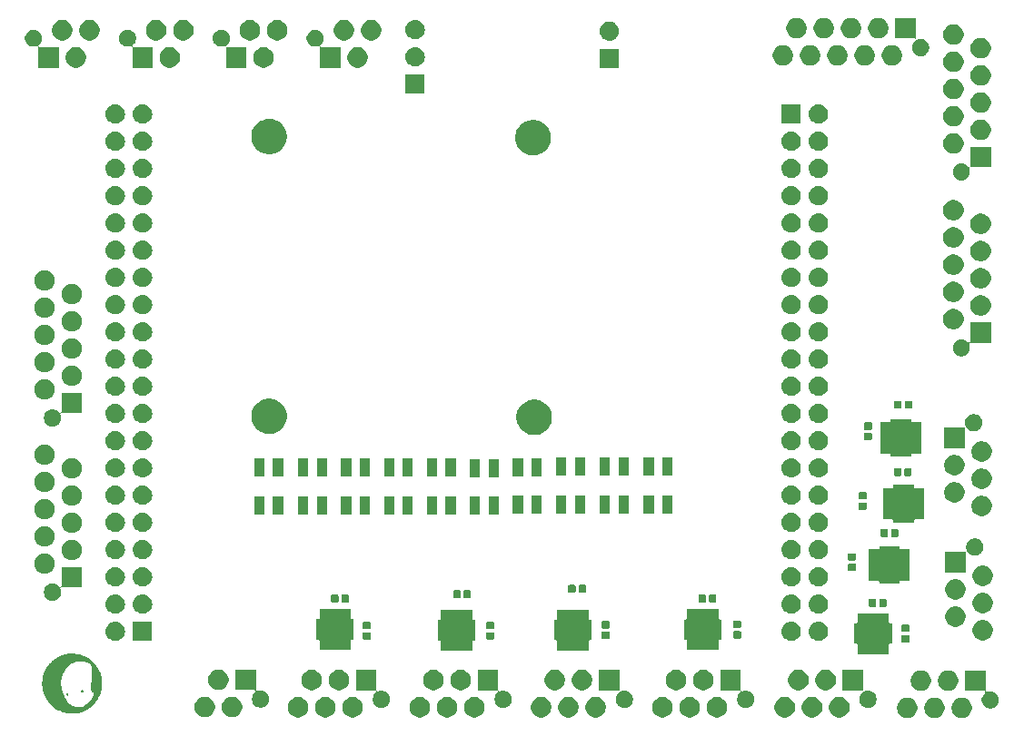
<source format=gbr>
G04 #@! TF.GenerationSoftware,KiCad,Pcbnew,5.0.2-bee76a0~70~ubuntu18.04.1*
G04 #@! TF.CreationDate,2019-09-26T00:30:11+02:00*
G04 #@! TF.ProjectId,myo_shield_pcb,6d796f5f-7368-4696-956c-645f7063622e,rev?*
G04 #@! TF.SameCoordinates,Original*
G04 #@! TF.FileFunction,Soldermask,Top*
G04 #@! TF.FilePolarity,Negative*
%FSLAX46Y46*%
G04 Gerber Fmt 4.6, Leading zero omitted, Abs format (unit mm)*
G04 Created by KiCad (PCBNEW 5.0.2-bee76a0~70~ubuntu18.04.1) date Do 26 Sep 2019 00:30:11 CEST*
%MOMM*%
%LPD*%
G01*
G04 APERTURE LIST*
%ADD10C,0.010000*%
%ADD11C,0.100000*%
G04 APERTURE END LIST*
D10*
G04 #@! TO.C,G\002A\002A\002A*
G36*
X118611411Y-137147658D02*
X118660303Y-137149034D01*
X118701791Y-137151227D01*
X118704248Y-137151404D01*
X118870730Y-137168617D01*
X119034856Y-137195619D01*
X119196263Y-137232236D01*
X119354589Y-137278297D01*
X119509470Y-137333628D01*
X119660545Y-137398056D01*
X119807451Y-137471410D01*
X119949824Y-137553515D01*
X120087304Y-137644199D01*
X120219526Y-137743290D01*
X120346128Y-137850614D01*
X120466748Y-137965999D01*
X120511488Y-138012506D01*
X120622388Y-138137802D01*
X120724852Y-138268680D01*
X120818766Y-138404894D01*
X120904014Y-138546197D01*
X120980485Y-138692344D01*
X121048064Y-138843091D01*
X121106637Y-138998190D01*
X121156090Y-139157396D01*
X121196310Y-139320465D01*
X121227184Y-139487149D01*
X121241027Y-139587580D01*
X121243688Y-139615614D01*
X121246056Y-139652158D01*
X121248107Y-139695565D01*
X121249818Y-139744188D01*
X121251168Y-139796379D01*
X121252131Y-139850493D01*
X121252687Y-139904881D01*
X121252810Y-139957898D01*
X121252479Y-140007897D01*
X121251671Y-140053229D01*
X121250362Y-140092250D01*
X121248529Y-140123311D01*
X121248521Y-140123409D01*
X121230425Y-140287738D01*
X121202523Y-140449947D01*
X121165024Y-140609636D01*
X121118137Y-140766405D01*
X121062068Y-140919853D01*
X120997026Y-141069580D01*
X120923220Y-141215186D01*
X120840858Y-141356271D01*
X120750147Y-141492433D01*
X120651295Y-141623273D01*
X120544512Y-141748391D01*
X120430005Y-141867385D01*
X120307982Y-141979856D01*
X120263827Y-142017365D01*
X120132339Y-142120164D01*
X119995556Y-142214370D01*
X119853820Y-142299844D01*
X119707475Y-142376444D01*
X119556863Y-142444030D01*
X119402328Y-142502462D01*
X119244213Y-142551599D01*
X119082861Y-142591300D01*
X118918615Y-142621425D01*
X118751818Y-142641834D01*
X118736220Y-142643230D01*
X118704605Y-142645421D01*
X118665273Y-142647283D01*
X118620337Y-142648791D01*
X118571909Y-142649916D01*
X118522102Y-142650634D01*
X118473029Y-142650917D01*
X118426802Y-142650740D01*
X118385534Y-142650076D01*
X118351338Y-142648899D01*
X118338694Y-142648187D01*
X118169062Y-142632042D01*
X118002378Y-142606308D01*
X117838908Y-142571099D01*
X117678916Y-142526529D01*
X117522667Y-142472712D01*
X117370427Y-142409763D01*
X117222461Y-142337796D01*
X117079033Y-142256925D01*
X116940408Y-142167265D01*
X116806852Y-142068929D01*
X116678630Y-141962031D01*
X116617269Y-141906036D01*
X116498879Y-141787867D01*
X116388479Y-141663571D01*
X116286241Y-141533510D01*
X116192338Y-141398048D01*
X116106943Y-141257546D01*
X116030229Y-141112369D01*
X115962370Y-140962880D01*
X115903537Y-140809441D01*
X115853904Y-140652416D01*
X115813644Y-140492168D01*
X115782930Y-140329060D01*
X115761935Y-140163454D01*
X115756484Y-140099168D01*
X115754235Y-140058243D01*
X115752806Y-140009784D01*
X115752158Y-139955741D01*
X115752254Y-139898065D01*
X115752845Y-139854280D01*
X117435866Y-139854280D01*
X117436087Y-139914867D01*
X117436800Y-139967255D01*
X117438154Y-140013398D01*
X117440296Y-140055249D01*
X117443376Y-140094763D01*
X117447541Y-140133895D01*
X117452939Y-140174598D01*
X117459719Y-140218827D01*
X117466683Y-140260680D01*
X117491321Y-140385767D01*
X117523172Y-140515784D01*
X117561644Y-140649155D01*
X117606146Y-140784306D01*
X117656085Y-140919660D01*
X117710869Y-141053644D01*
X117769907Y-141184683D01*
X117832605Y-141311201D01*
X117898373Y-141431623D01*
X117922138Y-141472260D01*
X117947850Y-141514150D01*
X117972392Y-141551070D01*
X117997458Y-141585163D01*
X118024739Y-141618577D01*
X118055927Y-141653455D01*
X118092714Y-141691944D01*
X118106237Y-141705668D01*
X118174539Y-141772063D01*
X118240032Y-141830339D01*
X118304180Y-141881594D01*
X118368445Y-141926927D01*
X118434292Y-141967436D01*
X118503183Y-142004220D01*
X118505625Y-142005432D01*
X118572865Y-142036631D01*
X118640523Y-142063591D01*
X118709818Y-142086574D01*
X118781972Y-142105841D01*
X118858208Y-142121653D01*
X118939746Y-142134271D01*
X119027807Y-142143955D01*
X119123614Y-142150968D01*
X119204301Y-142154743D01*
X119218468Y-142154065D01*
X119239174Y-142151605D01*
X119263042Y-142147805D01*
X119276346Y-142145295D01*
X119382126Y-142118969D01*
X119486227Y-142082724D01*
X119588740Y-142036520D01*
X119689759Y-141980316D01*
X119768715Y-141928715D01*
X119804948Y-141902443D01*
X119845856Y-141871048D01*
X119890005Y-141835764D01*
X119935964Y-141797826D01*
X119982299Y-141758467D01*
X120027577Y-141718921D01*
X120070365Y-141680423D01*
X120109230Y-141644207D01*
X120142740Y-141611506D01*
X120169357Y-141583669D01*
X120219078Y-141526571D01*
X120268026Y-141465833D01*
X120315342Y-141402772D01*
X120360168Y-141338702D01*
X120401646Y-141274939D01*
X120438916Y-141212800D01*
X120471120Y-141153600D01*
X120497399Y-141098654D01*
X120515547Y-141053160D01*
X120527166Y-141016683D01*
X120533669Y-140986920D01*
X120535291Y-140961946D01*
X120532266Y-140939838D01*
X120530229Y-140932655D01*
X120521899Y-140899183D01*
X120515174Y-140855850D01*
X120510045Y-140802582D01*
X120508557Y-140780480D01*
X120506914Y-140757285D01*
X120505091Y-140737827D01*
X120503327Y-140724354D01*
X120502048Y-140719279D01*
X120495985Y-140715091D01*
X120483461Y-140708816D01*
X120471213Y-140703494D01*
X120435191Y-140685805D01*
X120405050Y-140664111D01*
X120380055Y-140637333D01*
X120359472Y-140604396D01*
X120342567Y-140564221D01*
X120328606Y-140515733D01*
X120321731Y-140484200D01*
X120313109Y-140429984D01*
X120306872Y-140367299D01*
X120303003Y-140297547D01*
X120301488Y-140222131D01*
X120302310Y-140142453D01*
X120305454Y-140059917D01*
X120310904Y-139975924D01*
X120318644Y-139891878D01*
X120328658Y-139809181D01*
X120329391Y-139803857D01*
X120337683Y-139752621D01*
X120348851Y-139698523D01*
X120363299Y-139639881D01*
X120381436Y-139575012D01*
X120397507Y-139521894D01*
X120408001Y-139486596D01*
X120414749Y-139460223D01*
X120417856Y-139442298D01*
X120417630Y-139432994D01*
X120416992Y-139425817D01*
X120416273Y-139409339D01*
X120415490Y-139384422D01*
X120414662Y-139351926D01*
X120413807Y-139312708D01*
X120412943Y-139267631D01*
X120412087Y-139217553D01*
X120411258Y-139163335D01*
X120410474Y-139105836D01*
X120410024Y-139069420D01*
X120409099Y-138994866D01*
X120408178Y-138929436D01*
X120407209Y-138872094D01*
X120406143Y-138821802D01*
X120404928Y-138777525D01*
X120403514Y-138738228D01*
X120401851Y-138702872D01*
X120399886Y-138670422D01*
X120397570Y-138639843D01*
X120394853Y-138610097D01*
X120391682Y-138580148D01*
X120388009Y-138548961D01*
X120383781Y-138515498D01*
X120382415Y-138504995D01*
X120373450Y-138442533D01*
X120362637Y-138377182D01*
X120350663Y-138312772D01*
X120338216Y-138253131D01*
X120333201Y-138231220D01*
X120327194Y-138205740D01*
X120321859Y-138183078D01*
X120317719Y-138165465D01*
X120315300Y-138155135D01*
X120315099Y-138154273D01*
X120309514Y-138144596D01*
X120296770Y-138130140D01*
X120278059Y-138111912D01*
X120254573Y-138090920D01*
X120227505Y-138068170D01*
X120198047Y-138044671D01*
X120167391Y-138021430D01*
X120136729Y-137999454D01*
X120112900Y-137983398D01*
X120019663Y-137928561D01*
X119920366Y-137881665D01*
X119814885Y-137842665D01*
X119703099Y-137811515D01*
X119584885Y-137788173D01*
X119574420Y-137786529D01*
X119529797Y-137780994D01*
X119477546Y-137776733D01*
X119420123Y-137773789D01*
X119359984Y-137772208D01*
X119299587Y-137772036D01*
X119241389Y-137773316D01*
X119187846Y-137776094D01*
X119155320Y-137778864D01*
X119018305Y-137796876D01*
X118886889Y-137822248D01*
X118761374Y-137854863D01*
X118642065Y-137894607D01*
X118529262Y-137941362D01*
X118423270Y-137995014D01*
X118324391Y-138055447D01*
X118232928Y-138122544D01*
X118212307Y-138139465D01*
X118179118Y-138168484D01*
X118146726Y-138199428D01*
X118113635Y-138233870D01*
X118078349Y-138273378D01*
X118039372Y-138319524D01*
X118030517Y-138330280D01*
X117926906Y-138462732D01*
X117833379Y-138595187D01*
X117749858Y-138727797D01*
X117676268Y-138860716D01*
X117612533Y-138994098D01*
X117558577Y-139128098D01*
X117514324Y-139262867D01*
X117479697Y-139398561D01*
X117464339Y-139475820D01*
X117456862Y-139518964D01*
X117450787Y-139557561D01*
X117445975Y-139593452D01*
X117442287Y-139628477D01*
X117439585Y-139664477D01*
X117437730Y-139703291D01*
X117436585Y-139746762D01*
X117436009Y-139796729D01*
X117435866Y-139854280D01*
X115752845Y-139854280D01*
X115753056Y-139838704D01*
X115754526Y-139779611D01*
X115756624Y-139722735D01*
X115759314Y-139670027D01*
X115762556Y-139623437D01*
X115766314Y-139584915D01*
X115766582Y-139582680D01*
X115792056Y-139413148D01*
X115826728Y-139247926D01*
X115870629Y-139086938D01*
X115923792Y-138930112D01*
X115986249Y-138777374D01*
X116058030Y-138628650D01*
X116139169Y-138483866D01*
X116229697Y-138342948D01*
X116329646Y-138205822D01*
X116397157Y-138121718D01*
X116422254Y-138092734D01*
X116453460Y-138058564D01*
X116489254Y-138020728D01*
X116528116Y-137980747D01*
X116568523Y-137940143D01*
X116608955Y-137900438D01*
X116647890Y-137863151D01*
X116683808Y-137829805D01*
X116715186Y-137801920D01*
X116726798Y-137792077D01*
X116843126Y-137699763D01*
X116960135Y-137616075D01*
X117079986Y-137539586D01*
X117204836Y-137468870D01*
X117257940Y-137441230D01*
X117403201Y-137372517D01*
X117550453Y-137313076D01*
X117700545Y-137262650D01*
X117854324Y-137220984D01*
X118012640Y-137187823D01*
X118176342Y-137162911D01*
X118187760Y-137161502D01*
X118225674Y-137157711D01*
X118271787Y-137154433D01*
X118324148Y-137151705D01*
X118380806Y-137149566D01*
X118439812Y-137148054D01*
X118499215Y-137147206D01*
X118557065Y-137147062D01*
X118611411Y-137147658D01*
X118611411Y-137147658D01*
G37*
X118611411Y-137147658D02*
X118660303Y-137149034D01*
X118701791Y-137151227D01*
X118704248Y-137151404D01*
X118870730Y-137168617D01*
X119034856Y-137195619D01*
X119196263Y-137232236D01*
X119354589Y-137278297D01*
X119509470Y-137333628D01*
X119660545Y-137398056D01*
X119807451Y-137471410D01*
X119949824Y-137553515D01*
X120087304Y-137644199D01*
X120219526Y-137743290D01*
X120346128Y-137850614D01*
X120466748Y-137965999D01*
X120511488Y-138012506D01*
X120622388Y-138137802D01*
X120724852Y-138268680D01*
X120818766Y-138404894D01*
X120904014Y-138546197D01*
X120980485Y-138692344D01*
X121048064Y-138843091D01*
X121106637Y-138998190D01*
X121156090Y-139157396D01*
X121196310Y-139320465D01*
X121227184Y-139487149D01*
X121241027Y-139587580D01*
X121243688Y-139615614D01*
X121246056Y-139652158D01*
X121248107Y-139695565D01*
X121249818Y-139744188D01*
X121251168Y-139796379D01*
X121252131Y-139850493D01*
X121252687Y-139904881D01*
X121252810Y-139957898D01*
X121252479Y-140007897D01*
X121251671Y-140053229D01*
X121250362Y-140092250D01*
X121248529Y-140123311D01*
X121248521Y-140123409D01*
X121230425Y-140287738D01*
X121202523Y-140449947D01*
X121165024Y-140609636D01*
X121118137Y-140766405D01*
X121062068Y-140919853D01*
X120997026Y-141069580D01*
X120923220Y-141215186D01*
X120840858Y-141356271D01*
X120750147Y-141492433D01*
X120651295Y-141623273D01*
X120544512Y-141748391D01*
X120430005Y-141867385D01*
X120307982Y-141979856D01*
X120263827Y-142017365D01*
X120132339Y-142120164D01*
X119995556Y-142214370D01*
X119853820Y-142299844D01*
X119707475Y-142376444D01*
X119556863Y-142444030D01*
X119402328Y-142502462D01*
X119244213Y-142551599D01*
X119082861Y-142591300D01*
X118918615Y-142621425D01*
X118751818Y-142641834D01*
X118736220Y-142643230D01*
X118704605Y-142645421D01*
X118665273Y-142647283D01*
X118620337Y-142648791D01*
X118571909Y-142649916D01*
X118522102Y-142650634D01*
X118473029Y-142650917D01*
X118426802Y-142650740D01*
X118385534Y-142650076D01*
X118351338Y-142648899D01*
X118338694Y-142648187D01*
X118169062Y-142632042D01*
X118002378Y-142606308D01*
X117838908Y-142571099D01*
X117678916Y-142526529D01*
X117522667Y-142472712D01*
X117370427Y-142409763D01*
X117222461Y-142337796D01*
X117079033Y-142256925D01*
X116940408Y-142167265D01*
X116806852Y-142068929D01*
X116678630Y-141962031D01*
X116617269Y-141906036D01*
X116498879Y-141787867D01*
X116388479Y-141663571D01*
X116286241Y-141533510D01*
X116192338Y-141398048D01*
X116106943Y-141257546D01*
X116030229Y-141112369D01*
X115962370Y-140962880D01*
X115903537Y-140809441D01*
X115853904Y-140652416D01*
X115813644Y-140492168D01*
X115782930Y-140329060D01*
X115761935Y-140163454D01*
X115756484Y-140099168D01*
X115754235Y-140058243D01*
X115752806Y-140009784D01*
X115752158Y-139955741D01*
X115752254Y-139898065D01*
X115752845Y-139854280D01*
X117435866Y-139854280D01*
X117436087Y-139914867D01*
X117436800Y-139967255D01*
X117438154Y-140013398D01*
X117440296Y-140055249D01*
X117443376Y-140094763D01*
X117447541Y-140133895D01*
X117452939Y-140174598D01*
X117459719Y-140218827D01*
X117466683Y-140260680D01*
X117491321Y-140385767D01*
X117523172Y-140515784D01*
X117561644Y-140649155D01*
X117606146Y-140784306D01*
X117656085Y-140919660D01*
X117710869Y-141053644D01*
X117769907Y-141184683D01*
X117832605Y-141311201D01*
X117898373Y-141431623D01*
X117922138Y-141472260D01*
X117947850Y-141514150D01*
X117972392Y-141551070D01*
X117997458Y-141585163D01*
X118024739Y-141618577D01*
X118055927Y-141653455D01*
X118092714Y-141691944D01*
X118106237Y-141705668D01*
X118174539Y-141772063D01*
X118240032Y-141830339D01*
X118304180Y-141881594D01*
X118368445Y-141926927D01*
X118434292Y-141967436D01*
X118503183Y-142004220D01*
X118505625Y-142005432D01*
X118572865Y-142036631D01*
X118640523Y-142063591D01*
X118709818Y-142086574D01*
X118781972Y-142105841D01*
X118858208Y-142121653D01*
X118939746Y-142134271D01*
X119027807Y-142143955D01*
X119123614Y-142150968D01*
X119204301Y-142154743D01*
X119218468Y-142154065D01*
X119239174Y-142151605D01*
X119263042Y-142147805D01*
X119276346Y-142145295D01*
X119382126Y-142118969D01*
X119486227Y-142082724D01*
X119588740Y-142036520D01*
X119689759Y-141980316D01*
X119768715Y-141928715D01*
X119804948Y-141902443D01*
X119845856Y-141871048D01*
X119890005Y-141835764D01*
X119935964Y-141797826D01*
X119982299Y-141758467D01*
X120027577Y-141718921D01*
X120070365Y-141680423D01*
X120109230Y-141644207D01*
X120142740Y-141611506D01*
X120169357Y-141583669D01*
X120219078Y-141526571D01*
X120268026Y-141465833D01*
X120315342Y-141402772D01*
X120360168Y-141338702D01*
X120401646Y-141274939D01*
X120438916Y-141212800D01*
X120471120Y-141153600D01*
X120497399Y-141098654D01*
X120515547Y-141053160D01*
X120527166Y-141016683D01*
X120533669Y-140986920D01*
X120535291Y-140961946D01*
X120532266Y-140939838D01*
X120530229Y-140932655D01*
X120521899Y-140899183D01*
X120515174Y-140855850D01*
X120510045Y-140802582D01*
X120508557Y-140780480D01*
X120506914Y-140757285D01*
X120505091Y-140737827D01*
X120503327Y-140724354D01*
X120502048Y-140719279D01*
X120495985Y-140715091D01*
X120483461Y-140708816D01*
X120471213Y-140703494D01*
X120435191Y-140685805D01*
X120405050Y-140664111D01*
X120380055Y-140637333D01*
X120359472Y-140604396D01*
X120342567Y-140564221D01*
X120328606Y-140515733D01*
X120321731Y-140484200D01*
X120313109Y-140429984D01*
X120306872Y-140367299D01*
X120303003Y-140297547D01*
X120301488Y-140222131D01*
X120302310Y-140142453D01*
X120305454Y-140059917D01*
X120310904Y-139975924D01*
X120318644Y-139891878D01*
X120328658Y-139809181D01*
X120329391Y-139803857D01*
X120337683Y-139752621D01*
X120348851Y-139698523D01*
X120363299Y-139639881D01*
X120381436Y-139575012D01*
X120397507Y-139521894D01*
X120408001Y-139486596D01*
X120414749Y-139460223D01*
X120417856Y-139442298D01*
X120417630Y-139432994D01*
X120416992Y-139425817D01*
X120416273Y-139409339D01*
X120415490Y-139384422D01*
X120414662Y-139351926D01*
X120413807Y-139312708D01*
X120412943Y-139267631D01*
X120412087Y-139217553D01*
X120411258Y-139163335D01*
X120410474Y-139105836D01*
X120410024Y-139069420D01*
X120409099Y-138994866D01*
X120408178Y-138929436D01*
X120407209Y-138872094D01*
X120406143Y-138821802D01*
X120404928Y-138777525D01*
X120403514Y-138738228D01*
X120401851Y-138702872D01*
X120399886Y-138670422D01*
X120397570Y-138639843D01*
X120394853Y-138610097D01*
X120391682Y-138580148D01*
X120388009Y-138548961D01*
X120383781Y-138515498D01*
X120382415Y-138504995D01*
X120373450Y-138442533D01*
X120362637Y-138377182D01*
X120350663Y-138312772D01*
X120338216Y-138253131D01*
X120333201Y-138231220D01*
X120327194Y-138205740D01*
X120321859Y-138183078D01*
X120317719Y-138165465D01*
X120315300Y-138155135D01*
X120315099Y-138154273D01*
X120309514Y-138144596D01*
X120296770Y-138130140D01*
X120278059Y-138111912D01*
X120254573Y-138090920D01*
X120227505Y-138068170D01*
X120198047Y-138044671D01*
X120167391Y-138021430D01*
X120136729Y-137999454D01*
X120112900Y-137983398D01*
X120019663Y-137928561D01*
X119920366Y-137881665D01*
X119814885Y-137842665D01*
X119703099Y-137811515D01*
X119584885Y-137788173D01*
X119574420Y-137786529D01*
X119529797Y-137780994D01*
X119477546Y-137776733D01*
X119420123Y-137773789D01*
X119359984Y-137772208D01*
X119299587Y-137772036D01*
X119241389Y-137773316D01*
X119187846Y-137776094D01*
X119155320Y-137778864D01*
X119018305Y-137796876D01*
X118886889Y-137822248D01*
X118761374Y-137854863D01*
X118642065Y-137894607D01*
X118529262Y-137941362D01*
X118423270Y-137995014D01*
X118324391Y-138055447D01*
X118232928Y-138122544D01*
X118212307Y-138139465D01*
X118179118Y-138168484D01*
X118146726Y-138199428D01*
X118113635Y-138233870D01*
X118078349Y-138273378D01*
X118039372Y-138319524D01*
X118030517Y-138330280D01*
X117926906Y-138462732D01*
X117833379Y-138595187D01*
X117749858Y-138727797D01*
X117676268Y-138860716D01*
X117612533Y-138994098D01*
X117558577Y-139128098D01*
X117514324Y-139262867D01*
X117479697Y-139398561D01*
X117464339Y-139475820D01*
X117456862Y-139518964D01*
X117450787Y-139557561D01*
X117445975Y-139593452D01*
X117442287Y-139628477D01*
X117439585Y-139664477D01*
X117437730Y-139703291D01*
X117436585Y-139746762D01*
X117436009Y-139796729D01*
X117435866Y-139854280D01*
X115752845Y-139854280D01*
X115753056Y-139838704D01*
X115754526Y-139779611D01*
X115756624Y-139722735D01*
X115759314Y-139670027D01*
X115762556Y-139623437D01*
X115766314Y-139584915D01*
X115766582Y-139582680D01*
X115792056Y-139413148D01*
X115826728Y-139247926D01*
X115870629Y-139086938D01*
X115923792Y-138930112D01*
X115986249Y-138777374D01*
X116058030Y-138628650D01*
X116139169Y-138483866D01*
X116229697Y-138342948D01*
X116329646Y-138205822D01*
X116397157Y-138121718D01*
X116422254Y-138092734D01*
X116453460Y-138058564D01*
X116489254Y-138020728D01*
X116528116Y-137980747D01*
X116568523Y-137940143D01*
X116608955Y-137900438D01*
X116647890Y-137863151D01*
X116683808Y-137829805D01*
X116715186Y-137801920D01*
X116726798Y-137792077D01*
X116843126Y-137699763D01*
X116960135Y-137616075D01*
X117079986Y-137539586D01*
X117204836Y-137468870D01*
X117257940Y-137441230D01*
X117403201Y-137372517D01*
X117550453Y-137313076D01*
X117700545Y-137262650D01*
X117854324Y-137220984D01*
X118012640Y-137187823D01*
X118176342Y-137162911D01*
X118187760Y-137161502D01*
X118225674Y-137157711D01*
X118271787Y-137154433D01*
X118324148Y-137151705D01*
X118380806Y-137149566D01*
X118439812Y-137148054D01*
X118499215Y-137147206D01*
X118557065Y-137147062D01*
X118611411Y-137147658D01*
G36*
X118024466Y-140829926D02*
X118039554Y-140841333D01*
X118041789Y-140843610D01*
X118057997Y-140864076D01*
X118071303Y-140887188D01*
X118081395Y-140911348D01*
X118087961Y-140934960D01*
X118090691Y-140956426D01*
X118089274Y-140974150D01*
X118083397Y-140986535D01*
X118072750Y-140991983D01*
X118070740Y-140992103D01*
X118063319Y-140989690D01*
X118051818Y-140983702D01*
X118050097Y-140982671D01*
X118033099Y-140967908D01*
X118017367Y-140946401D01*
X118003917Y-140920683D01*
X117993764Y-140893289D01*
X117987921Y-140866754D01*
X117987405Y-140843613D01*
X117990003Y-140832595D01*
X117997422Y-140825074D01*
X118009666Y-140824345D01*
X118024466Y-140829926D01*
X118024466Y-140829926D01*
G37*
X118024466Y-140829926D02*
X118039554Y-140841333D01*
X118041789Y-140843610D01*
X118057997Y-140864076D01*
X118071303Y-140887188D01*
X118081395Y-140911348D01*
X118087961Y-140934960D01*
X118090691Y-140956426D01*
X118089274Y-140974150D01*
X118083397Y-140986535D01*
X118072750Y-140991983D01*
X118070740Y-140992103D01*
X118063319Y-140989690D01*
X118051818Y-140983702D01*
X118050097Y-140982671D01*
X118033099Y-140967908D01*
X118017367Y-140946401D01*
X118003917Y-140920683D01*
X117993764Y-140893289D01*
X117987921Y-140866754D01*
X117987405Y-140843613D01*
X117990003Y-140832595D01*
X117997422Y-140825074D01*
X118009666Y-140824345D01*
X118024466Y-140829926D01*
G36*
X119463667Y-140551102D02*
X119476744Y-140554493D01*
X119488048Y-140561622D01*
X119490392Y-140563545D01*
X119509692Y-140585382D01*
X119519619Y-140609859D01*
X119519926Y-140635768D01*
X119510441Y-140661765D01*
X119496012Y-140680859D01*
X119477537Y-140692325D01*
X119453024Y-140697210D01*
X119442228Y-140697560D01*
X119424829Y-140696947D01*
X119413155Y-140693934D01*
X119402794Y-140686758D01*
X119393903Y-140678259D01*
X119377278Y-140655369D01*
X119369936Y-140630434D01*
X119371832Y-140605206D01*
X119382919Y-140581436D01*
X119396859Y-140565951D01*
X119408713Y-140556754D01*
X119420030Y-140552033D01*
X119435130Y-140550369D01*
X119444667Y-140550240D01*
X119463667Y-140551102D01*
X119463667Y-140551102D01*
G37*
X119463667Y-140551102D02*
X119476744Y-140554493D01*
X119488048Y-140561622D01*
X119490392Y-140563545D01*
X119509692Y-140585382D01*
X119519619Y-140609859D01*
X119519926Y-140635768D01*
X119510441Y-140661765D01*
X119496012Y-140680859D01*
X119477537Y-140692325D01*
X119453024Y-140697210D01*
X119442228Y-140697560D01*
X119424829Y-140696947D01*
X119413155Y-140693934D01*
X119402794Y-140686758D01*
X119393903Y-140678259D01*
X119377278Y-140655369D01*
X119369936Y-140630434D01*
X119371832Y-140605206D01*
X119382919Y-140581436D01*
X119396859Y-140565951D01*
X119408713Y-140556754D01*
X119420030Y-140552033D01*
X119435130Y-140550369D01*
X119444667Y-140550240D01*
X119463667Y-140551102D01*
D11*
G36*
X196627396Y-141275546D02*
X196800466Y-141347234D01*
X196956230Y-141451312D01*
X197088688Y-141583770D01*
X197192766Y-141739534D01*
X197264454Y-141912604D01*
X197301000Y-142096333D01*
X197301000Y-142283667D01*
X197264454Y-142467396D01*
X197192766Y-142640466D01*
X197088688Y-142796230D01*
X196956230Y-142928688D01*
X196800466Y-143032766D01*
X196627396Y-143104454D01*
X196443667Y-143141000D01*
X196256333Y-143141000D01*
X196072604Y-143104454D01*
X195899534Y-143032766D01*
X195743770Y-142928688D01*
X195611312Y-142796230D01*
X195507234Y-142640466D01*
X195435546Y-142467396D01*
X195399000Y-142283667D01*
X195399000Y-142096333D01*
X195435546Y-141912604D01*
X195507234Y-141739534D01*
X195611312Y-141583770D01*
X195743770Y-141451312D01*
X195899534Y-141347234D01*
X196072604Y-141275546D01*
X196256333Y-141239000D01*
X196443667Y-141239000D01*
X196627396Y-141275546D01*
X196627396Y-141275546D01*
G37*
G36*
X201707396Y-141275546D02*
X201880466Y-141347234D01*
X202036230Y-141451312D01*
X202168688Y-141583770D01*
X202272766Y-141739534D01*
X202344454Y-141912604D01*
X202381000Y-142096333D01*
X202381000Y-142283667D01*
X202344454Y-142467396D01*
X202272766Y-142640466D01*
X202168688Y-142796230D01*
X202036230Y-142928688D01*
X201880466Y-143032766D01*
X201707396Y-143104454D01*
X201523667Y-143141000D01*
X201336333Y-143141000D01*
X201152604Y-143104454D01*
X200979534Y-143032766D01*
X200823770Y-142928688D01*
X200691312Y-142796230D01*
X200587234Y-142640466D01*
X200515546Y-142467396D01*
X200479000Y-142283667D01*
X200479000Y-142096333D01*
X200515546Y-141912604D01*
X200587234Y-141739534D01*
X200691312Y-141583770D01*
X200823770Y-141451312D01*
X200979534Y-141347234D01*
X201152604Y-141275546D01*
X201336333Y-141239000D01*
X201523667Y-141239000D01*
X201707396Y-141275546D01*
X201707396Y-141275546D01*
G37*
G36*
X199167396Y-141275546D02*
X199340466Y-141347234D01*
X199496230Y-141451312D01*
X199628688Y-141583770D01*
X199732766Y-141739534D01*
X199804454Y-141912604D01*
X199841000Y-142096333D01*
X199841000Y-142283667D01*
X199804454Y-142467396D01*
X199732766Y-142640466D01*
X199628688Y-142796230D01*
X199496230Y-142928688D01*
X199340466Y-143032766D01*
X199167396Y-143104454D01*
X198983667Y-143141000D01*
X198796333Y-143141000D01*
X198612604Y-143104454D01*
X198439534Y-143032766D01*
X198283770Y-142928688D01*
X198151312Y-142796230D01*
X198047234Y-142640466D01*
X197975546Y-142467396D01*
X197939000Y-142283667D01*
X197939000Y-142096333D01*
X197975546Y-141912604D01*
X198047234Y-141739534D01*
X198151312Y-141583770D01*
X198283770Y-141451312D01*
X198439534Y-141347234D01*
X198612604Y-141275546D01*
X198796333Y-141239000D01*
X198983667Y-141239000D01*
X199167396Y-141275546D01*
X199167396Y-141275546D01*
G37*
G36*
X139877396Y-141225546D02*
X140050466Y-141297234D01*
X140206230Y-141401312D01*
X140338688Y-141533770D01*
X140442766Y-141689534D01*
X140514454Y-141862604D01*
X140551000Y-142046333D01*
X140551000Y-142233667D01*
X140514454Y-142417396D01*
X140442766Y-142590466D01*
X140338688Y-142746230D01*
X140206230Y-142878688D01*
X140050466Y-142982766D01*
X139877396Y-143054454D01*
X139693667Y-143091000D01*
X139506333Y-143091000D01*
X139322604Y-143054454D01*
X139149534Y-142982766D01*
X138993770Y-142878688D01*
X138861312Y-142746230D01*
X138757234Y-142590466D01*
X138685546Y-142417396D01*
X138649000Y-142233667D01*
X138649000Y-142046333D01*
X138685546Y-141862604D01*
X138757234Y-141689534D01*
X138861312Y-141533770D01*
X138993770Y-141401312D01*
X139149534Y-141297234D01*
X139322604Y-141225546D01*
X139506333Y-141189000D01*
X139693667Y-141189000D01*
X139877396Y-141225546D01*
X139877396Y-141225546D01*
G37*
G36*
X173827396Y-141225546D02*
X174000466Y-141297234D01*
X174156230Y-141401312D01*
X174288688Y-141533770D01*
X174392766Y-141689534D01*
X174464454Y-141862604D01*
X174501000Y-142046333D01*
X174501000Y-142233667D01*
X174464454Y-142417396D01*
X174392766Y-142590466D01*
X174288688Y-142746230D01*
X174156230Y-142878688D01*
X174000466Y-142982766D01*
X173827396Y-143054454D01*
X173643667Y-143091000D01*
X173456333Y-143091000D01*
X173272604Y-143054454D01*
X173099534Y-142982766D01*
X172943770Y-142878688D01*
X172811312Y-142746230D01*
X172707234Y-142590466D01*
X172635546Y-142417396D01*
X172599000Y-142233667D01*
X172599000Y-142046333D01*
X172635546Y-141862604D01*
X172707234Y-141689534D01*
X172811312Y-141533770D01*
X172943770Y-141401312D01*
X173099534Y-141297234D01*
X173272604Y-141225546D01*
X173456333Y-141189000D01*
X173643667Y-141189000D01*
X173827396Y-141225546D01*
X173827396Y-141225546D01*
G37*
G36*
X142417396Y-141225546D02*
X142590466Y-141297234D01*
X142746230Y-141401312D01*
X142878688Y-141533770D01*
X142982766Y-141689534D01*
X143054454Y-141862604D01*
X143091000Y-142046333D01*
X143091000Y-142233667D01*
X143054454Y-142417396D01*
X142982766Y-142590466D01*
X142878688Y-142746230D01*
X142746230Y-142878688D01*
X142590466Y-142982766D01*
X142417396Y-143054454D01*
X142233667Y-143091000D01*
X142046333Y-143091000D01*
X141862604Y-143054454D01*
X141689534Y-142982766D01*
X141533770Y-142878688D01*
X141401312Y-142746230D01*
X141297234Y-142590466D01*
X141225546Y-142417396D01*
X141189000Y-142233667D01*
X141189000Y-142046333D01*
X141225546Y-141862604D01*
X141297234Y-141689534D01*
X141401312Y-141533770D01*
X141533770Y-141401312D01*
X141689534Y-141297234D01*
X141862604Y-141225546D01*
X142046333Y-141189000D01*
X142233667Y-141189000D01*
X142417396Y-141225546D01*
X142417396Y-141225546D01*
G37*
G36*
X144957396Y-141225546D02*
X145130466Y-141297234D01*
X145286230Y-141401312D01*
X145418688Y-141533770D01*
X145522766Y-141689534D01*
X145594454Y-141862604D01*
X145631000Y-142046333D01*
X145631000Y-142233667D01*
X145594454Y-142417396D01*
X145522766Y-142590466D01*
X145418688Y-142746230D01*
X145286230Y-142878688D01*
X145130466Y-142982766D01*
X144957396Y-143054454D01*
X144773667Y-143091000D01*
X144586333Y-143091000D01*
X144402604Y-143054454D01*
X144229534Y-142982766D01*
X144073770Y-142878688D01*
X143941312Y-142746230D01*
X143837234Y-142590466D01*
X143765546Y-142417396D01*
X143729000Y-142233667D01*
X143729000Y-142046333D01*
X143765546Y-141862604D01*
X143837234Y-141689534D01*
X143941312Y-141533770D01*
X144073770Y-141401312D01*
X144229534Y-141297234D01*
X144402604Y-141225546D01*
X144586333Y-141189000D01*
X144773667Y-141189000D01*
X144957396Y-141225546D01*
X144957396Y-141225546D01*
G37*
G36*
X187767396Y-141225546D02*
X187940466Y-141297234D01*
X188096230Y-141401312D01*
X188228688Y-141533770D01*
X188332766Y-141689534D01*
X188404454Y-141862604D01*
X188441000Y-142046333D01*
X188441000Y-142233667D01*
X188404454Y-142417396D01*
X188332766Y-142590466D01*
X188228688Y-142746230D01*
X188096230Y-142878688D01*
X187940466Y-142982766D01*
X187767396Y-143054454D01*
X187583667Y-143091000D01*
X187396333Y-143091000D01*
X187212604Y-143054454D01*
X187039534Y-142982766D01*
X186883770Y-142878688D01*
X186751312Y-142746230D01*
X186647234Y-142590466D01*
X186575546Y-142417396D01*
X186539000Y-142233667D01*
X186539000Y-142046333D01*
X186575546Y-141862604D01*
X186647234Y-141689534D01*
X186751312Y-141533770D01*
X186883770Y-141401312D01*
X187039534Y-141297234D01*
X187212604Y-141225546D01*
X187396333Y-141189000D01*
X187583667Y-141189000D01*
X187767396Y-141225546D01*
X187767396Y-141225546D01*
G37*
G36*
X190307396Y-141225546D02*
X190480466Y-141297234D01*
X190636230Y-141401312D01*
X190768688Y-141533770D01*
X190872766Y-141689534D01*
X190944454Y-141862604D01*
X190981000Y-142046333D01*
X190981000Y-142233667D01*
X190944454Y-142417396D01*
X190872766Y-142590466D01*
X190768688Y-142746230D01*
X190636230Y-142878688D01*
X190480466Y-142982766D01*
X190307396Y-143054454D01*
X190123667Y-143091000D01*
X189936333Y-143091000D01*
X189752604Y-143054454D01*
X189579534Y-142982766D01*
X189423770Y-142878688D01*
X189291312Y-142746230D01*
X189187234Y-142590466D01*
X189115546Y-142417396D01*
X189079000Y-142233667D01*
X189079000Y-142046333D01*
X189115546Y-141862604D01*
X189187234Y-141689534D01*
X189291312Y-141533770D01*
X189423770Y-141401312D01*
X189579534Y-141297234D01*
X189752604Y-141225546D01*
X189936333Y-141189000D01*
X190123667Y-141189000D01*
X190307396Y-141225546D01*
X190307396Y-141225546D01*
G37*
G36*
X185227396Y-141225546D02*
X185400466Y-141297234D01*
X185556230Y-141401312D01*
X185688688Y-141533770D01*
X185792766Y-141689534D01*
X185864454Y-141862604D01*
X185901000Y-142046333D01*
X185901000Y-142233667D01*
X185864454Y-142417396D01*
X185792766Y-142590466D01*
X185688688Y-142746230D01*
X185556230Y-142878688D01*
X185400466Y-142982766D01*
X185227396Y-143054454D01*
X185043667Y-143091000D01*
X184856333Y-143091000D01*
X184672604Y-143054454D01*
X184499534Y-142982766D01*
X184343770Y-142878688D01*
X184211312Y-142746230D01*
X184107234Y-142590466D01*
X184035546Y-142417396D01*
X183999000Y-142233667D01*
X183999000Y-142046333D01*
X184035546Y-141862604D01*
X184107234Y-141689534D01*
X184211312Y-141533770D01*
X184343770Y-141401312D01*
X184499534Y-141297234D01*
X184672604Y-141225546D01*
X184856333Y-141189000D01*
X185043667Y-141189000D01*
X185227396Y-141225546D01*
X185227396Y-141225546D01*
G37*
G36*
X156307396Y-141225546D02*
X156480466Y-141297234D01*
X156636230Y-141401312D01*
X156768688Y-141533770D01*
X156872766Y-141689534D01*
X156944454Y-141862604D01*
X156981000Y-142046333D01*
X156981000Y-142233667D01*
X156944454Y-142417396D01*
X156872766Y-142590466D01*
X156768688Y-142746230D01*
X156636230Y-142878688D01*
X156480466Y-142982766D01*
X156307396Y-143054454D01*
X156123667Y-143091000D01*
X155936333Y-143091000D01*
X155752604Y-143054454D01*
X155579534Y-142982766D01*
X155423770Y-142878688D01*
X155291312Y-142746230D01*
X155187234Y-142590466D01*
X155115546Y-142417396D01*
X155079000Y-142233667D01*
X155079000Y-142046333D01*
X155115546Y-141862604D01*
X155187234Y-141689534D01*
X155291312Y-141533770D01*
X155423770Y-141401312D01*
X155579534Y-141297234D01*
X155752604Y-141225546D01*
X155936333Y-141189000D01*
X156123667Y-141189000D01*
X156307396Y-141225546D01*
X156307396Y-141225546D01*
G37*
G36*
X178907396Y-141225546D02*
X179080466Y-141297234D01*
X179236230Y-141401312D01*
X179368688Y-141533770D01*
X179472766Y-141689534D01*
X179544454Y-141862604D01*
X179581000Y-142046333D01*
X179581000Y-142233667D01*
X179544454Y-142417396D01*
X179472766Y-142590466D01*
X179368688Y-142746230D01*
X179236230Y-142878688D01*
X179080466Y-142982766D01*
X178907396Y-143054454D01*
X178723667Y-143091000D01*
X178536333Y-143091000D01*
X178352604Y-143054454D01*
X178179534Y-142982766D01*
X178023770Y-142878688D01*
X177891312Y-142746230D01*
X177787234Y-142590466D01*
X177715546Y-142417396D01*
X177679000Y-142233667D01*
X177679000Y-142046333D01*
X177715546Y-141862604D01*
X177787234Y-141689534D01*
X177891312Y-141533770D01*
X178023770Y-141401312D01*
X178179534Y-141297234D01*
X178352604Y-141225546D01*
X178536333Y-141189000D01*
X178723667Y-141189000D01*
X178907396Y-141225546D01*
X178907396Y-141225546D01*
G37*
G36*
X176367396Y-141225546D02*
X176540466Y-141297234D01*
X176696230Y-141401312D01*
X176828688Y-141533770D01*
X176932766Y-141689534D01*
X177004454Y-141862604D01*
X177041000Y-142046333D01*
X177041000Y-142233667D01*
X177004454Y-142417396D01*
X176932766Y-142590466D01*
X176828688Y-142746230D01*
X176696230Y-142878688D01*
X176540466Y-142982766D01*
X176367396Y-143054454D01*
X176183667Y-143091000D01*
X175996333Y-143091000D01*
X175812604Y-143054454D01*
X175639534Y-142982766D01*
X175483770Y-142878688D01*
X175351312Y-142746230D01*
X175247234Y-142590466D01*
X175175546Y-142417396D01*
X175139000Y-142233667D01*
X175139000Y-142046333D01*
X175175546Y-141862604D01*
X175247234Y-141689534D01*
X175351312Y-141533770D01*
X175483770Y-141401312D01*
X175639534Y-141297234D01*
X175812604Y-141225546D01*
X175996333Y-141189000D01*
X176183667Y-141189000D01*
X176367396Y-141225546D01*
X176367396Y-141225546D01*
G37*
G36*
X167607396Y-141225546D02*
X167780466Y-141297234D01*
X167936230Y-141401312D01*
X168068688Y-141533770D01*
X168172766Y-141689534D01*
X168244454Y-141862604D01*
X168281000Y-142046333D01*
X168281000Y-142233667D01*
X168244454Y-142417396D01*
X168172766Y-142590466D01*
X168068688Y-142746230D01*
X167936230Y-142878688D01*
X167780466Y-142982766D01*
X167607396Y-143054454D01*
X167423667Y-143091000D01*
X167236333Y-143091000D01*
X167052604Y-143054454D01*
X166879534Y-142982766D01*
X166723770Y-142878688D01*
X166591312Y-142746230D01*
X166487234Y-142590466D01*
X166415546Y-142417396D01*
X166379000Y-142233667D01*
X166379000Y-142046333D01*
X166415546Y-141862604D01*
X166487234Y-141689534D01*
X166591312Y-141533770D01*
X166723770Y-141401312D01*
X166879534Y-141297234D01*
X167052604Y-141225546D01*
X167236333Y-141189000D01*
X167423667Y-141189000D01*
X167607396Y-141225546D01*
X167607396Y-141225546D01*
G37*
G36*
X153767396Y-141225546D02*
X153940466Y-141297234D01*
X154096230Y-141401312D01*
X154228688Y-141533770D01*
X154332766Y-141689534D01*
X154404454Y-141862604D01*
X154441000Y-142046333D01*
X154441000Y-142233667D01*
X154404454Y-142417396D01*
X154332766Y-142590466D01*
X154228688Y-142746230D01*
X154096230Y-142878688D01*
X153940466Y-142982766D01*
X153767396Y-143054454D01*
X153583667Y-143091000D01*
X153396333Y-143091000D01*
X153212604Y-143054454D01*
X153039534Y-142982766D01*
X152883770Y-142878688D01*
X152751312Y-142746230D01*
X152647234Y-142590466D01*
X152575546Y-142417396D01*
X152539000Y-142233667D01*
X152539000Y-142046333D01*
X152575546Y-141862604D01*
X152647234Y-141689534D01*
X152751312Y-141533770D01*
X152883770Y-141401312D01*
X153039534Y-141297234D01*
X153212604Y-141225546D01*
X153396333Y-141189000D01*
X153583667Y-141189000D01*
X153767396Y-141225546D01*
X153767396Y-141225546D01*
G37*
G36*
X165067396Y-141225546D02*
X165240466Y-141297234D01*
X165396230Y-141401312D01*
X165528688Y-141533770D01*
X165632766Y-141689534D01*
X165704454Y-141862604D01*
X165741000Y-142046333D01*
X165741000Y-142233667D01*
X165704454Y-142417396D01*
X165632766Y-142590466D01*
X165528688Y-142746230D01*
X165396230Y-142878688D01*
X165240466Y-142982766D01*
X165067396Y-143054454D01*
X164883667Y-143091000D01*
X164696333Y-143091000D01*
X164512604Y-143054454D01*
X164339534Y-142982766D01*
X164183770Y-142878688D01*
X164051312Y-142746230D01*
X163947234Y-142590466D01*
X163875546Y-142417396D01*
X163839000Y-142233667D01*
X163839000Y-142046333D01*
X163875546Y-141862604D01*
X163947234Y-141689534D01*
X164051312Y-141533770D01*
X164183770Y-141401312D01*
X164339534Y-141297234D01*
X164512604Y-141225546D01*
X164696333Y-141189000D01*
X164883667Y-141189000D01*
X165067396Y-141225546D01*
X165067396Y-141225546D01*
G37*
G36*
X162527396Y-141225546D02*
X162700466Y-141297234D01*
X162856230Y-141401312D01*
X162988688Y-141533770D01*
X163092766Y-141689534D01*
X163164454Y-141862604D01*
X163201000Y-142046333D01*
X163201000Y-142233667D01*
X163164454Y-142417396D01*
X163092766Y-142590466D01*
X162988688Y-142746230D01*
X162856230Y-142878688D01*
X162700466Y-142982766D01*
X162527396Y-143054454D01*
X162343667Y-143091000D01*
X162156333Y-143091000D01*
X161972604Y-143054454D01*
X161799534Y-142982766D01*
X161643770Y-142878688D01*
X161511312Y-142746230D01*
X161407234Y-142590466D01*
X161335546Y-142417396D01*
X161299000Y-142233667D01*
X161299000Y-142046333D01*
X161335546Y-141862604D01*
X161407234Y-141689534D01*
X161511312Y-141533770D01*
X161643770Y-141401312D01*
X161799534Y-141297234D01*
X161972604Y-141225546D01*
X162156333Y-141189000D01*
X162343667Y-141189000D01*
X162527396Y-141225546D01*
X162527396Y-141225546D01*
G37*
G36*
X151227396Y-141225546D02*
X151400466Y-141297234D01*
X151556230Y-141401312D01*
X151688688Y-141533770D01*
X151792766Y-141689534D01*
X151864454Y-141862604D01*
X151901000Y-142046333D01*
X151901000Y-142233667D01*
X151864454Y-142417396D01*
X151792766Y-142590466D01*
X151688688Y-142746230D01*
X151556230Y-142878688D01*
X151400466Y-142982766D01*
X151227396Y-143054454D01*
X151043667Y-143091000D01*
X150856333Y-143091000D01*
X150672604Y-143054454D01*
X150499534Y-142982766D01*
X150343770Y-142878688D01*
X150211312Y-142746230D01*
X150107234Y-142590466D01*
X150035546Y-142417396D01*
X149999000Y-142233667D01*
X149999000Y-142046333D01*
X150035546Y-141862604D01*
X150107234Y-141689534D01*
X150211312Y-141533770D01*
X150343770Y-141401312D01*
X150499534Y-141297234D01*
X150672604Y-141225546D01*
X150856333Y-141189000D01*
X151043667Y-141189000D01*
X151227396Y-141225546D01*
X151227396Y-141225546D01*
G37*
G36*
X131172396Y-141205546D02*
X131345466Y-141277234D01*
X131501230Y-141381312D01*
X131633688Y-141513770D01*
X131737766Y-141669534D01*
X131809454Y-141842604D01*
X131846000Y-142026333D01*
X131846000Y-142213667D01*
X131809454Y-142397396D01*
X131737766Y-142570466D01*
X131633688Y-142726230D01*
X131501230Y-142858688D01*
X131345466Y-142962766D01*
X131172396Y-143034454D01*
X130988667Y-143071000D01*
X130801333Y-143071000D01*
X130617604Y-143034454D01*
X130444534Y-142962766D01*
X130288770Y-142858688D01*
X130156312Y-142726230D01*
X130052234Y-142570466D01*
X129980546Y-142397396D01*
X129944000Y-142213667D01*
X129944000Y-142026333D01*
X129980546Y-141842604D01*
X130052234Y-141669534D01*
X130156312Y-141513770D01*
X130288770Y-141381312D01*
X130444534Y-141277234D01*
X130617604Y-141205546D01*
X130801333Y-141169000D01*
X130988667Y-141169000D01*
X131172396Y-141205546D01*
X131172396Y-141205546D01*
G37*
G36*
X133712396Y-141205546D02*
X133885466Y-141277234D01*
X134041230Y-141381312D01*
X134173688Y-141513770D01*
X134277766Y-141669534D01*
X134349454Y-141842604D01*
X134386000Y-142026333D01*
X134386000Y-142213667D01*
X134349454Y-142397396D01*
X134277766Y-142570466D01*
X134173688Y-142726230D01*
X134041230Y-142858688D01*
X133885466Y-142962766D01*
X133712396Y-143034454D01*
X133528667Y-143071000D01*
X133341333Y-143071000D01*
X133157604Y-143034454D01*
X132984534Y-142962766D01*
X132828770Y-142858688D01*
X132696312Y-142726230D01*
X132592234Y-142570466D01*
X132520546Y-142397396D01*
X132484000Y-142213667D01*
X132484000Y-142026333D01*
X132520546Y-141842604D01*
X132592234Y-141669534D01*
X132696312Y-141513770D01*
X132828770Y-141381312D01*
X132984534Y-141277234D01*
X133157604Y-141205546D01*
X133341333Y-141169000D01*
X133528667Y-141169000D01*
X133712396Y-141205546D01*
X133712396Y-141205546D01*
G37*
G36*
X203651000Y-140581855D02*
X203653402Y-140606241D01*
X203660515Y-140629690D01*
X203672066Y-140651301D01*
X203687612Y-140670243D01*
X203706554Y-140685789D01*
X203728165Y-140697340D01*
X203751614Y-140704453D01*
X203776000Y-140706855D01*
X203800386Y-140704453D01*
X203823835Y-140697340D01*
X203866342Y-140679733D01*
X204021102Y-140648950D01*
X204178898Y-140648950D01*
X204333655Y-140679733D01*
X204333657Y-140679734D01*
X204333658Y-140679734D01*
X204348276Y-140685789D01*
X204479440Y-140740119D01*
X204610643Y-140827786D01*
X204722214Y-140939357D01*
X204809881Y-141070560D01*
X204809881Y-141070561D01*
X204865795Y-141205547D01*
X204870267Y-141216345D01*
X204901050Y-141371102D01*
X204901050Y-141528898D01*
X204870267Y-141683655D01*
X204809881Y-141829440D01*
X204722214Y-141960643D01*
X204610643Y-142072214D01*
X204479440Y-142159881D01*
X204428333Y-142181050D01*
X204333658Y-142220266D01*
X204333657Y-142220266D01*
X204333655Y-142220267D01*
X204178898Y-142251050D01*
X204021102Y-142251050D01*
X203866345Y-142220267D01*
X203866343Y-142220266D01*
X203866342Y-142220266D01*
X203771667Y-142181050D01*
X203720560Y-142159881D01*
X203589357Y-142072214D01*
X203477786Y-141960643D01*
X203390119Y-141829440D01*
X203329733Y-141683655D01*
X203298950Y-141528898D01*
X203298950Y-141371102D01*
X203329733Y-141216345D01*
X203334206Y-141205547D01*
X203390119Y-141070561D01*
X203390119Y-141070560D01*
X203477786Y-140939357D01*
X203592093Y-140825050D01*
X203605085Y-140814388D01*
X203620630Y-140795446D01*
X203632181Y-140773835D01*
X203639294Y-140750386D01*
X203641696Y-140725999D01*
X203639294Y-140701613D01*
X203632181Y-140678164D01*
X203620629Y-140656553D01*
X203605084Y-140637611D01*
X203586142Y-140622066D01*
X203564531Y-140610515D01*
X203541082Y-140603402D01*
X203516696Y-140601000D01*
X201749000Y-140601000D01*
X201749000Y-138699000D01*
X203651000Y-138699000D01*
X203651000Y-140581855D01*
X203651000Y-140581855D01*
G37*
G36*
X180851000Y-140531855D02*
X180853402Y-140556241D01*
X180860515Y-140579690D01*
X180872066Y-140601301D01*
X180887612Y-140620243D01*
X180906554Y-140635789D01*
X180928165Y-140647340D01*
X180951614Y-140654453D01*
X180976000Y-140656855D01*
X181000386Y-140654453D01*
X181023835Y-140647340D01*
X181066342Y-140629733D01*
X181221102Y-140598950D01*
X181378898Y-140598950D01*
X181533655Y-140629733D01*
X181533657Y-140629734D01*
X181533658Y-140629734D01*
X181576162Y-140647340D01*
X181679440Y-140690119D01*
X181810643Y-140777786D01*
X181922214Y-140889357D01*
X182009881Y-141020560D01*
X182070267Y-141166345D01*
X182101050Y-141321102D01*
X182101050Y-141478898D01*
X182074245Y-141613658D01*
X182070266Y-141633658D01*
X182049556Y-141683655D01*
X182009881Y-141779440D01*
X181922214Y-141910643D01*
X181810643Y-142022214D01*
X181679440Y-142109881D01*
X181587509Y-142147960D01*
X181533658Y-142170266D01*
X181533657Y-142170266D01*
X181533655Y-142170267D01*
X181378898Y-142201050D01*
X181221102Y-142201050D01*
X181066345Y-142170267D01*
X181066343Y-142170266D01*
X181066342Y-142170266D01*
X181012491Y-142147960D01*
X180920560Y-142109881D01*
X180789357Y-142022214D01*
X180677786Y-141910643D01*
X180590119Y-141779440D01*
X180550444Y-141683655D01*
X180529734Y-141633658D01*
X180525756Y-141613658D01*
X180498950Y-141478898D01*
X180498950Y-141321102D01*
X180529733Y-141166345D01*
X180590119Y-141020560D01*
X180677786Y-140889357D01*
X180792093Y-140775050D01*
X180805085Y-140764388D01*
X180820630Y-140745446D01*
X180832181Y-140723835D01*
X180839294Y-140700386D01*
X180841696Y-140675999D01*
X180839294Y-140651613D01*
X180832181Y-140628164D01*
X180820629Y-140606553D01*
X180805084Y-140587611D01*
X180786142Y-140572066D01*
X180764531Y-140560515D01*
X180741082Y-140553402D01*
X180716696Y-140551000D01*
X178949000Y-140551000D01*
X178949000Y-138649000D01*
X180851000Y-138649000D01*
X180851000Y-140531855D01*
X180851000Y-140531855D01*
G37*
G36*
X169551000Y-140531855D02*
X169553402Y-140556241D01*
X169560515Y-140579690D01*
X169572066Y-140601301D01*
X169587612Y-140620243D01*
X169606554Y-140635789D01*
X169628165Y-140647340D01*
X169651614Y-140654453D01*
X169676000Y-140656855D01*
X169700386Y-140654453D01*
X169723835Y-140647340D01*
X169766342Y-140629733D01*
X169921102Y-140598950D01*
X170078898Y-140598950D01*
X170233655Y-140629733D01*
X170233657Y-140629734D01*
X170233658Y-140629734D01*
X170276162Y-140647340D01*
X170379440Y-140690119D01*
X170510643Y-140777786D01*
X170622214Y-140889357D01*
X170709881Y-141020560D01*
X170770267Y-141166345D01*
X170801050Y-141321102D01*
X170801050Y-141478898D01*
X170774245Y-141613658D01*
X170770266Y-141633658D01*
X170749556Y-141683655D01*
X170709881Y-141779440D01*
X170622214Y-141910643D01*
X170510643Y-142022214D01*
X170379440Y-142109881D01*
X170287509Y-142147960D01*
X170233658Y-142170266D01*
X170233657Y-142170266D01*
X170233655Y-142170267D01*
X170078898Y-142201050D01*
X169921102Y-142201050D01*
X169766345Y-142170267D01*
X169766343Y-142170266D01*
X169766342Y-142170266D01*
X169712491Y-142147960D01*
X169620560Y-142109881D01*
X169489357Y-142022214D01*
X169377786Y-141910643D01*
X169290119Y-141779440D01*
X169250444Y-141683655D01*
X169229734Y-141633658D01*
X169225756Y-141613658D01*
X169198950Y-141478898D01*
X169198950Y-141321102D01*
X169229733Y-141166345D01*
X169290119Y-141020560D01*
X169377786Y-140889357D01*
X169492093Y-140775050D01*
X169505085Y-140764388D01*
X169520630Y-140745446D01*
X169532181Y-140723835D01*
X169539294Y-140700386D01*
X169541696Y-140675999D01*
X169539294Y-140651613D01*
X169532181Y-140628164D01*
X169520629Y-140606553D01*
X169505084Y-140587611D01*
X169486142Y-140572066D01*
X169464531Y-140560515D01*
X169441082Y-140553402D01*
X169416696Y-140551000D01*
X167649000Y-140551000D01*
X167649000Y-138649000D01*
X169551000Y-138649000D01*
X169551000Y-140531855D01*
X169551000Y-140531855D01*
G37*
G36*
X192251000Y-140531855D02*
X192253402Y-140556241D01*
X192260515Y-140579690D01*
X192272066Y-140601301D01*
X192287612Y-140620243D01*
X192306554Y-140635789D01*
X192328165Y-140647340D01*
X192351614Y-140654453D01*
X192376000Y-140656855D01*
X192400386Y-140654453D01*
X192423835Y-140647340D01*
X192466342Y-140629733D01*
X192621102Y-140598950D01*
X192778898Y-140598950D01*
X192933655Y-140629733D01*
X192933657Y-140629734D01*
X192933658Y-140629734D01*
X192976162Y-140647340D01*
X193079440Y-140690119D01*
X193210643Y-140777786D01*
X193322214Y-140889357D01*
X193409881Y-141020560D01*
X193470267Y-141166345D01*
X193501050Y-141321102D01*
X193501050Y-141478898D01*
X193474245Y-141613658D01*
X193470266Y-141633658D01*
X193449556Y-141683655D01*
X193409881Y-141779440D01*
X193322214Y-141910643D01*
X193210643Y-142022214D01*
X193079440Y-142109881D01*
X192987509Y-142147960D01*
X192933658Y-142170266D01*
X192933657Y-142170266D01*
X192933655Y-142170267D01*
X192778898Y-142201050D01*
X192621102Y-142201050D01*
X192466345Y-142170267D01*
X192466343Y-142170266D01*
X192466342Y-142170266D01*
X192412491Y-142147960D01*
X192320560Y-142109881D01*
X192189357Y-142022214D01*
X192077786Y-141910643D01*
X191990119Y-141779440D01*
X191950444Y-141683655D01*
X191929734Y-141633658D01*
X191925756Y-141613658D01*
X191898950Y-141478898D01*
X191898950Y-141321102D01*
X191929733Y-141166345D01*
X191990119Y-141020560D01*
X192077786Y-140889357D01*
X192192093Y-140775050D01*
X192205085Y-140764388D01*
X192220630Y-140745446D01*
X192232181Y-140723835D01*
X192239294Y-140700386D01*
X192241696Y-140675999D01*
X192239294Y-140651613D01*
X192232181Y-140628164D01*
X192220629Y-140606553D01*
X192205084Y-140587611D01*
X192186142Y-140572066D01*
X192164531Y-140560515D01*
X192141082Y-140553402D01*
X192116696Y-140551000D01*
X190349000Y-140551000D01*
X190349000Y-138649000D01*
X192251000Y-138649000D01*
X192251000Y-140531855D01*
X192251000Y-140531855D01*
G37*
G36*
X158251000Y-140531855D02*
X158253402Y-140556241D01*
X158260515Y-140579690D01*
X158272066Y-140601301D01*
X158287612Y-140620243D01*
X158306554Y-140635789D01*
X158328165Y-140647340D01*
X158351614Y-140654453D01*
X158376000Y-140656855D01*
X158400386Y-140654453D01*
X158423835Y-140647340D01*
X158466342Y-140629733D01*
X158621102Y-140598950D01*
X158778898Y-140598950D01*
X158933655Y-140629733D01*
X158933657Y-140629734D01*
X158933658Y-140629734D01*
X158976162Y-140647340D01*
X159079440Y-140690119D01*
X159210643Y-140777786D01*
X159322214Y-140889357D01*
X159409881Y-141020560D01*
X159470267Y-141166345D01*
X159501050Y-141321102D01*
X159501050Y-141478898D01*
X159474245Y-141613658D01*
X159470266Y-141633658D01*
X159449556Y-141683655D01*
X159409881Y-141779440D01*
X159322214Y-141910643D01*
X159210643Y-142022214D01*
X159079440Y-142109881D01*
X158987509Y-142147960D01*
X158933658Y-142170266D01*
X158933657Y-142170266D01*
X158933655Y-142170267D01*
X158778898Y-142201050D01*
X158621102Y-142201050D01*
X158466345Y-142170267D01*
X158466343Y-142170266D01*
X158466342Y-142170266D01*
X158412491Y-142147960D01*
X158320560Y-142109881D01*
X158189357Y-142022214D01*
X158077786Y-141910643D01*
X157990119Y-141779440D01*
X157950444Y-141683655D01*
X157929734Y-141633658D01*
X157925756Y-141613658D01*
X157898950Y-141478898D01*
X157898950Y-141321102D01*
X157929733Y-141166345D01*
X157990119Y-141020560D01*
X158077786Y-140889357D01*
X158192093Y-140775050D01*
X158205085Y-140764388D01*
X158220630Y-140745446D01*
X158232181Y-140723835D01*
X158239294Y-140700386D01*
X158241696Y-140675999D01*
X158239294Y-140651613D01*
X158232181Y-140628164D01*
X158220629Y-140606553D01*
X158205084Y-140587611D01*
X158186142Y-140572066D01*
X158164531Y-140560515D01*
X158141082Y-140553402D01*
X158116696Y-140551000D01*
X156349000Y-140551000D01*
X156349000Y-138649000D01*
X158251000Y-138649000D01*
X158251000Y-140531855D01*
X158251000Y-140531855D01*
G37*
G36*
X146901000Y-140531855D02*
X146903402Y-140556241D01*
X146910515Y-140579690D01*
X146922066Y-140601301D01*
X146937612Y-140620243D01*
X146956554Y-140635789D01*
X146978165Y-140647340D01*
X147001614Y-140654453D01*
X147026000Y-140656855D01*
X147050386Y-140654453D01*
X147073835Y-140647340D01*
X147116342Y-140629733D01*
X147271102Y-140598950D01*
X147428898Y-140598950D01*
X147583655Y-140629733D01*
X147583657Y-140629734D01*
X147583658Y-140629734D01*
X147626162Y-140647340D01*
X147729440Y-140690119D01*
X147860643Y-140777786D01*
X147972214Y-140889357D01*
X148059881Y-141020560D01*
X148120267Y-141166345D01*
X148151050Y-141321102D01*
X148151050Y-141478898D01*
X148124245Y-141613658D01*
X148120266Y-141633658D01*
X148099556Y-141683655D01*
X148059881Y-141779440D01*
X147972214Y-141910643D01*
X147860643Y-142022214D01*
X147729440Y-142109881D01*
X147637509Y-142147960D01*
X147583658Y-142170266D01*
X147583657Y-142170266D01*
X147583655Y-142170267D01*
X147428898Y-142201050D01*
X147271102Y-142201050D01*
X147116345Y-142170267D01*
X147116343Y-142170266D01*
X147116342Y-142170266D01*
X147062491Y-142147960D01*
X146970560Y-142109881D01*
X146839357Y-142022214D01*
X146727786Y-141910643D01*
X146640119Y-141779440D01*
X146600444Y-141683655D01*
X146579734Y-141633658D01*
X146575756Y-141613658D01*
X146548950Y-141478898D01*
X146548950Y-141321102D01*
X146579733Y-141166345D01*
X146640119Y-141020560D01*
X146727786Y-140889357D01*
X146842093Y-140775050D01*
X146855085Y-140764388D01*
X146870630Y-140745446D01*
X146882181Y-140723835D01*
X146889294Y-140700386D01*
X146891696Y-140675999D01*
X146889294Y-140651613D01*
X146882181Y-140628164D01*
X146870629Y-140606553D01*
X146855084Y-140587611D01*
X146836142Y-140572066D01*
X146814531Y-140560515D01*
X146791082Y-140553402D01*
X146766696Y-140551000D01*
X144999000Y-140551000D01*
X144999000Y-138649000D01*
X146901000Y-138649000D01*
X146901000Y-140531855D01*
X146901000Y-140531855D01*
G37*
G36*
X135656000Y-140511855D02*
X135658402Y-140536241D01*
X135665515Y-140559690D01*
X135677066Y-140581301D01*
X135692612Y-140600243D01*
X135711554Y-140615789D01*
X135733165Y-140627340D01*
X135756614Y-140634453D01*
X135781000Y-140636855D01*
X135805386Y-140634453D01*
X135828835Y-140627340D01*
X135871342Y-140609733D01*
X136026102Y-140578950D01*
X136183898Y-140578950D01*
X136338655Y-140609733D01*
X136338657Y-140609734D01*
X136338658Y-140609734D01*
X136386836Y-140629690D01*
X136484440Y-140670119D01*
X136615643Y-140757786D01*
X136727214Y-140869357D01*
X136814881Y-141000560D01*
X136875267Y-141146345D01*
X136906050Y-141301102D01*
X136906050Y-141458898D01*
X136875267Y-141613655D01*
X136814881Y-141759440D01*
X136727214Y-141890643D01*
X136615643Y-142002214D01*
X136484440Y-142089881D01*
X136392509Y-142127960D01*
X136338658Y-142150266D01*
X136338657Y-142150266D01*
X136338655Y-142150267D01*
X136183898Y-142181050D01*
X136026102Y-142181050D01*
X135871345Y-142150267D01*
X135871343Y-142150266D01*
X135871342Y-142150266D01*
X135817491Y-142127960D01*
X135725560Y-142089881D01*
X135594357Y-142002214D01*
X135482786Y-141890643D01*
X135395119Y-141759440D01*
X135334733Y-141613655D01*
X135303950Y-141458898D01*
X135303950Y-141301102D01*
X135334733Y-141146345D01*
X135395119Y-141000560D01*
X135482786Y-140869357D01*
X135597093Y-140755050D01*
X135610085Y-140744388D01*
X135625630Y-140725446D01*
X135637181Y-140703835D01*
X135644294Y-140680386D01*
X135646696Y-140655999D01*
X135644294Y-140631613D01*
X135637181Y-140608164D01*
X135625629Y-140586553D01*
X135610084Y-140567611D01*
X135591142Y-140552066D01*
X135569531Y-140540515D01*
X135546082Y-140533402D01*
X135521696Y-140531000D01*
X133754000Y-140531000D01*
X133754000Y-138629000D01*
X135656000Y-138629000D01*
X135656000Y-140511855D01*
X135656000Y-140511855D01*
G37*
G36*
X200437396Y-138735546D02*
X200610466Y-138807234D01*
X200766230Y-138911312D01*
X200898688Y-139043770D01*
X201002766Y-139199534D01*
X201074454Y-139372604D01*
X201111000Y-139556333D01*
X201111000Y-139743667D01*
X201074454Y-139927396D01*
X201002766Y-140100466D01*
X200898688Y-140256230D01*
X200766230Y-140388688D01*
X200610466Y-140492766D01*
X200437396Y-140564454D01*
X200253667Y-140601000D01*
X200066333Y-140601000D01*
X199882604Y-140564454D01*
X199709534Y-140492766D01*
X199553770Y-140388688D01*
X199421312Y-140256230D01*
X199317234Y-140100466D01*
X199245546Y-139927396D01*
X199209000Y-139743667D01*
X199209000Y-139556333D01*
X199245546Y-139372604D01*
X199317234Y-139199534D01*
X199421312Y-139043770D01*
X199553770Y-138911312D01*
X199709534Y-138807234D01*
X199882604Y-138735546D01*
X200066333Y-138699000D01*
X200253667Y-138699000D01*
X200437396Y-138735546D01*
X200437396Y-138735546D01*
G37*
G36*
X197897396Y-138735546D02*
X198070466Y-138807234D01*
X198226230Y-138911312D01*
X198358688Y-139043770D01*
X198462766Y-139199534D01*
X198534454Y-139372604D01*
X198571000Y-139556333D01*
X198571000Y-139743667D01*
X198534454Y-139927396D01*
X198462766Y-140100466D01*
X198358688Y-140256230D01*
X198226230Y-140388688D01*
X198070466Y-140492766D01*
X197897396Y-140564454D01*
X197713667Y-140601000D01*
X197526333Y-140601000D01*
X197342604Y-140564454D01*
X197169534Y-140492766D01*
X197013770Y-140388688D01*
X196881312Y-140256230D01*
X196777234Y-140100466D01*
X196705546Y-139927396D01*
X196669000Y-139743667D01*
X196669000Y-139556333D01*
X196705546Y-139372604D01*
X196777234Y-139199534D01*
X196881312Y-139043770D01*
X197013770Y-138911312D01*
X197169534Y-138807234D01*
X197342604Y-138735546D01*
X197526333Y-138699000D01*
X197713667Y-138699000D01*
X197897396Y-138735546D01*
X197897396Y-138735546D01*
G37*
G36*
X143687396Y-138685546D02*
X143860466Y-138757234D01*
X144016230Y-138861312D01*
X144148688Y-138993770D01*
X144252766Y-139149534D01*
X144324454Y-139322604D01*
X144361000Y-139506333D01*
X144361000Y-139693667D01*
X144324454Y-139877396D01*
X144252766Y-140050466D01*
X144148688Y-140206230D01*
X144016230Y-140338688D01*
X143860466Y-140442766D01*
X143687396Y-140514454D01*
X143503667Y-140551000D01*
X143316333Y-140551000D01*
X143132604Y-140514454D01*
X142959534Y-140442766D01*
X142803770Y-140338688D01*
X142671312Y-140206230D01*
X142567234Y-140050466D01*
X142495546Y-139877396D01*
X142459000Y-139693667D01*
X142459000Y-139506333D01*
X142495546Y-139322604D01*
X142567234Y-139149534D01*
X142671312Y-138993770D01*
X142803770Y-138861312D01*
X142959534Y-138757234D01*
X143132604Y-138685546D01*
X143316333Y-138649000D01*
X143503667Y-138649000D01*
X143687396Y-138685546D01*
X143687396Y-138685546D01*
G37*
G36*
X177637396Y-138685546D02*
X177810466Y-138757234D01*
X177966230Y-138861312D01*
X178098688Y-138993770D01*
X178202766Y-139149534D01*
X178274454Y-139322604D01*
X178311000Y-139506333D01*
X178311000Y-139693667D01*
X178274454Y-139877396D01*
X178202766Y-140050466D01*
X178098688Y-140206230D01*
X177966230Y-140338688D01*
X177810466Y-140442766D01*
X177637396Y-140514454D01*
X177453667Y-140551000D01*
X177266333Y-140551000D01*
X177082604Y-140514454D01*
X176909534Y-140442766D01*
X176753770Y-140338688D01*
X176621312Y-140206230D01*
X176517234Y-140050466D01*
X176445546Y-139877396D01*
X176409000Y-139693667D01*
X176409000Y-139506333D01*
X176445546Y-139322604D01*
X176517234Y-139149534D01*
X176621312Y-138993770D01*
X176753770Y-138861312D01*
X176909534Y-138757234D01*
X177082604Y-138685546D01*
X177266333Y-138649000D01*
X177453667Y-138649000D01*
X177637396Y-138685546D01*
X177637396Y-138685546D01*
G37*
G36*
X166337396Y-138685546D02*
X166510466Y-138757234D01*
X166666230Y-138861312D01*
X166798688Y-138993770D01*
X166902766Y-139149534D01*
X166974454Y-139322604D01*
X167011000Y-139506333D01*
X167011000Y-139693667D01*
X166974454Y-139877396D01*
X166902766Y-140050466D01*
X166798688Y-140206230D01*
X166666230Y-140338688D01*
X166510466Y-140442766D01*
X166337396Y-140514454D01*
X166153667Y-140551000D01*
X165966333Y-140551000D01*
X165782604Y-140514454D01*
X165609534Y-140442766D01*
X165453770Y-140338688D01*
X165321312Y-140206230D01*
X165217234Y-140050466D01*
X165145546Y-139877396D01*
X165109000Y-139693667D01*
X165109000Y-139506333D01*
X165145546Y-139322604D01*
X165217234Y-139149534D01*
X165321312Y-138993770D01*
X165453770Y-138861312D01*
X165609534Y-138757234D01*
X165782604Y-138685546D01*
X165966333Y-138649000D01*
X166153667Y-138649000D01*
X166337396Y-138685546D01*
X166337396Y-138685546D01*
G37*
G36*
X163797396Y-138685546D02*
X163970466Y-138757234D01*
X164126230Y-138861312D01*
X164258688Y-138993770D01*
X164362766Y-139149534D01*
X164434454Y-139322604D01*
X164471000Y-139506333D01*
X164471000Y-139693667D01*
X164434454Y-139877396D01*
X164362766Y-140050466D01*
X164258688Y-140206230D01*
X164126230Y-140338688D01*
X163970466Y-140442766D01*
X163797396Y-140514454D01*
X163613667Y-140551000D01*
X163426333Y-140551000D01*
X163242604Y-140514454D01*
X163069534Y-140442766D01*
X162913770Y-140338688D01*
X162781312Y-140206230D01*
X162677234Y-140050466D01*
X162605546Y-139877396D01*
X162569000Y-139693667D01*
X162569000Y-139506333D01*
X162605546Y-139322604D01*
X162677234Y-139149534D01*
X162781312Y-138993770D01*
X162913770Y-138861312D01*
X163069534Y-138757234D01*
X163242604Y-138685546D01*
X163426333Y-138649000D01*
X163613667Y-138649000D01*
X163797396Y-138685546D01*
X163797396Y-138685546D01*
G37*
G36*
X155037396Y-138685546D02*
X155210466Y-138757234D01*
X155366230Y-138861312D01*
X155498688Y-138993770D01*
X155602766Y-139149534D01*
X155674454Y-139322604D01*
X155711000Y-139506333D01*
X155711000Y-139693667D01*
X155674454Y-139877396D01*
X155602766Y-140050466D01*
X155498688Y-140206230D01*
X155366230Y-140338688D01*
X155210466Y-140442766D01*
X155037396Y-140514454D01*
X154853667Y-140551000D01*
X154666333Y-140551000D01*
X154482604Y-140514454D01*
X154309534Y-140442766D01*
X154153770Y-140338688D01*
X154021312Y-140206230D01*
X153917234Y-140050466D01*
X153845546Y-139877396D01*
X153809000Y-139693667D01*
X153809000Y-139506333D01*
X153845546Y-139322604D01*
X153917234Y-139149534D01*
X154021312Y-138993770D01*
X154153770Y-138861312D01*
X154309534Y-138757234D01*
X154482604Y-138685546D01*
X154666333Y-138649000D01*
X154853667Y-138649000D01*
X155037396Y-138685546D01*
X155037396Y-138685546D01*
G37*
G36*
X152497396Y-138685546D02*
X152670466Y-138757234D01*
X152826230Y-138861312D01*
X152958688Y-138993770D01*
X153062766Y-139149534D01*
X153134454Y-139322604D01*
X153171000Y-139506333D01*
X153171000Y-139693667D01*
X153134454Y-139877396D01*
X153062766Y-140050466D01*
X152958688Y-140206230D01*
X152826230Y-140338688D01*
X152670466Y-140442766D01*
X152497396Y-140514454D01*
X152313667Y-140551000D01*
X152126333Y-140551000D01*
X151942604Y-140514454D01*
X151769534Y-140442766D01*
X151613770Y-140338688D01*
X151481312Y-140206230D01*
X151377234Y-140050466D01*
X151305546Y-139877396D01*
X151269000Y-139693667D01*
X151269000Y-139506333D01*
X151305546Y-139322604D01*
X151377234Y-139149534D01*
X151481312Y-138993770D01*
X151613770Y-138861312D01*
X151769534Y-138757234D01*
X151942604Y-138685546D01*
X152126333Y-138649000D01*
X152313667Y-138649000D01*
X152497396Y-138685546D01*
X152497396Y-138685546D01*
G37*
G36*
X186497396Y-138685546D02*
X186670466Y-138757234D01*
X186826230Y-138861312D01*
X186958688Y-138993770D01*
X187062766Y-139149534D01*
X187134454Y-139322604D01*
X187171000Y-139506333D01*
X187171000Y-139693667D01*
X187134454Y-139877396D01*
X187062766Y-140050466D01*
X186958688Y-140206230D01*
X186826230Y-140338688D01*
X186670466Y-140442766D01*
X186497396Y-140514454D01*
X186313667Y-140551000D01*
X186126333Y-140551000D01*
X185942604Y-140514454D01*
X185769534Y-140442766D01*
X185613770Y-140338688D01*
X185481312Y-140206230D01*
X185377234Y-140050466D01*
X185305546Y-139877396D01*
X185269000Y-139693667D01*
X185269000Y-139506333D01*
X185305546Y-139322604D01*
X185377234Y-139149534D01*
X185481312Y-138993770D01*
X185613770Y-138861312D01*
X185769534Y-138757234D01*
X185942604Y-138685546D01*
X186126333Y-138649000D01*
X186313667Y-138649000D01*
X186497396Y-138685546D01*
X186497396Y-138685546D01*
G37*
G36*
X175097396Y-138685546D02*
X175270466Y-138757234D01*
X175426230Y-138861312D01*
X175558688Y-138993770D01*
X175662766Y-139149534D01*
X175734454Y-139322604D01*
X175771000Y-139506333D01*
X175771000Y-139693667D01*
X175734454Y-139877396D01*
X175662766Y-140050466D01*
X175558688Y-140206230D01*
X175426230Y-140338688D01*
X175270466Y-140442766D01*
X175097396Y-140514454D01*
X174913667Y-140551000D01*
X174726333Y-140551000D01*
X174542604Y-140514454D01*
X174369534Y-140442766D01*
X174213770Y-140338688D01*
X174081312Y-140206230D01*
X173977234Y-140050466D01*
X173905546Y-139877396D01*
X173869000Y-139693667D01*
X173869000Y-139506333D01*
X173905546Y-139322604D01*
X173977234Y-139149534D01*
X174081312Y-138993770D01*
X174213770Y-138861312D01*
X174369534Y-138757234D01*
X174542604Y-138685546D01*
X174726333Y-138649000D01*
X174913667Y-138649000D01*
X175097396Y-138685546D01*
X175097396Y-138685546D01*
G37*
G36*
X141147396Y-138685546D02*
X141320466Y-138757234D01*
X141476230Y-138861312D01*
X141608688Y-138993770D01*
X141712766Y-139149534D01*
X141784454Y-139322604D01*
X141821000Y-139506333D01*
X141821000Y-139693667D01*
X141784454Y-139877396D01*
X141712766Y-140050466D01*
X141608688Y-140206230D01*
X141476230Y-140338688D01*
X141320466Y-140442766D01*
X141147396Y-140514454D01*
X140963667Y-140551000D01*
X140776333Y-140551000D01*
X140592604Y-140514454D01*
X140419534Y-140442766D01*
X140263770Y-140338688D01*
X140131312Y-140206230D01*
X140027234Y-140050466D01*
X139955546Y-139877396D01*
X139919000Y-139693667D01*
X139919000Y-139506333D01*
X139955546Y-139322604D01*
X140027234Y-139149534D01*
X140131312Y-138993770D01*
X140263770Y-138861312D01*
X140419534Y-138757234D01*
X140592604Y-138685546D01*
X140776333Y-138649000D01*
X140963667Y-138649000D01*
X141147396Y-138685546D01*
X141147396Y-138685546D01*
G37*
G36*
X189037396Y-138685546D02*
X189210466Y-138757234D01*
X189366230Y-138861312D01*
X189498688Y-138993770D01*
X189602766Y-139149534D01*
X189674454Y-139322604D01*
X189711000Y-139506333D01*
X189711000Y-139693667D01*
X189674454Y-139877396D01*
X189602766Y-140050466D01*
X189498688Y-140206230D01*
X189366230Y-140338688D01*
X189210466Y-140442766D01*
X189037396Y-140514454D01*
X188853667Y-140551000D01*
X188666333Y-140551000D01*
X188482604Y-140514454D01*
X188309534Y-140442766D01*
X188153770Y-140338688D01*
X188021312Y-140206230D01*
X187917234Y-140050466D01*
X187845546Y-139877396D01*
X187809000Y-139693667D01*
X187809000Y-139506333D01*
X187845546Y-139322604D01*
X187917234Y-139149534D01*
X188021312Y-138993770D01*
X188153770Y-138861312D01*
X188309534Y-138757234D01*
X188482604Y-138685546D01*
X188666333Y-138649000D01*
X188853667Y-138649000D01*
X189037396Y-138685546D01*
X189037396Y-138685546D01*
G37*
G36*
X132442396Y-138665546D02*
X132615466Y-138737234D01*
X132771230Y-138841312D01*
X132903688Y-138973770D01*
X133007766Y-139129534D01*
X133079454Y-139302604D01*
X133116000Y-139486333D01*
X133116000Y-139673667D01*
X133079454Y-139857396D01*
X133007766Y-140030466D01*
X132903688Y-140186230D01*
X132771230Y-140318688D01*
X132615466Y-140422766D01*
X132442396Y-140494454D01*
X132258667Y-140531000D01*
X132071333Y-140531000D01*
X131887604Y-140494454D01*
X131714534Y-140422766D01*
X131558770Y-140318688D01*
X131426312Y-140186230D01*
X131322234Y-140030466D01*
X131250546Y-139857396D01*
X131214000Y-139673667D01*
X131214000Y-139486333D01*
X131250546Y-139302604D01*
X131322234Y-139129534D01*
X131426312Y-138973770D01*
X131558770Y-138841312D01*
X131714534Y-138737234D01*
X131887604Y-138665546D01*
X132071333Y-138629000D01*
X132258667Y-138629000D01*
X132442396Y-138665546D01*
X132442396Y-138665546D01*
G37*
G36*
X194637590Y-134191606D02*
X194639992Y-134215992D01*
X194647105Y-134239441D01*
X194658656Y-134261052D01*
X194674202Y-134279994D01*
X194693144Y-134295540D01*
X194714755Y-134307091D01*
X194738204Y-134314204D01*
X194762590Y-134316606D01*
X194936990Y-134316606D01*
X194936990Y-136222006D01*
X194762590Y-136222006D01*
X194738204Y-136224408D01*
X194714755Y-136231521D01*
X194693144Y-136243072D01*
X194674202Y-136258618D01*
X194658656Y-136277560D01*
X194647105Y-136299171D01*
X194639992Y-136322620D01*
X194637590Y-136347006D01*
X194637590Y-137174506D01*
X191730790Y-137174506D01*
X191730790Y-136347006D01*
X191728388Y-136322620D01*
X191721275Y-136299171D01*
X191709724Y-136277560D01*
X191694178Y-136258618D01*
X191675236Y-136243072D01*
X191653625Y-136231521D01*
X191630176Y-136224408D01*
X191605790Y-136222006D01*
X191431390Y-136222006D01*
X191431390Y-134316606D01*
X191605790Y-134316606D01*
X191630176Y-134314204D01*
X191653625Y-134307091D01*
X191675236Y-134295540D01*
X191694178Y-134279994D01*
X191709724Y-134261052D01*
X191721275Y-134239441D01*
X191728388Y-134215992D01*
X191730790Y-134191606D01*
X191730790Y-133364106D01*
X194637590Y-133364106D01*
X194637590Y-134191606D01*
X194637590Y-134191606D01*
G37*
G36*
X155824252Y-133887861D02*
X155826654Y-133912247D01*
X155833767Y-133935696D01*
X155845318Y-133957307D01*
X155860864Y-133976249D01*
X155879806Y-133991795D01*
X155901417Y-134003346D01*
X155924866Y-134010459D01*
X155949252Y-134012861D01*
X156123652Y-134012861D01*
X156123652Y-135918261D01*
X155949252Y-135918261D01*
X155924866Y-135920663D01*
X155901417Y-135927776D01*
X155879806Y-135939327D01*
X155860864Y-135954873D01*
X155845318Y-135973815D01*
X155833767Y-135995426D01*
X155826654Y-136018875D01*
X155824252Y-136043261D01*
X155824252Y-136870761D01*
X152917452Y-136870761D01*
X152917452Y-136043261D01*
X152915050Y-136018875D01*
X152907937Y-135995426D01*
X152896386Y-135973815D01*
X152880840Y-135954873D01*
X152861898Y-135939327D01*
X152840287Y-135927776D01*
X152816838Y-135920663D01*
X152792452Y-135918261D01*
X152618052Y-135918261D01*
X152618052Y-134012861D01*
X152792452Y-134012861D01*
X152816838Y-134010459D01*
X152840287Y-134003346D01*
X152861898Y-133991795D01*
X152880840Y-133976249D01*
X152896386Y-133957307D01*
X152907937Y-133935696D01*
X152915050Y-133912247D01*
X152917452Y-133887861D01*
X152917452Y-133060361D01*
X155824252Y-133060361D01*
X155824252Y-133887861D01*
X155824252Y-133887861D01*
G37*
G36*
X166668808Y-133858777D02*
X166671210Y-133883163D01*
X166678323Y-133906612D01*
X166689874Y-133928223D01*
X166705420Y-133947165D01*
X166724362Y-133962711D01*
X166745973Y-133974262D01*
X166769422Y-133981375D01*
X166793808Y-133983777D01*
X166968208Y-133983777D01*
X166968208Y-135889177D01*
X166793808Y-135889177D01*
X166769422Y-135891579D01*
X166745973Y-135898692D01*
X166724362Y-135910243D01*
X166705420Y-135925789D01*
X166689874Y-135944731D01*
X166678323Y-135966342D01*
X166671210Y-135989791D01*
X166668808Y-136014177D01*
X166668808Y-136841677D01*
X163762008Y-136841677D01*
X163762008Y-136014177D01*
X163759606Y-135989791D01*
X163752493Y-135966342D01*
X163740942Y-135944731D01*
X163725396Y-135925789D01*
X163706454Y-135910243D01*
X163684843Y-135898692D01*
X163661394Y-135891579D01*
X163637008Y-135889177D01*
X163462608Y-135889177D01*
X163462608Y-133983777D01*
X163637008Y-133983777D01*
X163661394Y-133981375D01*
X163684843Y-133974262D01*
X163706454Y-133962711D01*
X163725396Y-133947165D01*
X163740942Y-133928223D01*
X163752493Y-133906612D01*
X163759606Y-133883163D01*
X163762008Y-133858777D01*
X163762008Y-133031277D01*
X166668808Y-133031277D01*
X166668808Y-133858777D01*
X166668808Y-133858777D01*
G37*
G36*
X178753400Y-133822300D02*
X178755802Y-133846686D01*
X178762915Y-133870135D01*
X178774466Y-133891746D01*
X178790012Y-133910688D01*
X178808954Y-133926234D01*
X178830565Y-133937785D01*
X178854014Y-133944898D01*
X178878400Y-133947300D01*
X179052800Y-133947300D01*
X179052800Y-135852700D01*
X178878400Y-135852700D01*
X178854014Y-135855102D01*
X178830565Y-135862215D01*
X178808954Y-135873766D01*
X178790012Y-135889312D01*
X178774466Y-135908254D01*
X178762915Y-135929865D01*
X178755802Y-135953314D01*
X178753400Y-135977700D01*
X178753400Y-136805200D01*
X175846600Y-136805200D01*
X175846600Y-135977700D01*
X175844198Y-135953314D01*
X175837085Y-135929865D01*
X175825534Y-135908254D01*
X175809988Y-135889312D01*
X175791046Y-135873766D01*
X175769435Y-135862215D01*
X175745986Y-135855102D01*
X175721600Y-135852700D01*
X175547200Y-135852700D01*
X175547200Y-133947300D01*
X175721600Y-133947300D01*
X175745986Y-133944898D01*
X175769435Y-133937785D01*
X175791046Y-133926234D01*
X175809988Y-133910688D01*
X175825534Y-133891746D01*
X175837085Y-133870135D01*
X175844198Y-133846686D01*
X175846600Y-133822300D01*
X175846600Y-132994800D01*
X178753400Y-132994800D01*
X178753400Y-133822300D01*
X178753400Y-133822300D01*
G37*
G36*
X144492142Y-133820431D02*
X144494544Y-133844817D01*
X144501657Y-133868266D01*
X144513208Y-133889877D01*
X144528754Y-133908819D01*
X144547696Y-133924365D01*
X144569307Y-133935916D01*
X144592756Y-133943029D01*
X144617142Y-133945431D01*
X144791542Y-133945431D01*
X144791542Y-135850831D01*
X144617142Y-135850831D01*
X144592756Y-135853233D01*
X144569307Y-135860346D01*
X144547696Y-135871897D01*
X144528754Y-135887443D01*
X144513208Y-135906385D01*
X144501657Y-135927996D01*
X144494544Y-135951445D01*
X144492142Y-135975831D01*
X144492142Y-136803331D01*
X141585342Y-136803331D01*
X141585342Y-135975831D01*
X141582940Y-135951445D01*
X141575827Y-135927996D01*
X141564276Y-135906385D01*
X141548730Y-135887443D01*
X141529788Y-135871897D01*
X141508177Y-135860346D01*
X141484728Y-135853233D01*
X141460342Y-135850831D01*
X141285942Y-135850831D01*
X141285942Y-133945431D01*
X141460342Y-133945431D01*
X141484728Y-133943029D01*
X141508177Y-133935916D01*
X141529788Y-133924365D01*
X141548730Y-133908819D01*
X141564276Y-133889877D01*
X141575827Y-133868266D01*
X141582940Y-133844817D01*
X141585342Y-133820431D01*
X141585342Y-132992931D01*
X144492142Y-132992931D01*
X144492142Y-133820431D01*
X144492142Y-133820431D01*
G37*
G36*
X196466128Y-135411022D02*
X196486746Y-135417276D01*
X196505746Y-135427432D01*
X196522398Y-135441098D01*
X196536064Y-135457750D01*
X196546220Y-135476750D01*
X196552474Y-135497368D01*
X196555190Y-135524946D01*
X196555190Y-135983666D01*
X196552474Y-136011244D01*
X196546220Y-136031862D01*
X196536064Y-136050862D01*
X196522398Y-136067514D01*
X196505746Y-136081180D01*
X196486746Y-136091336D01*
X196466128Y-136097590D01*
X196438550Y-136100306D01*
X195929830Y-136100306D01*
X195902252Y-136097590D01*
X195881634Y-136091336D01*
X195862634Y-136081180D01*
X195845982Y-136067514D01*
X195832316Y-136050862D01*
X195822160Y-136031862D01*
X195815906Y-136011244D01*
X195813190Y-135983666D01*
X195813190Y-135524946D01*
X195815906Y-135497368D01*
X195822160Y-135476750D01*
X195832316Y-135457750D01*
X195845982Y-135441098D01*
X195862634Y-135427432D01*
X195881634Y-135417276D01*
X195902252Y-135411022D01*
X195929830Y-135408306D01*
X196438550Y-135408306D01*
X196466128Y-135411022D01*
X196466128Y-135411022D01*
G37*
G36*
X185654376Y-134154921D02*
X185726627Y-134162037D01*
X185812631Y-134188126D01*
X185896467Y-134213557D01*
X186020760Y-134279994D01*
X186052991Y-134297222D01*
X186065016Y-134307091D01*
X186190186Y-134409814D01*
X186254145Y-134487750D01*
X186302778Y-134547009D01*
X186302779Y-134547011D01*
X186386443Y-134703533D01*
X186391617Y-134720591D01*
X186437963Y-134873373D01*
X186455359Y-135050000D01*
X186437963Y-135226627D01*
X186412065Y-135312000D01*
X186386443Y-135396467D01*
X186312348Y-135535087D01*
X186302778Y-135552991D01*
X186298667Y-135558000D01*
X186190186Y-135690186D01*
X186099315Y-135764761D01*
X186052991Y-135802778D01*
X186052989Y-135802779D01*
X185896467Y-135886443D01*
X185848478Y-135901000D01*
X185726627Y-135937963D01*
X185660442Y-135944482D01*
X185594260Y-135951000D01*
X185505740Y-135951000D01*
X185439558Y-135944482D01*
X185373373Y-135937963D01*
X185251522Y-135901000D01*
X185203533Y-135886443D01*
X185047011Y-135802779D01*
X185047009Y-135802778D01*
X185000685Y-135764761D01*
X184909814Y-135690186D01*
X184801333Y-135558000D01*
X184797222Y-135552991D01*
X184787652Y-135535087D01*
X184713557Y-135396467D01*
X184687935Y-135312000D01*
X184662037Y-135226627D01*
X184644641Y-135050000D01*
X184662037Y-134873373D01*
X184708383Y-134720591D01*
X184713557Y-134703533D01*
X184797221Y-134547011D01*
X184797222Y-134547009D01*
X184845855Y-134487750D01*
X184909814Y-134409814D01*
X185034984Y-134307091D01*
X185047009Y-134297222D01*
X185079240Y-134279994D01*
X185203533Y-134213557D01*
X185287369Y-134188126D01*
X185373373Y-134162037D01*
X185445624Y-134154921D01*
X185505740Y-134149000D01*
X185594260Y-134149000D01*
X185654376Y-134154921D01*
X185654376Y-134154921D01*
G37*
G36*
X188194376Y-134154921D02*
X188266627Y-134162037D01*
X188352631Y-134188126D01*
X188436467Y-134213557D01*
X188560760Y-134279994D01*
X188592991Y-134297222D01*
X188605016Y-134307091D01*
X188730186Y-134409814D01*
X188794145Y-134487750D01*
X188842778Y-134547009D01*
X188842779Y-134547011D01*
X188926443Y-134703533D01*
X188931617Y-134720591D01*
X188977963Y-134873373D01*
X188995359Y-135050000D01*
X188977963Y-135226627D01*
X188952065Y-135312000D01*
X188926443Y-135396467D01*
X188852348Y-135535087D01*
X188842778Y-135552991D01*
X188838667Y-135558000D01*
X188730186Y-135690186D01*
X188639315Y-135764761D01*
X188592991Y-135802778D01*
X188592989Y-135802779D01*
X188436467Y-135886443D01*
X188388478Y-135901000D01*
X188266627Y-135937963D01*
X188200442Y-135944482D01*
X188134260Y-135951000D01*
X188045740Y-135951000D01*
X187979558Y-135944482D01*
X187913373Y-135937963D01*
X187791522Y-135901000D01*
X187743533Y-135886443D01*
X187587011Y-135802779D01*
X187587009Y-135802778D01*
X187540685Y-135764761D01*
X187449814Y-135690186D01*
X187341333Y-135558000D01*
X187337222Y-135552991D01*
X187327652Y-135535087D01*
X187253557Y-135396467D01*
X187227935Y-135312000D01*
X187202037Y-135226627D01*
X187184641Y-135050000D01*
X187202037Y-134873373D01*
X187248383Y-134720591D01*
X187253557Y-134703533D01*
X187337221Y-134547011D01*
X187337222Y-134547009D01*
X187385855Y-134487750D01*
X187449814Y-134409814D01*
X187574984Y-134307091D01*
X187587009Y-134297222D01*
X187619240Y-134279994D01*
X187743533Y-134213557D01*
X187827369Y-134188126D01*
X187913373Y-134162037D01*
X187985624Y-134154921D01*
X188045740Y-134149000D01*
X188134260Y-134149000D01*
X188194376Y-134154921D01*
X188194376Y-134154921D01*
G37*
G36*
X126001000Y-135951000D02*
X124199000Y-135951000D01*
X124199000Y-134149000D01*
X126001000Y-134149000D01*
X126001000Y-135951000D01*
X126001000Y-135951000D01*
G37*
G36*
X122664376Y-134154921D02*
X122736627Y-134162037D01*
X122822631Y-134188126D01*
X122906467Y-134213557D01*
X123030760Y-134279994D01*
X123062991Y-134297222D01*
X123075016Y-134307091D01*
X123200186Y-134409814D01*
X123264145Y-134487750D01*
X123312778Y-134547009D01*
X123312779Y-134547011D01*
X123396443Y-134703533D01*
X123401617Y-134720591D01*
X123447963Y-134873373D01*
X123465359Y-135050000D01*
X123447963Y-135226627D01*
X123422065Y-135312000D01*
X123396443Y-135396467D01*
X123322348Y-135535087D01*
X123312778Y-135552991D01*
X123308667Y-135558000D01*
X123200186Y-135690186D01*
X123109315Y-135764761D01*
X123062991Y-135802778D01*
X123062989Y-135802779D01*
X122906467Y-135886443D01*
X122858478Y-135901000D01*
X122736627Y-135937963D01*
X122670442Y-135944482D01*
X122604260Y-135951000D01*
X122515740Y-135951000D01*
X122449558Y-135944482D01*
X122383373Y-135937963D01*
X122261522Y-135901000D01*
X122213533Y-135886443D01*
X122057011Y-135802779D01*
X122057009Y-135802778D01*
X122010685Y-135764761D01*
X121919814Y-135690186D01*
X121811333Y-135558000D01*
X121807222Y-135552991D01*
X121797652Y-135535087D01*
X121723557Y-135396467D01*
X121697935Y-135312000D01*
X121672037Y-135226627D01*
X121654641Y-135050000D01*
X121672037Y-134873373D01*
X121718383Y-134720591D01*
X121723557Y-134703533D01*
X121807221Y-134547011D01*
X121807222Y-134547009D01*
X121855855Y-134487750D01*
X121919814Y-134409814D01*
X122044984Y-134307091D01*
X122057009Y-134297222D01*
X122089240Y-134279994D01*
X122213533Y-134213557D01*
X122297369Y-134188126D01*
X122383373Y-134162037D01*
X122455624Y-134154921D01*
X122515740Y-134149000D01*
X122604260Y-134149000D01*
X122664376Y-134154921D01*
X122664376Y-134154921D01*
G37*
G36*
X203667396Y-134035546D02*
X203840466Y-134107234D01*
X203996230Y-134211312D01*
X204128688Y-134343770D01*
X204232766Y-134499534D01*
X204304454Y-134672604D01*
X204341000Y-134856333D01*
X204341000Y-135043667D01*
X204304454Y-135227396D01*
X204232766Y-135400466D01*
X204128688Y-135556230D01*
X203996230Y-135688688D01*
X203840466Y-135792766D01*
X203667396Y-135864454D01*
X203483667Y-135901000D01*
X203296333Y-135901000D01*
X203112604Y-135864454D01*
X202939534Y-135792766D01*
X202783770Y-135688688D01*
X202651312Y-135556230D01*
X202547234Y-135400466D01*
X202475546Y-135227396D01*
X202439000Y-135043667D01*
X202439000Y-134856333D01*
X202475546Y-134672604D01*
X202547234Y-134499534D01*
X202651312Y-134343770D01*
X202783770Y-134211312D01*
X202939534Y-134107234D01*
X203112604Y-134035546D01*
X203296333Y-133999000D01*
X203483667Y-133999000D01*
X203667396Y-134035546D01*
X203667396Y-134035546D01*
G37*
G36*
X157781938Y-135141716D02*
X157802556Y-135147970D01*
X157821556Y-135158126D01*
X157838208Y-135171792D01*
X157851874Y-135188444D01*
X157862030Y-135207444D01*
X157868284Y-135228062D01*
X157871000Y-135255640D01*
X157871000Y-135714360D01*
X157868284Y-135741938D01*
X157862030Y-135762556D01*
X157851874Y-135781556D01*
X157838208Y-135798208D01*
X157821556Y-135811874D01*
X157802556Y-135822030D01*
X157781938Y-135828284D01*
X157754360Y-135831000D01*
X157245640Y-135831000D01*
X157218062Y-135828284D01*
X157197444Y-135822030D01*
X157178444Y-135811874D01*
X157161792Y-135798208D01*
X157148126Y-135781556D01*
X157137970Y-135762556D01*
X157131716Y-135741938D01*
X157129000Y-135714360D01*
X157129000Y-135255640D01*
X157131716Y-135228062D01*
X157137970Y-135207444D01*
X157148126Y-135188444D01*
X157161792Y-135171792D01*
X157178444Y-135158126D01*
X157197444Y-135147970D01*
X157218062Y-135141716D01*
X157245640Y-135139000D01*
X157754360Y-135139000D01*
X157781938Y-135141716D01*
X157781938Y-135141716D01*
G37*
G36*
X146281938Y-135141716D02*
X146302556Y-135147970D01*
X146321556Y-135158126D01*
X146338208Y-135171792D01*
X146351874Y-135188444D01*
X146362030Y-135207444D01*
X146368284Y-135228062D01*
X146371000Y-135255640D01*
X146371000Y-135714360D01*
X146368284Y-135741938D01*
X146362030Y-135762556D01*
X146351874Y-135781556D01*
X146338208Y-135798208D01*
X146321556Y-135811874D01*
X146302556Y-135822030D01*
X146281938Y-135828284D01*
X146254360Y-135831000D01*
X145745640Y-135831000D01*
X145718062Y-135828284D01*
X145697444Y-135822030D01*
X145678444Y-135811874D01*
X145661792Y-135798208D01*
X145648126Y-135781556D01*
X145637970Y-135762556D01*
X145631716Y-135741938D01*
X145629000Y-135714360D01*
X145629000Y-135255640D01*
X145631716Y-135228062D01*
X145637970Y-135207444D01*
X145648126Y-135188444D01*
X145661792Y-135171792D01*
X145678444Y-135158126D01*
X145697444Y-135147970D01*
X145718062Y-135141716D01*
X145745640Y-135139000D01*
X146254360Y-135139000D01*
X146281938Y-135141716D01*
X146281938Y-135141716D01*
G37*
G36*
X168531938Y-135078193D02*
X168552556Y-135084447D01*
X168571556Y-135094603D01*
X168588208Y-135108269D01*
X168601874Y-135124921D01*
X168612030Y-135143921D01*
X168618284Y-135164539D01*
X168621000Y-135192117D01*
X168621000Y-135650837D01*
X168618284Y-135678415D01*
X168612030Y-135699033D01*
X168601874Y-135718033D01*
X168588208Y-135734685D01*
X168571556Y-135748351D01*
X168552556Y-135758507D01*
X168531938Y-135764761D01*
X168504360Y-135767477D01*
X167995640Y-135767477D01*
X167968062Y-135764761D01*
X167947444Y-135758507D01*
X167928444Y-135748351D01*
X167911792Y-135734685D01*
X167898126Y-135718033D01*
X167887970Y-135699033D01*
X167881716Y-135678415D01*
X167879000Y-135650837D01*
X167879000Y-135192117D01*
X167881716Y-135164539D01*
X167887970Y-135143921D01*
X167898126Y-135124921D01*
X167911792Y-135108269D01*
X167928444Y-135094603D01*
X167947444Y-135084447D01*
X167968062Y-135078193D01*
X167995640Y-135075477D01*
X168504360Y-135075477D01*
X168531938Y-135078193D01*
X168531938Y-135078193D01*
G37*
G36*
X180781938Y-135041716D02*
X180802556Y-135047970D01*
X180821556Y-135058126D01*
X180838208Y-135071792D01*
X180851874Y-135088444D01*
X180862030Y-135107444D01*
X180868284Y-135128062D01*
X180871000Y-135155640D01*
X180871000Y-135614360D01*
X180868284Y-135641938D01*
X180862030Y-135662556D01*
X180851874Y-135681556D01*
X180838208Y-135698208D01*
X180821556Y-135711874D01*
X180802556Y-135722030D01*
X180781938Y-135728284D01*
X180754360Y-135731000D01*
X180245640Y-135731000D01*
X180218062Y-135728284D01*
X180197444Y-135722030D01*
X180178444Y-135711874D01*
X180161792Y-135698208D01*
X180148126Y-135681556D01*
X180137970Y-135662556D01*
X180131716Y-135641938D01*
X180129000Y-135614360D01*
X180129000Y-135155640D01*
X180131716Y-135128062D01*
X180137970Y-135107444D01*
X180148126Y-135088444D01*
X180161792Y-135071792D01*
X180178444Y-135058126D01*
X180197444Y-135047970D01*
X180218062Y-135041716D01*
X180245640Y-135039000D01*
X180754360Y-135039000D01*
X180781938Y-135041716D01*
X180781938Y-135041716D01*
G37*
G36*
X196466128Y-134441022D02*
X196486746Y-134447276D01*
X196505746Y-134457432D01*
X196522398Y-134471098D01*
X196536064Y-134487750D01*
X196546220Y-134506750D01*
X196552474Y-134527368D01*
X196555190Y-134554946D01*
X196555190Y-135013666D01*
X196552474Y-135041244D01*
X196546220Y-135061862D01*
X196536064Y-135080862D01*
X196522398Y-135097514D01*
X196505746Y-135111180D01*
X196486746Y-135121336D01*
X196466128Y-135127590D01*
X196438550Y-135130306D01*
X195929830Y-135130306D01*
X195902252Y-135127590D01*
X195881634Y-135121336D01*
X195862634Y-135111180D01*
X195845982Y-135097514D01*
X195832316Y-135080862D01*
X195822160Y-135061862D01*
X195815906Y-135041244D01*
X195813190Y-135013666D01*
X195813190Y-134554946D01*
X195815906Y-134527368D01*
X195822160Y-134506750D01*
X195832316Y-134487750D01*
X195845982Y-134471098D01*
X195862634Y-134457432D01*
X195881634Y-134447276D01*
X195902252Y-134441022D01*
X195929830Y-134438306D01*
X196438550Y-134438306D01*
X196466128Y-134441022D01*
X196466128Y-134441022D01*
G37*
G36*
X157781938Y-134171716D02*
X157802556Y-134177970D01*
X157821556Y-134188126D01*
X157838208Y-134201792D01*
X157851874Y-134218444D01*
X157862030Y-134237444D01*
X157868284Y-134258062D01*
X157871000Y-134285640D01*
X157871000Y-134744360D01*
X157868284Y-134771938D01*
X157862030Y-134792556D01*
X157851874Y-134811556D01*
X157838208Y-134828208D01*
X157821556Y-134841874D01*
X157802556Y-134852030D01*
X157781938Y-134858284D01*
X157754360Y-134861000D01*
X157245640Y-134861000D01*
X157218062Y-134858284D01*
X157197444Y-134852030D01*
X157178444Y-134841874D01*
X157161792Y-134828208D01*
X157148126Y-134811556D01*
X157137970Y-134792556D01*
X157131716Y-134771938D01*
X157129000Y-134744360D01*
X157129000Y-134285640D01*
X157131716Y-134258062D01*
X157137970Y-134237444D01*
X157148126Y-134218444D01*
X157161792Y-134201792D01*
X157178444Y-134188126D01*
X157197444Y-134177970D01*
X157218062Y-134171716D01*
X157245640Y-134169000D01*
X157754360Y-134169000D01*
X157781938Y-134171716D01*
X157781938Y-134171716D01*
G37*
G36*
X146281938Y-134171716D02*
X146302556Y-134177970D01*
X146321556Y-134188126D01*
X146338208Y-134201792D01*
X146351874Y-134218444D01*
X146362030Y-134237444D01*
X146368284Y-134258062D01*
X146371000Y-134285640D01*
X146371000Y-134744360D01*
X146368284Y-134771938D01*
X146362030Y-134792556D01*
X146351874Y-134811556D01*
X146338208Y-134828208D01*
X146321556Y-134841874D01*
X146302556Y-134852030D01*
X146281938Y-134858284D01*
X146254360Y-134861000D01*
X145745640Y-134861000D01*
X145718062Y-134858284D01*
X145697444Y-134852030D01*
X145678444Y-134841874D01*
X145661792Y-134828208D01*
X145648126Y-134811556D01*
X145637970Y-134792556D01*
X145631716Y-134771938D01*
X145629000Y-134744360D01*
X145629000Y-134285640D01*
X145631716Y-134258062D01*
X145637970Y-134237444D01*
X145648126Y-134218444D01*
X145661792Y-134201792D01*
X145678444Y-134188126D01*
X145697444Y-134177970D01*
X145718062Y-134171716D01*
X145745640Y-134169000D01*
X146254360Y-134169000D01*
X146281938Y-134171716D01*
X146281938Y-134171716D01*
G37*
G36*
X168531938Y-134108193D02*
X168552556Y-134114447D01*
X168571556Y-134124603D01*
X168588208Y-134138269D01*
X168601874Y-134154921D01*
X168612030Y-134173921D01*
X168618284Y-134194539D01*
X168621000Y-134222117D01*
X168621000Y-134680837D01*
X168618284Y-134708415D01*
X168612030Y-134729033D01*
X168601874Y-134748033D01*
X168588208Y-134764685D01*
X168571556Y-134778351D01*
X168552556Y-134788507D01*
X168531938Y-134794761D01*
X168504360Y-134797477D01*
X167995640Y-134797477D01*
X167968062Y-134794761D01*
X167947444Y-134788507D01*
X167928444Y-134778351D01*
X167911792Y-134764685D01*
X167898126Y-134748033D01*
X167887970Y-134729033D01*
X167881716Y-134708415D01*
X167879000Y-134680837D01*
X167879000Y-134222117D01*
X167881716Y-134194539D01*
X167887970Y-134173921D01*
X167898126Y-134154921D01*
X167911792Y-134138269D01*
X167928444Y-134124603D01*
X167947444Y-134114447D01*
X167968062Y-134108193D01*
X167995640Y-134105477D01*
X168504360Y-134105477D01*
X168531938Y-134108193D01*
X168531938Y-134108193D01*
G37*
G36*
X180781938Y-134071716D02*
X180802556Y-134077970D01*
X180821556Y-134088126D01*
X180838208Y-134101792D01*
X180851874Y-134118444D01*
X180862030Y-134137444D01*
X180868284Y-134158062D01*
X180871000Y-134185640D01*
X180871000Y-134644360D01*
X180868284Y-134671938D01*
X180862030Y-134692556D01*
X180851874Y-134711556D01*
X180838208Y-134728208D01*
X180821556Y-134741874D01*
X180802556Y-134752030D01*
X180781938Y-134758284D01*
X180754360Y-134761000D01*
X180245640Y-134761000D01*
X180218062Y-134758284D01*
X180197444Y-134752030D01*
X180178444Y-134741874D01*
X180161792Y-134728208D01*
X180148126Y-134711556D01*
X180137970Y-134692556D01*
X180131716Y-134671938D01*
X180129000Y-134644360D01*
X180129000Y-134185640D01*
X180131716Y-134158062D01*
X180137970Y-134137444D01*
X180148126Y-134118444D01*
X180161792Y-134101792D01*
X180178444Y-134088126D01*
X180197444Y-134077970D01*
X180218062Y-134071716D01*
X180245640Y-134069000D01*
X180754360Y-134069000D01*
X180781938Y-134071716D01*
X180781938Y-134071716D01*
G37*
G36*
X201127396Y-132765546D02*
X201300466Y-132837234D01*
X201456230Y-132941312D01*
X201588688Y-133073770D01*
X201692766Y-133229534D01*
X201764454Y-133402604D01*
X201801000Y-133586333D01*
X201801000Y-133773667D01*
X201764454Y-133957396D01*
X201692766Y-134130466D01*
X201588688Y-134286230D01*
X201456230Y-134418688D01*
X201300466Y-134522766D01*
X201127396Y-134594454D01*
X200943667Y-134631000D01*
X200756333Y-134631000D01*
X200572604Y-134594454D01*
X200399534Y-134522766D01*
X200243770Y-134418688D01*
X200111312Y-134286230D01*
X200007234Y-134130466D01*
X199935546Y-133957396D01*
X199899000Y-133773667D01*
X199899000Y-133586333D01*
X199935546Y-133402604D01*
X200007234Y-133229534D01*
X200111312Y-133073770D01*
X200243770Y-132941312D01*
X200399534Y-132837234D01*
X200572604Y-132765546D01*
X200756333Y-132729000D01*
X200943667Y-132729000D01*
X201127396Y-132765546D01*
X201127396Y-132765546D01*
G37*
G36*
X125210443Y-131615519D02*
X125276627Y-131622037D01*
X125342993Y-131642169D01*
X125446467Y-131673557D01*
X125562906Y-131735796D01*
X125602991Y-131757222D01*
X125638729Y-131786552D01*
X125740186Y-131869814D01*
X125820498Y-131967676D01*
X125852778Y-132007009D01*
X125852779Y-132007011D01*
X125936443Y-132163533D01*
X125946898Y-132198000D01*
X125987963Y-132333373D01*
X126005359Y-132510000D01*
X125987963Y-132686627D01*
X125962369Y-132771000D01*
X125936443Y-132856467D01*
X125891093Y-132941310D01*
X125852778Y-133012991D01*
X125837771Y-133031277D01*
X125740186Y-133150186D01*
X125643500Y-133229533D01*
X125602991Y-133262778D01*
X125602989Y-133262779D01*
X125446467Y-133346443D01*
X125398478Y-133361000D01*
X125276627Y-133397963D01*
X125229505Y-133402604D01*
X125144260Y-133411000D01*
X125055740Y-133411000D01*
X124970495Y-133402604D01*
X124923373Y-133397963D01*
X124801522Y-133361000D01*
X124753533Y-133346443D01*
X124597011Y-133262779D01*
X124597009Y-133262778D01*
X124556500Y-133229533D01*
X124459814Y-133150186D01*
X124362229Y-133031277D01*
X124347222Y-133012991D01*
X124308907Y-132941310D01*
X124263557Y-132856467D01*
X124237631Y-132771000D01*
X124212037Y-132686627D01*
X124194641Y-132510000D01*
X124212037Y-132333373D01*
X124253102Y-132198000D01*
X124263557Y-132163533D01*
X124347221Y-132007011D01*
X124347222Y-132007009D01*
X124379502Y-131967676D01*
X124459814Y-131869814D01*
X124561271Y-131786552D01*
X124597009Y-131757222D01*
X124637094Y-131735796D01*
X124753533Y-131673557D01*
X124857007Y-131642169D01*
X124923373Y-131622037D01*
X124989557Y-131615519D01*
X125055740Y-131609000D01*
X125144260Y-131609000D01*
X125210443Y-131615519D01*
X125210443Y-131615519D01*
G37*
G36*
X122670443Y-131615519D02*
X122736627Y-131622037D01*
X122802993Y-131642169D01*
X122906467Y-131673557D01*
X123022906Y-131735796D01*
X123062991Y-131757222D01*
X123098729Y-131786552D01*
X123200186Y-131869814D01*
X123280498Y-131967676D01*
X123312778Y-132007009D01*
X123312779Y-132007011D01*
X123396443Y-132163533D01*
X123406898Y-132198000D01*
X123447963Y-132333373D01*
X123465359Y-132510000D01*
X123447963Y-132686627D01*
X123422369Y-132771000D01*
X123396443Y-132856467D01*
X123351093Y-132941310D01*
X123312778Y-133012991D01*
X123297771Y-133031277D01*
X123200186Y-133150186D01*
X123103500Y-133229533D01*
X123062991Y-133262778D01*
X123062989Y-133262779D01*
X122906467Y-133346443D01*
X122858478Y-133361000D01*
X122736627Y-133397963D01*
X122689505Y-133402604D01*
X122604260Y-133411000D01*
X122515740Y-133411000D01*
X122430495Y-133402604D01*
X122383373Y-133397963D01*
X122261522Y-133361000D01*
X122213533Y-133346443D01*
X122057011Y-133262779D01*
X122057009Y-133262778D01*
X122016500Y-133229533D01*
X121919814Y-133150186D01*
X121822229Y-133031277D01*
X121807222Y-133012991D01*
X121768907Y-132941310D01*
X121723557Y-132856467D01*
X121697631Y-132771000D01*
X121672037Y-132686627D01*
X121654641Y-132510000D01*
X121672037Y-132333373D01*
X121713102Y-132198000D01*
X121723557Y-132163533D01*
X121807221Y-132007011D01*
X121807222Y-132007009D01*
X121839502Y-131967676D01*
X121919814Y-131869814D01*
X122021271Y-131786552D01*
X122057009Y-131757222D01*
X122097094Y-131735796D01*
X122213533Y-131673557D01*
X122317007Y-131642169D01*
X122383373Y-131622037D01*
X122449557Y-131615519D01*
X122515740Y-131609000D01*
X122604260Y-131609000D01*
X122670443Y-131615519D01*
X122670443Y-131615519D01*
G37*
G36*
X188200443Y-131615519D02*
X188266627Y-131622037D01*
X188332993Y-131642169D01*
X188436467Y-131673557D01*
X188552906Y-131735796D01*
X188592991Y-131757222D01*
X188628729Y-131786552D01*
X188730186Y-131869814D01*
X188810498Y-131967676D01*
X188842778Y-132007009D01*
X188842779Y-132007011D01*
X188926443Y-132163533D01*
X188936898Y-132198000D01*
X188977963Y-132333373D01*
X188995359Y-132510000D01*
X188977963Y-132686627D01*
X188952369Y-132771000D01*
X188926443Y-132856467D01*
X188881093Y-132941310D01*
X188842778Y-133012991D01*
X188827771Y-133031277D01*
X188730186Y-133150186D01*
X188633500Y-133229533D01*
X188592991Y-133262778D01*
X188592989Y-133262779D01*
X188436467Y-133346443D01*
X188388478Y-133361000D01*
X188266627Y-133397963D01*
X188219505Y-133402604D01*
X188134260Y-133411000D01*
X188045740Y-133411000D01*
X187960495Y-133402604D01*
X187913373Y-133397963D01*
X187791522Y-133361000D01*
X187743533Y-133346443D01*
X187587011Y-133262779D01*
X187587009Y-133262778D01*
X187546500Y-133229533D01*
X187449814Y-133150186D01*
X187352229Y-133031277D01*
X187337222Y-133012991D01*
X187298907Y-132941310D01*
X187253557Y-132856467D01*
X187227631Y-132771000D01*
X187202037Y-132686627D01*
X187184641Y-132510000D01*
X187202037Y-132333373D01*
X187243102Y-132198000D01*
X187253557Y-132163533D01*
X187337221Y-132007011D01*
X187337222Y-132007009D01*
X187369502Y-131967676D01*
X187449814Y-131869814D01*
X187551271Y-131786552D01*
X187587009Y-131757222D01*
X187627094Y-131735796D01*
X187743533Y-131673557D01*
X187847007Y-131642169D01*
X187913373Y-131622037D01*
X187979557Y-131615519D01*
X188045740Y-131609000D01*
X188134260Y-131609000D01*
X188200443Y-131615519D01*
X188200443Y-131615519D01*
G37*
G36*
X185660443Y-131615519D02*
X185726627Y-131622037D01*
X185792993Y-131642169D01*
X185896467Y-131673557D01*
X186012906Y-131735796D01*
X186052991Y-131757222D01*
X186088729Y-131786552D01*
X186190186Y-131869814D01*
X186270498Y-131967676D01*
X186302778Y-132007009D01*
X186302779Y-132007011D01*
X186386443Y-132163533D01*
X186396898Y-132198000D01*
X186437963Y-132333373D01*
X186455359Y-132510000D01*
X186437963Y-132686627D01*
X186412369Y-132771000D01*
X186386443Y-132856467D01*
X186341093Y-132941310D01*
X186302778Y-133012991D01*
X186287771Y-133031277D01*
X186190186Y-133150186D01*
X186093500Y-133229533D01*
X186052991Y-133262778D01*
X186052989Y-133262779D01*
X185896467Y-133346443D01*
X185848478Y-133361000D01*
X185726627Y-133397963D01*
X185679505Y-133402604D01*
X185594260Y-133411000D01*
X185505740Y-133411000D01*
X185420495Y-133402604D01*
X185373373Y-133397963D01*
X185251522Y-133361000D01*
X185203533Y-133346443D01*
X185047011Y-133262779D01*
X185047009Y-133262778D01*
X185006500Y-133229533D01*
X184909814Y-133150186D01*
X184812229Y-133031277D01*
X184797222Y-133012991D01*
X184758907Y-132941310D01*
X184713557Y-132856467D01*
X184687631Y-132771000D01*
X184662037Y-132686627D01*
X184644641Y-132510000D01*
X184662037Y-132333373D01*
X184703102Y-132198000D01*
X184713557Y-132163533D01*
X184797221Y-132007011D01*
X184797222Y-132007009D01*
X184829502Y-131967676D01*
X184909814Y-131869814D01*
X185011271Y-131786552D01*
X185047009Y-131757222D01*
X185087094Y-131735796D01*
X185203533Y-131673557D01*
X185307007Y-131642169D01*
X185373373Y-131622037D01*
X185439557Y-131615519D01*
X185505740Y-131609000D01*
X185594260Y-131609000D01*
X185660443Y-131615519D01*
X185660443Y-131615519D01*
G37*
G36*
X203667396Y-131495546D02*
X203840466Y-131567234D01*
X203996230Y-131671312D01*
X204128688Y-131803770D01*
X204232766Y-131959534D01*
X204304454Y-132132604D01*
X204341000Y-132316333D01*
X204341000Y-132503667D01*
X204304454Y-132687396D01*
X204232766Y-132860466D01*
X204128688Y-133016230D01*
X203996230Y-133148688D01*
X203840466Y-133252766D01*
X203667396Y-133324454D01*
X203483667Y-133361000D01*
X203296333Y-133361000D01*
X203112604Y-133324454D01*
X202939534Y-133252766D01*
X202783770Y-133148688D01*
X202651312Y-133016230D01*
X202547234Y-132860466D01*
X202475546Y-132687396D01*
X202439000Y-132503667D01*
X202439000Y-132316333D01*
X202475546Y-132132604D01*
X202547234Y-131959534D01*
X202651312Y-131803770D01*
X202783770Y-131671312D01*
X202939534Y-131567234D01*
X203112604Y-131495546D01*
X203296333Y-131459000D01*
X203483667Y-131459000D01*
X203667396Y-131495546D01*
X203667396Y-131495546D01*
G37*
G36*
X194341938Y-132031716D02*
X194362556Y-132037970D01*
X194381556Y-132048126D01*
X194398208Y-132061792D01*
X194411874Y-132078444D01*
X194422030Y-132097444D01*
X194428284Y-132118062D01*
X194431000Y-132145640D01*
X194431000Y-132654360D01*
X194428284Y-132681938D01*
X194422030Y-132702556D01*
X194411874Y-132721556D01*
X194398208Y-132738208D01*
X194381556Y-132751874D01*
X194362556Y-132762030D01*
X194341938Y-132768284D01*
X194314360Y-132771000D01*
X193855640Y-132771000D01*
X193828062Y-132768284D01*
X193807444Y-132762030D01*
X193788444Y-132751874D01*
X193771792Y-132738208D01*
X193758126Y-132721556D01*
X193747970Y-132702556D01*
X193741716Y-132681938D01*
X193739000Y-132654360D01*
X193739000Y-132145640D01*
X193741716Y-132118062D01*
X193747970Y-132097444D01*
X193758126Y-132078444D01*
X193771792Y-132061792D01*
X193788444Y-132048126D01*
X193807444Y-132037970D01*
X193828062Y-132031716D01*
X193855640Y-132029000D01*
X194314360Y-132029000D01*
X194341938Y-132031716D01*
X194341938Y-132031716D01*
G37*
G36*
X193371938Y-132031716D02*
X193392556Y-132037970D01*
X193411556Y-132048126D01*
X193428208Y-132061792D01*
X193441874Y-132078444D01*
X193452030Y-132097444D01*
X193458284Y-132118062D01*
X193461000Y-132145640D01*
X193461000Y-132654360D01*
X193458284Y-132681938D01*
X193452030Y-132702556D01*
X193441874Y-132721556D01*
X193428208Y-132738208D01*
X193411556Y-132751874D01*
X193392556Y-132762030D01*
X193371938Y-132768284D01*
X193344360Y-132771000D01*
X192885640Y-132771000D01*
X192858062Y-132768284D01*
X192837444Y-132762030D01*
X192818444Y-132751874D01*
X192801792Y-132738208D01*
X192788126Y-132721556D01*
X192777970Y-132702556D01*
X192771716Y-132681938D01*
X192769000Y-132654360D01*
X192769000Y-132145640D01*
X192771716Y-132118062D01*
X192777970Y-132097444D01*
X192788126Y-132078444D01*
X192801792Y-132061792D01*
X192818444Y-132048126D01*
X192837444Y-132037970D01*
X192858062Y-132031716D01*
X192885640Y-132029000D01*
X193344360Y-132029000D01*
X193371938Y-132031716D01*
X193371938Y-132031716D01*
G37*
G36*
X144241938Y-131631716D02*
X144262556Y-131637970D01*
X144281556Y-131648126D01*
X144298208Y-131661792D01*
X144311874Y-131678444D01*
X144322030Y-131697444D01*
X144328284Y-131718062D01*
X144331000Y-131745640D01*
X144331000Y-132254360D01*
X144328284Y-132281938D01*
X144322030Y-132302556D01*
X144311874Y-132321556D01*
X144298208Y-132338208D01*
X144281556Y-132351874D01*
X144262556Y-132362030D01*
X144241938Y-132368284D01*
X144214360Y-132371000D01*
X143755640Y-132371000D01*
X143728062Y-132368284D01*
X143707444Y-132362030D01*
X143688444Y-132351874D01*
X143671792Y-132338208D01*
X143658126Y-132321556D01*
X143647970Y-132302556D01*
X143641716Y-132281938D01*
X143639000Y-132254360D01*
X143639000Y-131745640D01*
X143641716Y-131718062D01*
X143647970Y-131697444D01*
X143658126Y-131678444D01*
X143671792Y-131661792D01*
X143688444Y-131648126D01*
X143707444Y-131637970D01*
X143728062Y-131631716D01*
X143755640Y-131629000D01*
X144214360Y-131629000D01*
X144241938Y-131631716D01*
X144241938Y-131631716D01*
G37*
G36*
X143271938Y-131631716D02*
X143292556Y-131637970D01*
X143311556Y-131648126D01*
X143328208Y-131661792D01*
X143341874Y-131678444D01*
X143352030Y-131697444D01*
X143358284Y-131718062D01*
X143361000Y-131745640D01*
X143361000Y-132254360D01*
X143358284Y-132281938D01*
X143352030Y-132302556D01*
X143341874Y-132321556D01*
X143328208Y-132338208D01*
X143311556Y-132351874D01*
X143292556Y-132362030D01*
X143271938Y-132368284D01*
X143244360Y-132371000D01*
X142785640Y-132371000D01*
X142758062Y-132368284D01*
X142737444Y-132362030D01*
X142718444Y-132351874D01*
X142701792Y-132338208D01*
X142688126Y-132321556D01*
X142677970Y-132302556D01*
X142671716Y-132281938D01*
X142669000Y-132254360D01*
X142669000Y-131745640D01*
X142671716Y-131718062D01*
X142677970Y-131697444D01*
X142688126Y-131678444D01*
X142701792Y-131661792D01*
X142718444Y-131648126D01*
X142737444Y-131637970D01*
X142758062Y-131631716D01*
X142785640Y-131629000D01*
X143244360Y-131629000D01*
X143271938Y-131631716D01*
X143271938Y-131631716D01*
G37*
G36*
X178491938Y-131631716D02*
X178512556Y-131637970D01*
X178531556Y-131648126D01*
X178548208Y-131661792D01*
X178561874Y-131678444D01*
X178572030Y-131697444D01*
X178578284Y-131718062D01*
X178581000Y-131745640D01*
X178581000Y-132254360D01*
X178578284Y-132281938D01*
X178572030Y-132302556D01*
X178561874Y-132321556D01*
X178548208Y-132338208D01*
X178531556Y-132351874D01*
X178512556Y-132362030D01*
X178491938Y-132368284D01*
X178464360Y-132371000D01*
X178005640Y-132371000D01*
X177978062Y-132368284D01*
X177957444Y-132362030D01*
X177938444Y-132351874D01*
X177921792Y-132338208D01*
X177908126Y-132321556D01*
X177897970Y-132302556D01*
X177891716Y-132281938D01*
X177889000Y-132254360D01*
X177889000Y-131745640D01*
X177891716Y-131718062D01*
X177897970Y-131697444D01*
X177908126Y-131678444D01*
X177921792Y-131661792D01*
X177938444Y-131648126D01*
X177957444Y-131637970D01*
X177978062Y-131631716D01*
X178005640Y-131629000D01*
X178464360Y-131629000D01*
X178491938Y-131631716D01*
X178491938Y-131631716D01*
G37*
G36*
X177521938Y-131631716D02*
X177542556Y-131637970D01*
X177561556Y-131648126D01*
X177578208Y-131661792D01*
X177591874Y-131678444D01*
X177602030Y-131697444D01*
X177608284Y-131718062D01*
X177611000Y-131745640D01*
X177611000Y-132254360D01*
X177608284Y-132281938D01*
X177602030Y-132302556D01*
X177591874Y-132321556D01*
X177578208Y-132338208D01*
X177561556Y-132351874D01*
X177542556Y-132362030D01*
X177521938Y-132368284D01*
X177494360Y-132371000D01*
X177035640Y-132371000D01*
X177008062Y-132368284D01*
X176987444Y-132362030D01*
X176968444Y-132351874D01*
X176951792Y-132338208D01*
X176938126Y-132321556D01*
X176927970Y-132302556D01*
X176921716Y-132281938D01*
X176919000Y-132254360D01*
X176919000Y-131745640D01*
X176921716Y-131718062D01*
X176927970Y-131697444D01*
X176938126Y-131678444D01*
X176951792Y-131661792D01*
X176968444Y-131648126D01*
X176987444Y-131637970D01*
X177008062Y-131631716D01*
X177035640Y-131629000D01*
X177494360Y-131629000D01*
X177521938Y-131631716D01*
X177521938Y-131631716D01*
G37*
G36*
X119451000Y-130951000D02*
X117568145Y-130951000D01*
X117543759Y-130953402D01*
X117520310Y-130960515D01*
X117498699Y-130972066D01*
X117479757Y-130987612D01*
X117464211Y-131006554D01*
X117452660Y-131028165D01*
X117445547Y-131051614D01*
X117443145Y-131076000D01*
X117445547Y-131100386D01*
X117452660Y-131123835D01*
X117470267Y-131166342D01*
X117501050Y-131321102D01*
X117501050Y-131478898D01*
X117470532Y-131632324D01*
X117470266Y-131633658D01*
X117458612Y-131661792D01*
X117409881Y-131779440D01*
X117322214Y-131910643D01*
X117210643Y-132022214D01*
X117079440Y-132109881D01*
X116993110Y-132145640D01*
X116933658Y-132170266D01*
X116933657Y-132170266D01*
X116933655Y-132170267D01*
X116778898Y-132201050D01*
X116621102Y-132201050D01*
X116466345Y-132170267D01*
X116466343Y-132170266D01*
X116466342Y-132170266D01*
X116406890Y-132145640D01*
X116320560Y-132109881D01*
X116189357Y-132022214D01*
X116077786Y-131910643D01*
X115990119Y-131779440D01*
X115941388Y-131661792D01*
X115929734Y-131633658D01*
X115929469Y-131632324D01*
X115898950Y-131478898D01*
X115898950Y-131321102D01*
X115929733Y-131166345D01*
X115990119Y-131020560D01*
X116077786Y-130889357D01*
X116189357Y-130777786D01*
X116320560Y-130690119D01*
X116456985Y-130633610D01*
X116466342Y-130629734D01*
X116466343Y-130629734D01*
X116466345Y-130629733D01*
X116621102Y-130598950D01*
X116778898Y-130598950D01*
X116933655Y-130629733D01*
X116933657Y-130629734D01*
X116933658Y-130629734D01*
X116943015Y-130633610D01*
X117079440Y-130690119D01*
X117210643Y-130777786D01*
X117324950Y-130892093D01*
X117335612Y-130905085D01*
X117354554Y-130920630D01*
X117376165Y-130932181D01*
X117399614Y-130939294D01*
X117424001Y-130941696D01*
X117448387Y-130939294D01*
X117471836Y-130932181D01*
X117493447Y-130920629D01*
X117512389Y-130905084D01*
X117527934Y-130886142D01*
X117539485Y-130864531D01*
X117546598Y-130841082D01*
X117549000Y-130816696D01*
X117549000Y-129049000D01*
X119451000Y-129049000D01*
X119451000Y-130951000D01*
X119451000Y-130951000D01*
G37*
G36*
X201127396Y-130225546D02*
X201300466Y-130297234D01*
X201456230Y-130401312D01*
X201588688Y-130533770D01*
X201692766Y-130689534D01*
X201764454Y-130862604D01*
X201801000Y-131046333D01*
X201801000Y-131233667D01*
X201764454Y-131417396D01*
X201692766Y-131590466D01*
X201588688Y-131746230D01*
X201456230Y-131878688D01*
X201300466Y-131982766D01*
X201127396Y-132054454D01*
X200943667Y-132091000D01*
X200756333Y-132091000D01*
X200572604Y-132054454D01*
X200399534Y-131982766D01*
X200243770Y-131878688D01*
X200111312Y-131746230D01*
X200007234Y-131590466D01*
X199935546Y-131417396D01*
X199899000Y-131233667D01*
X199899000Y-131046333D01*
X199935546Y-130862604D01*
X200007234Y-130689534D01*
X200111312Y-130533770D01*
X200243770Y-130401312D01*
X200399534Y-130297234D01*
X200572604Y-130225546D01*
X200756333Y-130189000D01*
X200943667Y-130189000D01*
X201127396Y-130225546D01*
X201127396Y-130225546D01*
G37*
G36*
X154642790Y-131231716D02*
X154663408Y-131237970D01*
X154682408Y-131248126D01*
X154699060Y-131261792D01*
X154712726Y-131278444D01*
X154722882Y-131297444D01*
X154729136Y-131318062D01*
X154731852Y-131345640D01*
X154731852Y-131854360D01*
X154729136Y-131881938D01*
X154722882Y-131902556D01*
X154712726Y-131921556D01*
X154699060Y-131938208D01*
X154682408Y-131951874D01*
X154663408Y-131962030D01*
X154642790Y-131968284D01*
X154615212Y-131971000D01*
X154156492Y-131971000D01*
X154128914Y-131968284D01*
X154108296Y-131962030D01*
X154089296Y-131951874D01*
X154072644Y-131938208D01*
X154058978Y-131921556D01*
X154048822Y-131902556D01*
X154042568Y-131881938D01*
X154039852Y-131854360D01*
X154039852Y-131345640D01*
X154042568Y-131318062D01*
X154048822Y-131297444D01*
X154058978Y-131278444D01*
X154072644Y-131261792D01*
X154089296Y-131248126D01*
X154108296Y-131237970D01*
X154128914Y-131231716D01*
X154156492Y-131229000D01*
X154615212Y-131229000D01*
X154642790Y-131231716D01*
X154642790Y-131231716D01*
G37*
G36*
X155612790Y-131231716D02*
X155633408Y-131237970D01*
X155652408Y-131248126D01*
X155669060Y-131261792D01*
X155682726Y-131278444D01*
X155692882Y-131297444D01*
X155699136Y-131318062D01*
X155701852Y-131345640D01*
X155701852Y-131854360D01*
X155699136Y-131881938D01*
X155692882Y-131902556D01*
X155682726Y-131921556D01*
X155669060Y-131938208D01*
X155652408Y-131951874D01*
X155633408Y-131962030D01*
X155612790Y-131968284D01*
X155585212Y-131971000D01*
X155126492Y-131971000D01*
X155098914Y-131968284D01*
X155078296Y-131962030D01*
X155059296Y-131951874D01*
X155042644Y-131938208D01*
X155028978Y-131921556D01*
X155018822Y-131902556D01*
X155012568Y-131881938D01*
X155009852Y-131854360D01*
X155009852Y-131345640D01*
X155012568Y-131318062D01*
X155018822Y-131297444D01*
X155028978Y-131278444D01*
X155042644Y-131261792D01*
X155059296Y-131248126D01*
X155078296Y-131237970D01*
X155098914Y-131231716D01*
X155126492Y-131229000D01*
X155585212Y-131229000D01*
X155612790Y-131231716D01*
X155612790Y-131231716D01*
G37*
G36*
X165371938Y-130731716D02*
X165392556Y-130737970D01*
X165411556Y-130748126D01*
X165428208Y-130761792D01*
X165441874Y-130778444D01*
X165452030Y-130797444D01*
X165458284Y-130818062D01*
X165461000Y-130845640D01*
X165461000Y-131354360D01*
X165458284Y-131381938D01*
X165452030Y-131402556D01*
X165441874Y-131421556D01*
X165428208Y-131438208D01*
X165411556Y-131451874D01*
X165392556Y-131462030D01*
X165371938Y-131468284D01*
X165344360Y-131471000D01*
X164885640Y-131471000D01*
X164858062Y-131468284D01*
X164837444Y-131462030D01*
X164818444Y-131451874D01*
X164801792Y-131438208D01*
X164788126Y-131421556D01*
X164777970Y-131402556D01*
X164771716Y-131381938D01*
X164769000Y-131354360D01*
X164769000Y-130845640D01*
X164771716Y-130818062D01*
X164777970Y-130797444D01*
X164788126Y-130778444D01*
X164801792Y-130761792D01*
X164818444Y-130748126D01*
X164837444Y-130737970D01*
X164858062Y-130731716D01*
X164885640Y-130729000D01*
X165344360Y-130729000D01*
X165371938Y-130731716D01*
X165371938Y-130731716D01*
G37*
G36*
X166341938Y-130731716D02*
X166362556Y-130737970D01*
X166381556Y-130748126D01*
X166398208Y-130761792D01*
X166411874Y-130778444D01*
X166422030Y-130797444D01*
X166428284Y-130818062D01*
X166431000Y-130845640D01*
X166431000Y-131354360D01*
X166428284Y-131381938D01*
X166422030Y-131402556D01*
X166411874Y-131421556D01*
X166398208Y-131438208D01*
X166381556Y-131451874D01*
X166362556Y-131462030D01*
X166341938Y-131468284D01*
X166314360Y-131471000D01*
X165855640Y-131471000D01*
X165828062Y-131468284D01*
X165807444Y-131462030D01*
X165788444Y-131451874D01*
X165771792Y-131438208D01*
X165758126Y-131421556D01*
X165747970Y-131402556D01*
X165741716Y-131381938D01*
X165739000Y-131354360D01*
X165739000Y-130845640D01*
X165741716Y-130818062D01*
X165747970Y-130797444D01*
X165758126Y-130778444D01*
X165771792Y-130761792D01*
X165788444Y-130748126D01*
X165807444Y-130737970D01*
X165828062Y-130731716D01*
X165855640Y-130729000D01*
X166314360Y-130729000D01*
X166341938Y-130731716D01*
X166341938Y-130731716D01*
G37*
G36*
X185660443Y-129075519D02*
X185726627Y-129082037D01*
X185839853Y-129116384D01*
X185896467Y-129133557D01*
X185984226Y-129180466D01*
X186052991Y-129217222D01*
X186088729Y-129246552D01*
X186190186Y-129329814D01*
X186270280Y-129427410D01*
X186302778Y-129467009D01*
X186312348Y-129484913D01*
X186386443Y-129623533D01*
X186386443Y-129623534D01*
X186437963Y-129793373D01*
X186455359Y-129970000D01*
X186437963Y-130146627D01*
X186425109Y-130189000D01*
X186386443Y-130316467D01*
X186357389Y-130370822D01*
X186302778Y-130472991D01*
X186273448Y-130508729D01*
X186190186Y-130610186D01*
X186093500Y-130689533D01*
X186052991Y-130722778D01*
X186052989Y-130722779D01*
X185896467Y-130806443D01*
X185848478Y-130821000D01*
X185726627Y-130857963D01*
X185679505Y-130862604D01*
X185594260Y-130871000D01*
X185505740Y-130871000D01*
X185420495Y-130862604D01*
X185373373Y-130857963D01*
X185251522Y-130821000D01*
X185203533Y-130806443D01*
X185047011Y-130722779D01*
X185047009Y-130722778D01*
X185006500Y-130689533D01*
X184909814Y-130610186D01*
X184826552Y-130508729D01*
X184797222Y-130472991D01*
X184742611Y-130370822D01*
X184713557Y-130316467D01*
X184674891Y-130189000D01*
X184662037Y-130146627D01*
X184644641Y-129970000D01*
X184662037Y-129793373D01*
X184713557Y-129623534D01*
X184713557Y-129623533D01*
X184787652Y-129484913D01*
X184797222Y-129467009D01*
X184829720Y-129427410D01*
X184909814Y-129329814D01*
X185011271Y-129246552D01*
X185047009Y-129217222D01*
X185115774Y-129180466D01*
X185203533Y-129133557D01*
X185260147Y-129116384D01*
X185373373Y-129082037D01*
X185439557Y-129075519D01*
X185505740Y-129069000D01*
X185594260Y-129069000D01*
X185660443Y-129075519D01*
X185660443Y-129075519D01*
G37*
G36*
X188200443Y-129075519D02*
X188266627Y-129082037D01*
X188379853Y-129116384D01*
X188436467Y-129133557D01*
X188524226Y-129180466D01*
X188592991Y-129217222D01*
X188628729Y-129246552D01*
X188730186Y-129329814D01*
X188810280Y-129427410D01*
X188842778Y-129467009D01*
X188852348Y-129484913D01*
X188926443Y-129623533D01*
X188926443Y-129623534D01*
X188977963Y-129793373D01*
X188995359Y-129970000D01*
X188977963Y-130146627D01*
X188965109Y-130189000D01*
X188926443Y-130316467D01*
X188897389Y-130370822D01*
X188842778Y-130472991D01*
X188813448Y-130508729D01*
X188730186Y-130610186D01*
X188633500Y-130689533D01*
X188592991Y-130722778D01*
X188592989Y-130722779D01*
X188436467Y-130806443D01*
X188388478Y-130821000D01*
X188266627Y-130857963D01*
X188219505Y-130862604D01*
X188134260Y-130871000D01*
X188045740Y-130871000D01*
X187960495Y-130862604D01*
X187913373Y-130857963D01*
X187791522Y-130821000D01*
X187743533Y-130806443D01*
X187587011Y-130722779D01*
X187587009Y-130722778D01*
X187546500Y-130689533D01*
X187449814Y-130610186D01*
X187366552Y-130508729D01*
X187337222Y-130472991D01*
X187282611Y-130370822D01*
X187253557Y-130316467D01*
X187214891Y-130189000D01*
X187202037Y-130146627D01*
X187184641Y-129970000D01*
X187202037Y-129793373D01*
X187253557Y-129623534D01*
X187253557Y-129623533D01*
X187327652Y-129484913D01*
X187337222Y-129467009D01*
X187369720Y-129427410D01*
X187449814Y-129329814D01*
X187551271Y-129246552D01*
X187587009Y-129217222D01*
X187655774Y-129180466D01*
X187743533Y-129133557D01*
X187800147Y-129116384D01*
X187913373Y-129082037D01*
X187979557Y-129075519D01*
X188045740Y-129069000D01*
X188134260Y-129069000D01*
X188200443Y-129075519D01*
X188200443Y-129075519D01*
G37*
G36*
X125210443Y-129075519D02*
X125276627Y-129082037D01*
X125389853Y-129116384D01*
X125446467Y-129133557D01*
X125534226Y-129180466D01*
X125602991Y-129217222D01*
X125638729Y-129246552D01*
X125740186Y-129329814D01*
X125820280Y-129427410D01*
X125852778Y-129467009D01*
X125862348Y-129484913D01*
X125936443Y-129623533D01*
X125936443Y-129623534D01*
X125987963Y-129793373D01*
X126005359Y-129970000D01*
X125987963Y-130146627D01*
X125975109Y-130189000D01*
X125936443Y-130316467D01*
X125907389Y-130370822D01*
X125852778Y-130472991D01*
X125823448Y-130508729D01*
X125740186Y-130610186D01*
X125643500Y-130689533D01*
X125602991Y-130722778D01*
X125602989Y-130722779D01*
X125446467Y-130806443D01*
X125398478Y-130821000D01*
X125276627Y-130857963D01*
X125229505Y-130862604D01*
X125144260Y-130871000D01*
X125055740Y-130871000D01*
X124970495Y-130862604D01*
X124923373Y-130857963D01*
X124801522Y-130821000D01*
X124753533Y-130806443D01*
X124597011Y-130722779D01*
X124597009Y-130722778D01*
X124556500Y-130689533D01*
X124459814Y-130610186D01*
X124376552Y-130508729D01*
X124347222Y-130472991D01*
X124292611Y-130370822D01*
X124263557Y-130316467D01*
X124224891Y-130189000D01*
X124212037Y-130146627D01*
X124194641Y-129970000D01*
X124212037Y-129793373D01*
X124263557Y-129623534D01*
X124263557Y-129623533D01*
X124337652Y-129484913D01*
X124347222Y-129467009D01*
X124379720Y-129427410D01*
X124459814Y-129329814D01*
X124561271Y-129246552D01*
X124597009Y-129217222D01*
X124665774Y-129180466D01*
X124753533Y-129133557D01*
X124810147Y-129116384D01*
X124923373Y-129082037D01*
X124989557Y-129075519D01*
X125055740Y-129069000D01*
X125144260Y-129069000D01*
X125210443Y-129075519D01*
X125210443Y-129075519D01*
G37*
G36*
X122670443Y-129075519D02*
X122736627Y-129082037D01*
X122849853Y-129116384D01*
X122906467Y-129133557D01*
X122994226Y-129180466D01*
X123062991Y-129217222D01*
X123098729Y-129246552D01*
X123200186Y-129329814D01*
X123280280Y-129427410D01*
X123312778Y-129467009D01*
X123322348Y-129484913D01*
X123396443Y-129623533D01*
X123396443Y-129623534D01*
X123447963Y-129793373D01*
X123465359Y-129970000D01*
X123447963Y-130146627D01*
X123435109Y-130189000D01*
X123396443Y-130316467D01*
X123367389Y-130370822D01*
X123312778Y-130472991D01*
X123283448Y-130508729D01*
X123200186Y-130610186D01*
X123103500Y-130689533D01*
X123062991Y-130722778D01*
X123062989Y-130722779D01*
X122906467Y-130806443D01*
X122858478Y-130821000D01*
X122736627Y-130857963D01*
X122689505Y-130862604D01*
X122604260Y-130871000D01*
X122515740Y-130871000D01*
X122430495Y-130862604D01*
X122383373Y-130857963D01*
X122261522Y-130821000D01*
X122213533Y-130806443D01*
X122057011Y-130722779D01*
X122057009Y-130722778D01*
X122016500Y-130689533D01*
X121919814Y-130610186D01*
X121836552Y-130508729D01*
X121807222Y-130472991D01*
X121752611Y-130370822D01*
X121723557Y-130316467D01*
X121684891Y-130189000D01*
X121672037Y-130146627D01*
X121654641Y-129970000D01*
X121672037Y-129793373D01*
X121723557Y-129623534D01*
X121723557Y-129623533D01*
X121797652Y-129484913D01*
X121807222Y-129467009D01*
X121839720Y-129427410D01*
X121919814Y-129329814D01*
X122021271Y-129246552D01*
X122057009Y-129217222D01*
X122125774Y-129180466D01*
X122213533Y-129133557D01*
X122270147Y-129116384D01*
X122383373Y-129082037D01*
X122449557Y-129075519D01*
X122515740Y-129069000D01*
X122604260Y-129069000D01*
X122670443Y-129075519D01*
X122670443Y-129075519D01*
G37*
G36*
X203667396Y-128955546D02*
X203840466Y-129027234D01*
X203996230Y-129131312D01*
X204128688Y-129263770D01*
X204232766Y-129419534D01*
X204304454Y-129592604D01*
X204341000Y-129776333D01*
X204341000Y-129963667D01*
X204304454Y-130147396D01*
X204232766Y-130320466D01*
X204128688Y-130476230D01*
X203996230Y-130608688D01*
X203840466Y-130712766D01*
X203667396Y-130784454D01*
X203483667Y-130821000D01*
X203296333Y-130821000D01*
X203112604Y-130784454D01*
X202939534Y-130712766D01*
X202783770Y-130608688D01*
X202651312Y-130476230D01*
X202547234Y-130320466D01*
X202475546Y-130147396D01*
X202439000Y-129963667D01*
X202439000Y-129776333D01*
X202475546Y-129592604D01*
X202547234Y-129419534D01*
X202651312Y-129263770D01*
X202783770Y-129131312D01*
X202939534Y-129027234D01*
X203112604Y-128955546D01*
X203296333Y-128919000D01*
X203483667Y-128919000D01*
X203667396Y-128955546D01*
X203667396Y-128955546D01*
G37*
G36*
X195652006Y-127302410D02*
X195654408Y-127326796D01*
X195661521Y-127350245D01*
X195673072Y-127371856D01*
X195688618Y-127390798D01*
X195707560Y-127406344D01*
X195729171Y-127417895D01*
X195752620Y-127425008D01*
X195777006Y-127427410D01*
X196604506Y-127427410D01*
X196604506Y-130334210D01*
X195777006Y-130334210D01*
X195752620Y-130336612D01*
X195729171Y-130343725D01*
X195707560Y-130355276D01*
X195688618Y-130370822D01*
X195673072Y-130389764D01*
X195661521Y-130411375D01*
X195654408Y-130434824D01*
X195652006Y-130459210D01*
X195652006Y-130633610D01*
X193746606Y-130633610D01*
X193746606Y-130459210D01*
X193744204Y-130434824D01*
X193737091Y-130411375D01*
X193725540Y-130389764D01*
X193709994Y-130370822D01*
X193691052Y-130355276D01*
X193669441Y-130343725D01*
X193645992Y-130336612D01*
X193621606Y-130334210D01*
X192794106Y-130334210D01*
X192794106Y-127427410D01*
X193621606Y-127427410D01*
X193645992Y-127425008D01*
X193669441Y-127417895D01*
X193691052Y-127406344D01*
X193709994Y-127390798D01*
X193725540Y-127371856D01*
X193737091Y-127350245D01*
X193744204Y-127326796D01*
X193746606Y-127302410D01*
X193746606Y-127128010D01*
X195652006Y-127128010D01*
X195652006Y-127302410D01*
X195652006Y-127302410D01*
G37*
G36*
X116237396Y-127815546D02*
X116410466Y-127887234D01*
X116566230Y-127991312D01*
X116698688Y-128123770D01*
X116802766Y-128279534D01*
X116874454Y-128452604D01*
X116911000Y-128636333D01*
X116911000Y-128823667D01*
X116874454Y-129007396D01*
X116802766Y-129180466D01*
X116698688Y-129336230D01*
X116566230Y-129468688D01*
X116410466Y-129572766D01*
X116237396Y-129644454D01*
X116053667Y-129681000D01*
X115866333Y-129681000D01*
X115682604Y-129644454D01*
X115509534Y-129572766D01*
X115353770Y-129468688D01*
X115221312Y-129336230D01*
X115117234Y-129180466D01*
X115045546Y-129007396D01*
X115009000Y-128823667D01*
X115009000Y-128636333D01*
X115045546Y-128452604D01*
X115117234Y-128279534D01*
X115221312Y-128123770D01*
X115353770Y-127991312D01*
X115509534Y-127887234D01*
X115682604Y-127815546D01*
X115866333Y-127779000D01*
X116053667Y-127779000D01*
X116237396Y-127815546D01*
X116237396Y-127815546D01*
G37*
G36*
X202883655Y-126429733D02*
X202883657Y-126429734D01*
X202883658Y-126429734D01*
X202937509Y-126452040D01*
X203029440Y-126490119D01*
X203160643Y-126577786D01*
X203272214Y-126689357D01*
X203359881Y-126820560D01*
X203420267Y-126966345D01*
X203451050Y-127121102D01*
X203451050Y-127278898D01*
X203420267Y-127433655D01*
X203359881Y-127579440D01*
X203272214Y-127710643D01*
X203160643Y-127822214D01*
X203029440Y-127909881D01*
X202987121Y-127927410D01*
X202883658Y-127970266D01*
X202883657Y-127970266D01*
X202883655Y-127970267D01*
X202728898Y-128001050D01*
X202571102Y-128001050D01*
X202416345Y-127970267D01*
X202416343Y-127970266D01*
X202416342Y-127970266D01*
X202312879Y-127927410D01*
X202270560Y-127909881D01*
X202139357Y-127822214D01*
X202025050Y-127707907D01*
X202014388Y-127694915D01*
X201995446Y-127679370D01*
X201973835Y-127667819D01*
X201950386Y-127660706D01*
X201925999Y-127658304D01*
X201901613Y-127660706D01*
X201878164Y-127667819D01*
X201856553Y-127679371D01*
X201837611Y-127694916D01*
X201822066Y-127713858D01*
X201810515Y-127735469D01*
X201803402Y-127758918D01*
X201801000Y-127783304D01*
X201801000Y-129551000D01*
X199899000Y-129551000D01*
X199899000Y-127649000D01*
X201781855Y-127649000D01*
X201806241Y-127646598D01*
X201829690Y-127639485D01*
X201851301Y-127627934D01*
X201870243Y-127612388D01*
X201885789Y-127593446D01*
X201897340Y-127571835D01*
X201904453Y-127548386D01*
X201906855Y-127524000D01*
X201904453Y-127499614D01*
X201897340Y-127476165D01*
X201879733Y-127433658D01*
X201848950Y-127278898D01*
X201848950Y-127121102D01*
X201879733Y-126966345D01*
X201940119Y-126820560D01*
X202027786Y-126689357D01*
X202139357Y-126577786D01*
X202270560Y-126490119D01*
X202362491Y-126452040D01*
X202416342Y-126429734D01*
X202416343Y-126429734D01*
X202416345Y-126429733D01*
X202571102Y-126398950D01*
X202728898Y-126398950D01*
X202883655Y-126429733D01*
X202883655Y-126429733D01*
G37*
G36*
X191481938Y-128741716D02*
X191502556Y-128747970D01*
X191521556Y-128758126D01*
X191538208Y-128771792D01*
X191551874Y-128788444D01*
X191562030Y-128807444D01*
X191568284Y-128828062D01*
X191571000Y-128855640D01*
X191571000Y-129314360D01*
X191568284Y-129341938D01*
X191562030Y-129362556D01*
X191551874Y-129381556D01*
X191538208Y-129398208D01*
X191521556Y-129411874D01*
X191502556Y-129422030D01*
X191481938Y-129428284D01*
X191454360Y-129431000D01*
X190945640Y-129431000D01*
X190918062Y-129428284D01*
X190897444Y-129422030D01*
X190878444Y-129411874D01*
X190861792Y-129398208D01*
X190848126Y-129381556D01*
X190837970Y-129362556D01*
X190831716Y-129341938D01*
X190829000Y-129314360D01*
X190829000Y-128855640D01*
X190831716Y-128828062D01*
X190837970Y-128807444D01*
X190848126Y-128788444D01*
X190861792Y-128771792D01*
X190878444Y-128758126D01*
X190897444Y-128747970D01*
X190918062Y-128741716D01*
X190945640Y-128739000D01*
X191454360Y-128739000D01*
X191481938Y-128741716D01*
X191481938Y-128741716D01*
G37*
G36*
X191481938Y-127771716D02*
X191502556Y-127777970D01*
X191521556Y-127788126D01*
X191538208Y-127801792D01*
X191551874Y-127818444D01*
X191562030Y-127837444D01*
X191568284Y-127858062D01*
X191571000Y-127885640D01*
X191571000Y-128344360D01*
X191568284Y-128371938D01*
X191562030Y-128392556D01*
X191551874Y-128411556D01*
X191538208Y-128428208D01*
X191521556Y-128441874D01*
X191502556Y-128452030D01*
X191481938Y-128458284D01*
X191454360Y-128461000D01*
X190945640Y-128461000D01*
X190918062Y-128458284D01*
X190897444Y-128452030D01*
X190878444Y-128441874D01*
X190861792Y-128428208D01*
X190848126Y-128411556D01*
X190837970Y-128392556D01*
X190831716Y-128371938D01*
X190829000Y-128344360D01*
X190829000Y-127885640D01*
X190831716Y-127858062D01*
X190837970Y-127837444D01*
X190848126Y-127818444D01*
X190861792Y-127801792D01*
X190878444Y-127788126D01*
X190897444Y-127777970D01*
X190918062Y-127771716D01*
X190945640Y-127769000D01*
X191454360Y-127769000D01*
X191481938Y-127771716D01*
X191481938Y-127771716D01*
G37*
G36*
X118777396Y-126545546D02*
X118950466Y-126617234D01*
X119106230Y-126721312D01*
X119238688Y-126853770D01*
X119342766Y-127009534D01*
X119414454Y-127182604D01*
X119451000Y-127366333D01*
X119451000Y-127553667D01*
X119414454Y-127737396D01*
X119342766Y-127910466D01*
X119238688Y-128066230D01*
X119106230Y-128198688D01*
X118950466Y-128302766D01*
X118777396Y-128374454D01*
X118593667Y-128411000D01*
X118406333Y-128411000D01*
X118222604Y-128374454D01*
X118049534Y-128302766D01*
X117893770Y-128198688D01*
X117761312Y-128066230D01*
X117657234Y-127910466D01*
X117585546Y-127737396D01*
X117549000Y-127553667D01*
X117549000Y-127366333D01*
X117585546Y-127182604D01*
X117657234Y-127009534D01*
X117761312Y-126853770D01*
X117893770Y-126721312D01*
X118049534Y-126617234D01*
X118222604Y-126545546D01*
X118406333Y-126509000D01*
X118593667Y-126509000D01*
X118777396Y-126545546D01*
X118777396Y-126545546D01*
G37*
G36*
X188200442Y-126535518D02*
X188266627Y-126542037D01*
X188379853Y-126576384D01*
X188436467Y-126593557D01*
X188524226Y-126640466D01*
X188592991Y-126677222D01*
X188607777Y-126689357D01*
X188730186Y-126789814D01*
X188813448Y-126891271D01*
X188842778Y-126927009D01*
X188852348Y-126944913D01*
X188926443Y-127083533D01*
X188939935Y-127128010D01*
X188977963Y-127253373D01*
X188995359Y-127430000D01*
X188977963Y-127606627D01*
X188955896Y-127679371D01*
X188926443Y-127776467D01*
X188889337Y-127845886D01*
X188842778Y-127932991D01*
X188835384Y-127942000D01*
X188730186Y-128070186D01*
X188628729Y-128153448D01*
X188592991Y-128182778D01*
X188592989Y-128182779D01*
X188436467Y-128266443D01*
X188393314Y-128279533D01*
X188266627Y-128317963D01*
X188200442Y-128324482D01*
X188134260Y-128331000D01*
X188045740Y-128331000D01*
X187979558Y-128324482D01*
X187913373Y-128317963D01*
X187786686Y-128279533D01*
X187743533Y-128266443D01*
X187587011Y-128182779D01*
X187587009Y-128182778D01*
X187551271Y-128153448D01*
X187449814Y-128070186D01*
X187344616Y-127942000D01*
X187337222Y-127932991D01*
X187290663Y-127845886D01*
X187253557Y-127776467D01*
X187224104Y-127679371D01*
X187202037Y-127606627D01*
X187184641Y-127430000D01*
X187202037Y-127253373D01*
X187240065Y-127128010D01*
X187253557Y-127083533D01*
X187327652Y-126944913D01*
X187337222Y-126927009D01*
X187366552Y-126891271D01*
X187449814Y-126789814D01*
X187572223Y-126689357D01*
X187587009Y-126677222D01*
X187655774Y-126640466D01*
X187743533Y-126593557D01*
X187800147Y-126576384D01*
X187913373Y-126542037D01*
X187979558Y-126535518D01*
X188045740Y-126529000D01*
X188134260Y-126529000D01*
X188200442Y-126535518D01*
X188200442Y-126535518D01*
G37*
G36*
X125210442Y-126535518D02*
X125276627Y-126542037D01*
X125389853Y-126576384D01*
X125446467Y-126593557D01*
X125534226Y-126640466D01*
X125602991Y-126677222D01*
X125617777Y-126689357D01*
X125740186Y-126789814D01*
X125823448Y-126891271D01*
X125852778Y-126927009D01*
X125862348Y-126944913D01*
X125936443Y-127083533D01*
X125949935Y-127128010D01*
X125987963Y-127253373D01*
X126005359Y-127430000D01*
X125987963Y-127606627D01*
X125965896Y-127679371D01*
X125936443Y-127776467D01*
X125899337Y-127845886D01*
X125852778Y-127932991D01*
X125845384Y-127942000D01*
X125740186Y-128070186D01*
X125638729Y-128153448D01*
X125602991Y-128182778D01*
X125602989Y-128182779D01*
X125446467Y-128266443D01*
X125403314Y-128279533D01*
X125276627Y-128317963D01*
X125210442Y-128324482D01*
X125144260Y-128331000D01*
X125055740Y-128331000D01*
X124989558Y-128324482D01*
X124923373Y-128317963D01*
X124796686Y-128279533D01*
X124753533Y-128266443D01*
X124597011Y-128182779D01*
X124597009Y-128182778D01*
X124561271Y-128153448D01*
X124459814Y-128070186D01*
X124354616Y-127942000D01*
X124347222Y-127932991D01*
X124300663Y-127845886D01*
X124263557Y-127776467D01*
X124234104Y-127679371D01*
X124212037Y-127606627D01*
X124194641Y-127430000D01*
X124212037Y-127253373D01*
X124250065Y-127128010D01*
X124263557Y-127083533D01*
X124337652Y-126944913D01*
X124347222Y-126927009D01*
X124376552Y-126891271D01*
X124459814Y-126789814D01*
X124582223Y-126689357D01*
X124597009Y-126677222D01*
X124665774Y-126640466D01*
X124753533Y-126593557D01*
X124810147Y-126576384D01*
X124923373Y-126542037D01*
X124989558Y-126535518D01*
X125055740Y-126529000D01*
X125144260Y-126529000D01*
X125210442Y-126535518D01*
X125210442Y-126535518D01*
G37*
G36*
X122670442Y-126535518D02*
X122736627Y-126542037D01*
X122849853Y-126576384D01*
X122906467Y-126593557D01*
X122994226Y-126640466D01*
X123062991Y-126677222D01*
X123077777Y-126689357D01*
X123200186Y-126789814D01*
X123283448Y-126891271D01*
X123312778Y-126927009D01*
X123322348Y-126944913D01*
X123396443Y-127083533D01*
X123409935Y-127128010D01*
X123447963Y-127253373D01*
X123465359Y-127430000D01*
X123447963Y-127606627D01*
X123425896Y-127679371D01*
X123396443Y-127776467D01*
X123359337Y-127845886D01*
X123312778Y-127932991D01*
X123305384Y-127942000D01*
X123200186Y-128070186D01*
X123098729Y-128153448D01*
X123062991Y-128182778D01*
X123062989Y-128182779D01*
X122906467Y-128266443D01*
X122863314Y-128279533D01*
X122736627Y-128317963D01*
X122670442Y-128324482D01*
X122604260Y-128331000D01*
X122515740Y-128331000D01*
X122449558Y-128324482D01*
X122383373Y-128317963D01*
X122256686Y-128279533D01*
X122213533Y-128266443D01*
X122057011Y-128182779D01*
X122057009Y-128182778D01*
X122021271Y-128153448D01*
X121919814Y-128070186D01*
X121814616Y-127942000D01*
X121807222Y-127932991D01*
X121760663Y-127845886D01*
X121723557Y-127776467D01*
X121694104Y-127679371D01*
X121672037Y-127606627D01*
X121654641Y-127430000D01*
X121672037Y-127253373D01*
X121710065Y-127128010D01*
X121723557Y-127083533D01*
X121797652Y-126944913D01*
X121807222Y-126927009D01*
X121836552Y-126891271D01*
X121919814Y-126789814D01*
X122042223Y-126689357D01*
X122057009Y-126677222D01*
X122125774Y-126640466D01*
X122213533Y-126593557D01*
X122270147Y-126576384D01*
X122383373Y-126542037D01*
X122449558Y-126535518D01*
X122515740Y-126529000D01*
X122604260Y-126529000D01*
X122670442Y-126535518D01*
X122670442Y-126535518D01*
G37*
G36*
X185660442Y-126535518D02*
X185726627Y-126542037D01*
X185839853Y-126576384D01*
X185896467Y-126593557D01*
X185984226Y-126640466D01*
X186052991Y-126677222D01*
X186067777Y-126689357D01*
X186190186Y-126789814D01*
X186273448Y-126891271D01*
X186302778Y-126927009D01*
X186312348Y-126944913D01*
X186386443Y-127083533D01*
X186399935Y-127128010D01*
X186437963Y-127253373D01*
X186455359Y-127430000D01*
X186437963Y-127606627D01*
X186415896Y-127679371D01*
X186386443Y-127776467D01*
X186349337Y-127845886D01*
X186302778Y-127932991D01*
X186295384Y-127942000D01*
X186190186Y-128070186D01*
X186088729Y-128153448D01*
X186052991Y-128182778D01*
X186052989Y-128182779D01*
X185896467Y-128266443D01*
X185853314Y-128279533D01*
X185726627Y-128317963D01*
X185660442Y-128324482D01*
X185594260Y-128331000D01*
X185505740Y-128331000D01*
X185439558Y-128324482D01*
X185373373Y-128317963D01*
X185246686Y-128279533D01*
X185203533Y-128266443D01*
X185047011Y-128182779D01*
X185047009Y-128182778D01*
X185011271Y-128153448D01*
X184909814Y-128070186D01*
X184804616Y-127942000D01*
X184797222Y-127932991D01*
X184750663Y-127845886D01*
X184713557Y-127776467D01*
X184684104Y-127679371D01*
X184662037Y-127606627D01*
X184644641Y-127430000D01*
X184662037Y-127253373D01*
X184700065Y-127128010D01*
X184713557Y-127083533D01*
X184787652Y-126944913D01*
X184797222Y-126927009D01*
X184826552Y-126891271D01*
X184909814Y-126789814D01*
X185032223Y-126689357D01*
X185047009Y-126677222D01*
X185115774Y-126640466D01*
X185203533Y-126593557D01*
X185260147Y-126576384D01*
X185373373Y-126542037D01*
X185439558Y-126535518D01*
X185505740Y-126529000D01*
X185594260Y-126529000D01*
X185660442Y-126535518D01*
X185660442Y-126535518D01*
G37*
G36*
X116237396Y-125275546D02*
X116410466Y-125347234D01*
X116566230Y-125451312D01*
X116698688Y-125583770D01*
X116802766Y-125739534D01*
X116874454Y-125912604D01*
X116911000Y-126096333D01*
X116911000Y-126283667D01*
X116874454Y-126467396D01*
X116802766Y-126640466D01*
X116698688Y-126796230D01*
X116566230Y-126928688D01*
X116410466Y-127032766D01*
X116237396Y-127104454D01*
X116053667Y-127141000D01*
X115866333Y-127141000D01*
X115682604Y-127104454D01*
X115509534Y-127032766D01*
X115353770Y-126928688D01*
X115221312Y-126796230D01*
X115117234Y-126640466D01*
X115045546Y-126467396D01*
X115009000Y-126283667D01*
X115009000Y-126096333D01*
X115045546Y-125912604D01*
X115117234Y-125739534D01*
X115221312Y-125583770D01*
X115353770Y-125451312D01*
X115509534Y-125347234D01*
X115682604Y-125275546D01*
X115866333Y-125239000D01*
X116053667Y-125239000D01*
X116237396Y-125275546D01*
X116237396Y-125275546D01*
G37*
G36*
X195441244Y-125512526D02*
X195461862Y-125518780D01*
X195480862Y-125528936D01*
X195497514Y-125542602D01*
X195511180Y-125559254D01*
X195521336Y-125578254D01*
X195527590Y-125598872D01*
X195530306Y-125626450D01*
X195530306Y-126135170D01*
X195527590Y-126162748D01*
X195521336Y-126183366D01*
X195511180Y-126202366D01*
X195497514Y-126219018D01*
X195480862Y-126232684D01*
X195461862Y-126242840D01*
X195441244Y-126249094D01*
X195413666Y-126251810D01*
X194954946Y-126251810D01*
X194927368Y-126249094D01*
X194906750Y-126242840D01*
X194887750Y-126232684D01*
X194871098Y-126219018D01*
X194857432Y-126202366D01*
X194847276Y-126183366D01*
X194841022Y-126162748D01*
X194838306Y-126135170D01*
X194838306Y-125626450D01*
X194841022Y-125598872D01*
X194847276Y-125578254D01*
X194857432Y-125559254D01*
X194871098Y-125542602D01*
X194887750Y-125528936D01*
X194906750Y-125518780D01*
X194927368Y-125512526D01*
X194954946Y-125509810D01*
X195413666Y-125509810D01*
X195441244Y-125512526D01*
X195441244Y-125512526D01*
G37*
G36*
X194471244Y-125512526D02*
X194491862Y-125518780D01*
X194510862Y-125528936D01*
X194527514Y-125542602D01*
X194541180Y-125559254D01*
X194551336Y-125578254D01*
X194557590Y-125598872D01*
X194560306Y-125626450D01*
X194560306Y-126135170D01*
X194557590Y-126162748D01*
X194551336Y-126183366D01*
X194541180Y-126202366D01*
X194527514Y-126219018D01*
X194510862Y-126232684D01*
X194491862Y-126242840D01*
X194471244Y-126249094D01*
X194443666Y-126251810D01*
X193984946Y-126251810D01*
X193957368Y-126249094D01*
X193936750Y-126242840D01*
X193917750Y-126232684D01*
X193901098Y-126219018D01*
X193887432Y-126202366D01*
X193877276Y-126183366D01*
X193871022Y-126162748D01*
X193868306Y-126135170D01*
X193868306Y-125626450D01*
X193871022Y-125598872D01*
X193877276Y-125578254D01*
X193887432Y-125559254D01*
X193901098Y-125542602D01*
X193917750Y-125528936D01*
X193936750Y-125518780D01*
X193957368Y-125512526D01*
X193984946Y-125509810D01*
X194443666Y-125509810D01*
X194471244Y-125512526D01*
X194471244Y-125512526D01*
G37*
G36*
X118777396Y-124005546D02*
X118950466Y-124077234D01*
X119106230Y-124181312D01*
X119238688Y-124313770D01*
X119342766Y-124469534D01*
X119414454Y-124642604D01*
X119451000Y-124826333D01*
X119451000Y-125013667D01*
X119414454Y-125197396D01*
X119342766Y-125370466D01*
X119238688Y-125526230D01*
X119106230Y-125658688D01*
X118950466Y-125762766D01*
X118777396Y-125834454D01*
X118593667Y-125871000D01*
X118406333Y-125871000D01*
X118222604Y-125834454D01*
X118049534Y-125762766D01*
X117893770Y-125658688D01*
X117761312Y-125526230D01*
X117657234Y-125370466D01*
X117585546Y-125197396D01*
X117549000Y-125013667D01*
X117549000Y-124826333D01*
X117585546Y-124642604D01*
X117657234Y-124469534D01*
X117761312Y-124313770D01*
X117893770Y-124181312D01*
X118049534Y-124077234D01*
X118222604Y-124005546D01*
X118406333Y-123969000D01*
X118593667Y-123969000D01*
X118777396Y-124005546D01*
X118777396Y-124005546D01*
G37*
G36*
X185660443Y-123995519D02*
X185726627Y-124002037D01*
X185839853Y-124036384D01*
X185896467Y-124053557D01*
X185962191Y-124088688D01*
X186052991Y-124137222D01*
X186069779Y-124151000D01*
X186190186Y-124249814D01*
X186273448Y-124351271D01*
X186302778Y-124387009D01*
X186312348Y-124404913D01*
X186386443Y-124543533D01*
X186386443Y-124543534D01*
X186437963Y-124713373D01*
X186455359Y-124890000D01*
X186437963Y-125066627D01*
X186403616Y-125179853D01*
X186386443Y-125236467D01*
X186365554Y-125275547D01*
X186302778Y-125392991D01*
X186273448Y-125428729D01*
X186190186Y-125530186D01*
X186088729Y-125613448D01*
X186052991Y-125642778D01*
X186052989Y-125642779D01*
X185896467Y-125726443D01*
X185853314Y-125739533D01*
X185726627Y-125777963D01*
X185660443Y-125784481D01*
X185594260Y-125791000D01*
X185505740Y-125791000D01*
X185439557Y-125784481D01*
X185373373Y-125777963D01*
X185246686Y-125739533D01*
X185203533Y-125726443D01*
X185047011Y-125642779D01*
X185047009Y-125642778D01*
X185011271Y-125613448D01*
X184909814Y-125530186D01*
X184826552Y-125428729D01*
X184797222Y-125392991D01*
X184734446Y-125275547D01*
X184713557Y-125236467D01*
X184696384Y-125179853D01*
X184662037Y-125066627D01*
X184644641Y-124890000D01*
X184662037Y-124713373D01*
X184713557Y-124543534D01*
X184713557Y-124543533D01*
X184787652Y-124404913D01*
X184797222Y-124387009D01*
X184826552Y-124351271D01*
X184909814Y-124249814D01*
X185030221Y-124151000D01*
X185047009Y-124137222D01*
X185137809Y-124088688D01*
X185203533Y-124053557D01*
X185260147Y-124036384D01*
X185373373Y-124002037D01*
X185439557Y-123995519D01*
X185505740Y-123989000D01*
X185594260Y-123989000D01*
X185660443Y-123995519D01*
X185660443Y-123995519D01*
G37*
G36*
X122670443Y-123995519D02*
X122736627Y-124002037D01*
X122849853Y-124036384D01*
X122906467Y-124053557D01*
X122972191Y-124088688D01*
X123062991Y-124137222D01*
X123079779Y-124151000D01*
X123200186Y-124249814D01*
X123283448Y-124351271D01*
X123312778Y-124387009D01*
X123322348Y-124404913D01*
X123396443Y-124543533D01*
X123396443Y-124543534D01*
X123447963Y-124713373D01*
X123465359Y-124890000D01*
X123447963Y-125066627D01*
X123413616Y-125179853D01*
X123396443Y-125236467D01*
X123375554Y-125275547D01*
X123312778Y-125392991D01*
X123283448Y-125428729D01*
X123200186Y-125530186D01*
X123098729Y-125613448D01*
X123062991Y-125642778D01*
X123062989Y-125642779D01*
X122906467Y-125726443D01*
X122863314Y-125739533D01*
X122736627Y-125777963D01*
X122670443Y-125784481D01*
X122604260Y-125791000D01*
X122515740Y-125791000D01*
X122449557Y-125784481D01*
X122383373Y-125777963D01*
X122256686Y-125739533D01*
X122213533Y-125726443D01*
X122057011Y-125642779D01*
X122057009Y-125642778D01*
X122021271Y-125613448D01*
X121919814Y-125530186D01*
X121836552Y-125428729D01*
X121807222Y-125392991D01*
X121744446Y-125275547D01*
X121723557Y-125236467D01*
X121706384Y-125179853D01*
X121672037Y-125066627D01*
X121654641Y-124890000D01*
X121672037Y-124713373D01*
X121723557Y-124543534D01*
X121723557Y-124543533D01*
X121797652Y-124404913D01*
X121807222Y-124387009D01*
X121836552Y-124351271D01*
X121919814Y-124249814D01*
X122040221Y-124151000D01*
X122057009Y-124137222D01*
X122147809Y-124088688D01*
X122213533Y-124053557D01*
X122270147Y-124036384D01*
X122383373Y-124002037D01*
X122449557Y-123995519D01*
X122515740Y-123989000D01*
X122604260Y-123989000D01*
X122670443Y-123995519D01*
X122670443Y-123995519D01*
G37*
G36*
X188200443Y-123995519D02*
X188266627Y-124002037D01*
X188379853Y-124036384D01*
X188436467Y-124053557D01*
X188502191Y-124088688D01*
X188592991Y-124137222D01*
X188609779Y-124151000D01*
X188730186Y-124249814D01*
X188813448Y-124351271D01*
X188842778Y-124387009D01*
X188852348Y-124404913D01*
X188926443Y-124543533D01*
X188926443Y-124543534D01*
X188977963Y-124713373D01*
X188995359Y-124890000D01*
X188977963Y-125066627D01*
X188943616Y-125179853D01*
X188926443Y-125236467D01*
X188905554Y-125275547D01*
X188842778Y-125392991D01*
X188813448Y-125428729D01*
X188730186Y-125530186D01*
X188628729Y-125613448D01*
X188592991Y-125642778D01*
X188592989Y-125642779D01*
X188436467Y-125726443D01*
X188393314Y-125739533D01*
X188266627Y-125777963D01*
X188200443Y-125784481D01*
X188134260Y-125791000D01*
X188045740Y-125791000D01*
X187979557Y-125784481D01*
X187913373Y-125777963D01*
X187786686Y-125739533D01*
X187743533Y-125726443D01*
X187587011Y-125642779D01*
X187587009Y-125642778D01*
X187551271Y-125613448D01*
X187449814Y-125530186D01*
X187366552Y-125428729D01*
X187337222Y-125392991D01*
X187274446Y-125275547D01*
X187253557Y-125236467D01*
X187236384Y-125179853D01*
X187202037Y-125066627D01*
X187184641Y-124890000D01*
X187202037Y-124713373D01*
X187253557Y-124543534D01*
X187253557Y-124543533D01*
X187327652Y-124404913D01*
X187337222Y-124387009D01*
X187366552Y-124351271D01*
X187449814Y-124249814D01*
X187570221Y-124151000D01*
X187587009Y-124137222D01*
X187677809Y-124088688D01*
X187743533Y-124053557D01*
X187800147Y-124036384D01*
X187913373Y-124002037D01*
X187979557Y-123995519D01*
X188045740Y-123989000D01*
X188134260Y-123989000D01*
X188200443Y-123995519D01*
X188200443Y-123995519D01*
G37*
G36*
X125210443Y-123995519D02*
X125276627Y-124002037D01*
X125389853Y-124036384D01*
X125446467Y-124053557D01*
X125512191Y-124088688D01*
X125602991Y-124137222D01*
X125619779Y-124151000D01*
X125740186Y-124249814D01*
X125823448Y-124351271D01*
X125852778Y-124387009D01*
X125862348Y-124404913D01*
X125936443Y-124543533D01*
X125936443Y-124543534D01*
X125987963Y-124713373D01*
X126005359Y-124890000D01*
X125987963Y-125066627D01*
X125953616Y-125179853D01*
X125936443Y-125236467D01*
X125915554Y-125275547D01*
X125852778Y-125392991D01*
X125823448Y-125428729D01*
X125740186Y-125530186D01*
X125638729Y-125613448D01*
X125602991Y-125642778D01*
X125602989Y-125642779D01*
X125446467Y-125726443D01*
X125403314Y-125739533D01*
X125276627Y-125777963D01*
X125210443Y-125784481D01*
X125144260Y-125791000D01*
X125055740Y-125791000D01*
X124989557Y-125784481D01*
X124923373Y-125777963D01*
X124796686Y-125739533D01*
X124753533Y-125726443D01*
X124597011Y-125642779D01*
X124597009Y-125642778D01*
X124561271Y-125613448D01*
X124459814Y-125530186D01*
X124376552Y-125428729D01*
X124347222Y-125392991D01*
X124284446Y-125275547D01*
X124263557Y-125236467D01*
X124246384Y-125179853D01*
X124212037Y-125066627D01*
X124194641Y-124890000D01*
X124212037Y-124713373D01*
X124263557Y-124543534D01*
X124263557Y-124543533D01*
X124337652Y-124404913D01*
X124347222Y-124387009D01*
X124376552Y-124351271D01*
X124459814Y-124249814D01*
X124580221Y-124151000D01*
X124597009Y-124137222D01*
X124687809Y-124088688D01*
X124753533Y-124053557D01*
X124810147Y-124036384D01*
X124923373Y-124002037D01*
X124989557Y-123995519D01*
X125055740Y-123989000D01*
X125144260Y-123989000D01*
X125210443Y-123995519D01*
X125210443Y-123995519D01*
G37*
G36*
X196972006Y-121587410D02*
X196974408Y-121611796D01*
X196981521Y-121635245D01*
X196993072Y-121656856D01*
X197008618Y-121675798D01*
X197027560Y-121691344D01*
X197049171Y-121702895D01*
X197072620Y-121710008D01*
X197097006Y-121712410D01*
X197924506Y-121712410D01*
X197924506Y-124619210D01*
X197097006Y-124619210D01*
X197072620Y-124621612D01*
X197049171Y-124628725D01*
X197027560Y-124640276D01*
X197008618Y-124655822D01*
X196993072Y-124674764D01*
X196981521Y-124696375D01*
X196974408Y-124719824D01*
X196972006Y-124744210D01*
X196972006Y-124918610D01*
X195066606Y-124918610D01*
X195066606Y-124744210D01*
X195064204Y-124719824D01*
X195057091Y-124696375D01*
X195045540Y-124674764D01*
X195029994Y-124655822D01*
X195011052Y-124640276D01*
X194989441Y-124628725D01*
X194965992Y-124621612D01*
X194941606Y-124619210D01*
X194114106Y-124619210D01*
X194114106Y-121712410D01*
X194941606Y-121712410D01*
X194965992Y-121710008D01*
X194989441Y-121702895D01*
X195011052Y-121691344D01*
X195029994Y-121675798D01*
X195045540Y-121656856D01*
X195057091Y-121635245D01*
X195064204Y-121611796D01*
X195066606Y-121587410D01*
X195066606Y-121413010D01*
X196972006Y-121413010D01*
X196972006Y-121587410D01*
X196972006Y-121587410D01*
G37*
G36*
X116237396Y-122735546D02*
X116410466Y-122807234D01*
X116566230Y-122911312D01*
X116698688Y-123043770D01*
X116802766Y-123199534D01*
X116874454Y-123372604D01*
X116911000Y-123556333D01*
X116911000Y-123743667D01*
X116874454Y-123927396D01*
X116802766Y-124100466D01*
X116698688Y-124256230D01*
X116566230Y-124388688D01*
X116410466Y-124492766D01*
X116237396Y-124564454D01*
X116053667Y-124601000D01*
X115866333Y-124601000D01*
X115682604Y-124564454D01*
X115509534Y-124492766D01*
X115353770Y-124388688D01*
X115221312Y-124256230D01*
X115117234Y-124100466D01*
X115045546Y-123927396D01*
X115009000Y-123743667D01*
X115009000Y-123556333D01*
X115045546Y-123372604D01*
X115117234Y-123199534D01*
X115221312Y-123043770D01*
X115353770Y-122911312D01*
X115509534Y-122807234D01*
X115682604Y-122735546D01*
X115866333Y-122699000D01*
X116053667Y-122699000D01*
X116237396Y-122735546D01*
X116237396Y-122735546D01*
G37*
G36*
X203567396Y-122435546D02*
X203740466Y-122507234D01*
X203896230Y-122611312D01*
X204028688Y-122743770D01*
X204132766Y-122899534D01*
X204204454Y-123072604D01*
X204241000Y-123256333D01*
X204241000Y-123443667D01*
X204204454Y-123627396D01*
X204132766Y-123800466D01*
X204028688Y-123956230D01*
X203896230Y-124088688D01*
X203740466Y-124192766D01*
X203567396Y-124264454D01*
X203383667Y-124301000D01*
X203196333Y-124301000D01*
X203012604Y-124264454D01*
X202839534Y-124192766D01*
X202683770Y-124088688D01*
X202551312Y-123956230D01*
X202447234Y-123800466D01*
X202375546Y-123627396D01*
X202339000Y-123443667D01*
X202339000Y-123256333D01*
X202375546Y-123072604D01*
X202447234Y-122899534D01*
X202551312Y-122743770D01*
X202683770Y-122611312D01*
X202839534Y-122507234D01*
X203012604Y-122435546D01*
X203196333Y-122399000D01*
X203383667Y-122399000D01*
X203567396Y-122435546D01*
X203567396Y-122435546D01*
G37*
G36*
X158301000Y-124201000D02*
X157349000Y-124201000D01*
X157349000Y-122499000D01*
X158301000Y-122499000D01*
X158301000Y-124201000D01*
X158301000Y-124201000D01*
G37*
G36*
X156551000Y-124201000D02*
X155599000Y-124201000D01*
X155599000Y-122499000D01*
X156551000Y-122499000D01*
X156551000Y-124201000D01*
X156551000Y-124201000D01*
G37*
G36*
X138201000Y-124151000D02*
X137249000Y-124151000D01*
X137249000Y-122449000D01*
X138201000Y-122449000D01*
X138201000Y-124151000D01*
X138201000Y-124151000D01*
G37*
G36*
X136451000Y-124151000D02*
X135499000Y-124151000D01*
X135499000Y-122449000D01*
X136451000Y-122449000D01*
X136451000Y-124151000D01*
X136451000Y-124151000D01*
G37*
G36*
X154301000Y-124151000D02*
X153349000Y-124151000D01*
X153349000Y-122449000D01*
X154301000Y-122449000D01*
X154301000Y-124151000D01*
X154301000Y-124151000D01*
G37*
G36*
X152551000Y-124151000D02*
X151599000Y-124151000D01*
X151599000Y-122449000D01*
X152551000Y-122449000D01*
X152551000Y-124151000D01*
X152551000Y-124151000D01*
G37*
G36*
X148551000Y-124151000D02*
X147599000Y-124151000D01*
X147599000Y-122449000D01*
X148551000Y-122449000D01*
X148551000Y-124151000D01*
X148551000Y-124151000D01*
G37*
G36*
X142301000Y-124151000D02*
X141349000Y-124151000D01*
X141349000Y-122449000D01*
X142301000Y-122449000D01*
X142301000Y-124151000D01*
X142301000Y-124151000D01*
G37*
G36*
X146301000Y-124151000D02*
X145349000Y-124151000D01*
X145349000Y-122449000D01*
X146301000Y-122449000D01*
X146301000Y-124151000D01*
X146301000Y-124151000D01*
G37*
G36*
X140551000Y-124151000D02*
X139599000Y-124151000D01*
X139599000Y-122449000D01*
X140551000Y-122449000D01*
X140551000Y-124151000D01*
X140551000Y-124151000D01*
G37*
G36*
X144551000Y-124151000D02*
X143599000Y-124151000D01*
X143599000Y-122449000D01*
X144551000Y-122449000D01*
X144551000Y-124151000D01*
X144551000Y-124151000D01*
G37*
G36*
X150301000Y-124151000D02*
X149349000Y-124151000D01*
X149349000Y-122449000D01*
X150301000Y-122449000D01*
X150301000Y-124151000D01*
X150301000Y-124151000D01*
G37*
G36*
X162301000Y-124101000D02*
X161349000Y-124101000D01*
X161349000Y-122399000D01*
X162301000Y-122399000D01*
X162301000Y-124101000D01*
X162301000Y-124101000D01*
G37*
G36*
X160551000Y-124101000D02*
X159599000Y-124101000D01*
X159599000Y-122399000D01*
X160551000Y-122399000D01*
X160551000Y-124101000D01*
X160551000Y-124101000D01*
G37*
G36*
X168651000Y-124051000D02*
X167699000Y-124051000D01*
X167699000Y-122349000D01*
X168651000Y-122349000D01*
X168651000Y-124051000D01*
X168651000Y-124051000D01*
G37*
G36*
X164601000Y-124051000D02*
X163649000Y-124051000D01*
X163649000Y-122349000D01*
X164601000Y-122349000D01*
X164601000Y-124051000D01*
X164601000Y-124051000D01*
G37*
G36*
X170401000Y-124051000D02*
X169449000Y-124051000D01*
X169449000Y-122349000D01*
X170401000Y-122349000D01*
X170401000Y-124051000D01*
X170401000Y-124051000D01*
G37*
G36*
X172751000Y-124051000D02*
X171799000Y-124051000D01*
X171799000Y-122349000D01*
X172751000Y-122349000D01*
X172751000Y-124051000D01*
X172751000Y-124051000D01*
G37*
G36*
X174501000Y-124051000D02*
X173549000Y-124051000D01*
X173549000Y-122349000D01*
X174501000Y-122349000D01*
X174501000Y-124051000D01*
X174501000Y-124051000D01*
G37*
G36*
X166351000Y-124051000D02*
X165399000Y-124051000D01*
X165399000Y-122349000D01*
X166351000Y-122349000D01*
X166351000Y-124051000D01*
X166351000Y-124051000D01*
G37*
G36*
X192481938Y-123041716D02*
X192502556Y-123047970D01*
X192521556Y-123058126D01*
X192538208Y-123071792D01*
X192551874Y-123088444D01*
X192562030Y-123107444D01*
X192568284Y-123128062D01*
X192571000Y-123155640D01*
X192571000Y-123614360D01*
X192568284Y-123641938D01*
X192562030Y-123662556D01*
X192551874Y-123681556D01*
X192538208Y-123698208D01*
X192521556Y-123711874D01*
X192502556Y-123722030D01*
X192481938Y-123728284D01*
X192454360Y-123731000D01*
X191945640Y-123731000D01*
X191918062Y-123728284D01*
X191897444Y-123722030D01*
X191878444Y-123711874D01*
X191861792Y-123698208D01*
X191848126Y-123681556D01*
X191837970Y-123662556D01*
X191831716Y-123641938D01*
X191829000Y-123614360D01*
X191829000Y-123155640D01*
X191831716Y-123128062D01*
X191837970Y-123107444D01*
X191848126Y-123088444D01*
X191861792Y-123071792D01*
X191878444Y-123058126D01*
X191897444Y-123047970D01*
X191918062Y-123041716D01*
X191945640Y-123039000D01*
X192454360Y-123039000D01*
X192481938Y-123041716D01*
X192481938Y-123041716D01*
G37*
G36*
X118777396Y-121465546D02*
X118950466Y-121537234D01*
X119106230Y-121641312D01*
X119238688Y-121773770D01*
X119342766Y-121929534D01*
X119414454Y-122102604D01*
X119451000Y-122286333D01*
X119451000Y-122473667D01*
X119414454Y-122657396D01*
X119342766Y-122830466D01*
X119238688Y-122986230D01*
X119106230Y-123118688D01*
X118950466Y-123222766D01*
X118777396Y-123294454D01*
X118593667Y-123331000D01*
X118406333Y-123331000D01*
X118222604Y-123294454D01*
X118049534Y-123222766D01*
X117893770Y-123118688D01*
X117761312Y-122986230D01*
X117657234Y-122830466D01*
X117585546Y-122657396D01*
X117549000Y-122473667D01*
X117549000Y-122286333D01*
X117585546Y-122102604D01*
X117657234Y-121929534D01*
X117761312Y-121773770D01*
X117893770Y-121641312D01*
X118049534Y-121537234D01*
X118222604Y-121465546D01*
X118406333Y-121429000D01*
X118593667Y-121429000D01*
X118777396Y-121465546D01*
X118777396Y-121465546D01*
G37*
G36*
X188200443Y-121455519D02*
X188266627Y-121462037D01*
X188379853Y-121496384D01*
X188436467Y-121513557D01*
X188502191Y-121548688D01*
X188592991Y-121597222D01*
X188610749Y-121611796D01*
X188730186Y-121709814D01*
X188806336Y-121802604D01*
X188842778Y-121847009D01*
X188852348Y-121864913D01*
X188926443Y-122003533D01*
X188926443Y-122003534D01*
X188977963Y-122173373D01*
X188995359Y-122350000D01*
X188977963Y-122526627D01*
X188946707Y-122629665D01*
X188933884Y-122671938D01*
X188926443Y-122696466D01*
X188842778Y-122852991D01*
X188813448Y-122888729D01*
X188730186Y-122990186D01*
X188635178Y-123068156D01*
X188592991Y-123102778D01*
X188592989Y-123102779D01*
X188436467Y-123186443D01*
X188393314Y-123199533D01*
X188266627Y-123237963D01*
X188200443Y-123244481D01*
X188134260Y-123251000D01*
X188045740Y-123251000D01*
X187979557Y-123244481D01*
X187913373Y-123237963D01*
X187786686Y-123199533D01*
X187743533Y-123186443D01*
X187587011Y-123102779D01*
X187587009Y-123102778D01*
X187544822Y-123068156D01*
X187449814Y-122990186D01*
X187366552Y-122888729D01*
X187337222Y-122852991D01*
X187253557Y-122696466D01*
X187246117Y-122671938D01*
X187233293Y-122629665D01*
X187202037Y-122526627D01*
X187184641Y-122350000D01*
X187202037Y-122173373D01*
X187253557Y-122003534D01*
X187253557Y-122003533D01*
X187327652Y-121864913D01*
X187337222Y-121847009D01*
X187373664Y-121802604D01*
X187449814Y-121709814D01*
X187569251Y-121611796D01*
X187587009Y-121597222D01*
X187677809Y-121548688D01*
X187743533Y-121513557D01*
X187800147Y-121496384D01*
X187913373Y-121462037D01*
X187979557Y-121455519D01*
X188045740Y-121449000D01*
X188134260Y-121449000D01*
X188200443Y-121455519D01*
X188200443Y-121455519D01*
G37*
G36*
X185660443Y-121455519D02*
X185726627Y-121462037D01*
X185839853Y-121496384D01*
X185896467Y-121513557D01*
X185962191Y-121548688D01*
X186052991Y-121597222D01*
X186070749Y-121611796D01*
X186190186Y-121709814D01*
X186266336Y-121802604D01*
X186302778Y-121847009D01*
X186312348Y-121864913D01*
X186386443Y-122003533D01*
X186386443Y-122003534D01*
X186437963Y-122173373D01*
X186455359Y-122350000D01*
X186437963Y-122526627D01*
X186406707Y-122629665D01*
X186393884Y-122671938D01*
X186386443Y-122696466D01*
X186302778Y-122852991D01*
X186273448Y-122888729D01*
X186190186Y-122990186D01*
X186095178Y-123068156D01*
X186052991Y-123102778D01*
X186052989Y-123102779D01*
X185896467Y-123186443D01*
X185853314Y-123199533D01*
X185726627Y-123237963D01*
X185660443Y-123244481D01*
X185594260Y-123251000D01*
X185505740Y-123251000D01*
X185439557Y-123244481D01*
X185373373Y-123237963D01*
X185246686Y-123199533D01*
X185203533Y-123186443D01*
X185047011Y-123102779D01*
X185047009Y-123102778D01*
X185004822Y-123068156D01*
X184909814Y-122990186D01*
X184826552Y-122888729D01*
X184797222Y-122852991D01*
X184713557Y-122696466D01*
X184706117Y-122671938D01*
X184693293Y-122629665D01*
X184662037Y-122526627D01*
X184644641Y-122350000D01*
X184662037Y-122173373D01*
X184713557Y-122003534D01*
X184713557Y-122003533D01*
X184787652Y-121864913D01*
X184797222Y-121847009D01*
X184833664Y-121802604D01*
X184909814Y-121709814D01*
X185029251Y-121611796D01*
X185047009Y-121597222D01*
X185137809Y-121548688D01*
X185203533Y-121513557D01*
X185260147Y-121496384D01*
X185373373Y-121462037D01*
X185439557Y-121455519D01*
X185505740Y-121449000D01*
X185594260Y-121449000D01*
X185660443Y-121455519D01*
X185660443Y-121455519D01*
G37*
G36*
X125210443Y-121455519D02*
X125276627Y-121462037D01*
X125389853Y-121496384D01*
X125446467Y-121513557D01*
X125512191Y-121548688D01*
X125602991Y-121597222D01*
X125620749Y-121611796D01*
X125740186Y-121709814D01*
X125816336Y-121802604D01*
X125852778Y-121847009D01*
X125862348Y-121864913D01*
X125936443Y-122003533D01*
X125936443Y-122003534D01*
X125987963Y-122173373D01*
X126005359Y-122350000D01*
X125987963Y-122526627D01*
X125956707Y-122629665D01*
X125943884Y-122671938D01*
X125936443Y-122696466D01*
X125852778Y-122852991D01*
X125823448Y-122888729D01*
X125740186Y-122990186D01*
X125645178Y-123068156D01*
X125602991Y-123102778D01*
X125602989Y-123102779D01*
X125446467Y-123186443D01*
X125403314Y-123199533D01*
X125276627Y-123237963D01*
X125210443Y-123244481D01*
X125144260Y-123251000D01*
X125055740Y-123251000D01*
X124989557Y-123244481D01*
X124923373Y-123237963D01*
X124796686Y-123199533D01*
X124753533Y-123186443D01*
X124597011Y-123102779D01*
X124597009Y-123102778D01*
X124554822Y-123068156D01*
X124459814Y-122990186D01*
X124376552Y-122888729D01*
X124347222Y-122852991D01*
X124263557Y-122696466D01*
X124256117Y-122671938D01*
X124243293Y-122629665D01*
X124212037Y-122526627D01*
X124194641Y-122350000D01*
X124212037Y-122173373D01*
X124263557Y-122003534D01*
X124263557Y-122003533D01*
X124337652Y-121864913D01*
X124347222Y-121847009D01*
X124383664Y-121802604D01*
X124459814Y-121709814D01*
X124579251Y-121611796D01*
X124597009Y-121597222D01*
X124687809Y-121548688D01*
X124753533Y-121513557D01*
X124810147Y-121496384D01*
X124923373Y-121462037D01*
X124989557Y-121455519D01*
X125055740Y-121449000D01*
X125144260Y-121449000D01*
X125210443Y-121455519D01*
X125210443Y-121455519D01*
G37*
G36*
X122670443Y-121455519D02*
X122736627Y-121462037D01*
X122849853Y-121496384D01*
X122906467Y-121513557D01*
X122972191Y-121548688D01*
X123062991Y-121597222D01*
X123080749Y-121611796D01*
X123200186Y-121709814D01*
X123276336Y-121802604D01*
X123312778Y-121847009D01*
X123322348Y-121864913D01*
X123396443Y-122003533D01*
X123396443Y-122003534D01*
X123447963Y-122173373D01*
X123465359Y-122350000D01*
X123447963Y-122526627D01*
X123416707Y-122629665D01*
X123403884Y-122671938D01*
X123396443Y-122696466D01*
X123312778Y-122852991D01*
X123283448Y-122888729D01*
X123200186Y-122990186D01*
X123105178Y-123068156D01*
X123062991Y-123102778D01*
X123062989Y-123102779D01*
X122906467Y-123186443D01*
X122863314Y-123199533D01*
X122736627Y-123237963D01*
X122670443Y-123244481D01*
X122604260Y-123251000D01*
X122515740Y-123251000D01*
X122449557Y-123244481D01*
X122383373Y-123237963D01*
X122256686Y-123199533D01*
X122213533Y-123186443D01*
X122057011Y-123102779D01*
X122057009Y-123102778D01*
X122014822Y-123068156D01*
X121919814Y-122990186D01*
X121836552Y-122888729D01*
X121807222Y-122852991D01*
X121723557Y-122696466D01*
X121716117Y-122671938D01*
X121703293Y-122629665D01*
X121672037Y-122526627D01*
X121654641Y-122350000D01*
X121672037Y-122173373D01*
X121723557Y-122003534D01*
X121723557Y-122003533D01*
X121797652Y-121864913D01*
X121807222Y-121847009D01*
X121843664Y-121802604D01*
X121919814Y-121709814D01*
X122039251Y-121611796D01*
X122057009Y-121597222D01*
X122147809Y-121548688D01*
X122213533Y-121513557D01*
X122270147Y-121496384D01*
X122383373Y-121462037D01*
X122449557Y-121455519D01*
X122515740Y-121449000D01*
X122604260Y-121449000D01*
X122670443Y-121455519D01*
X122670443Y-121455519D01*
G37*
G36*
X201027396Y-121165546D02*
X201200466Y-121237234D01*
X201356230Y-121341312D01*
X201488688Y-121473770D01*
X201592766Y-121629534D01*
X201664454Y-121802604D01*
X201701000Y-121986333D01*
X201701000Y-122173667D01*
X201664454Y-122357396D01*
X201592766Y-122530466D01*
X201488688Y-122686230D01*
X201356230Y-122818688D01*
X201200466Y-122922766D01*
X201027396Y-122994454D01*
X200843667Y-123031000D01*
X200656333Y-123031000D01*
X200472604Y-122994454D01*
X200299534Y-122922766D01*
X200143770Y-122818688D01*
X200011312Y-122686230D01*
X199907234Y-122530466D01*
X199835546Y-122357396D01*
X199799000Y-122173667D01*
X199799000Y-121986333D01*
X199835546Y-121802604D01*
X199907234Y-121629534D01*
X200011312Y-121473770D01*
X200143770Y-121341312D01*
X200299534Y-121237234D01*
X200472604Y-121165546D01*
X200656333Y-121129000D01*
X200843667Y-121129000D01*
X201027396Y-121165546D01*
X201027396Y-121165546D01*
G37*
G36*
X192481938Y-122071716D02*
X192502556Y-122077970D01*
X192521556Y-122088126D01*
X192538208Y-122101792D01*
X192551874Y-122118444D01*
X192562030Y-122137444D01*
X192568284Y-122158062D01*
X192571000Y-122185640D01*
X192571000Y-122644360D01*
X192568284Y-122671938D01*
X192562030Y-122692556D01*
X192551874Y-122711556D01*
X192538208Y-122728208D01*
X192521556Y-122741874D01*
X192502556Y-122752030D01*
X192481938Y-122758284D01*
X192454360Y-122761000D01*
X191945640Y-122761000D01*
X191918062Y-122758284D01*
X191897444Y-122752030D01*
X191878444Y-122741874D01*
X191861792Y-122728208D01*
X191848126Y-122711556D01*
X191837970Y-122692556D01*
X191831716Y-122671938D01*
X191829000Y-122644360D01*
X191829000Y-122185640D01*
X191831716Y-122158062D01*
X191837970Y-122137444D01*
X191848126Y-122118444D01*
X191861792Y-122101792D01*
X191878444Y-122088126D01*
X191897444Y-122077970D01*
X191918062Y-122071716D01*
X191945640Y-122069000D01*
X192454360Y-122069000D01*
X192481938Y-122071716D01*
X192481938Y-122071716D01*
G37*
G36*
X116237396Y-120195546D02*
X116410466Y-120267234D01*
X116566230Y-120371312D01*
X116698688Y-120503770D01*
X116802766Y-120659534D01*
X116874454Y-120832604D01*
X116911000Y-121016333D01*
X116911000Y-121203667D01*
X116874454Y-121387396D01*
X116802766Y-121560466D01*
X116698688Y-121716230D01*
X116566230Y-121848688D01*
X116410466Y-121952766D01*
X116237396Y-122024454D01*
X116053667Y-122061000D01*
X115866333Y-122061000D01*
X115682604Y-122024454D01*
X115509534Y-121952766D01*
X115353770Y-121848688D01*
X115221312Y-121716230D01*
X115117234Y-121560466D01*
X115045546Y-121387396D01*
X115009000Y-121203667D01*
X115009000Y-121016333D01*
X115045546Y-120832604D01*
X115117234Y-120659534D01*
X115221312Y-120503770D01*
X115353770Y-120371312D01*
X115509534Y-120267234D01*
X115682604Y-120195546D01*
X115866333Y-120159000D01*
X116053667Y-120159000D01*
X116237396Y-120195546D01*
X116237396Y-120195546D01*
G37*
G36*
X203567396Y-119895546D02*
X203740466Y-119967234D01*
X203896230Y-120071312D01*
X204028688Y-120203770D01*
X204132766Y-120359534D01*
X204204454Y-120532604D01*
X204241000Y-120716333D01*
X204241000Y-120903667D01*
X204204454Y-121087396D01*
X204132766Y-121260466D01*
X204028688Y-121416230D01*
X203896230Y-121548688D01*
X203740466Y-121652766D01*
X203567396Y-121724454D01*
X203383667Y-121761000D01*
X203196333Y-121761000D01*
X203012604Y-121724454D01*
X202839534Y-121652766D01*
X202683770Y-121548688D01*
X202551312Y-121416230D01*
X202447234Y-121260466D01*
X202375546Y-121087396D01*
X202339000Y-120903667D01*
X202339000Y-120716333D01*
X202375546Y-120532604D01*
X202447234Y-120359534D01*
X202551312Y-120203770D01*
X202683770Y-120071312D01*
X202839534Y-119967234D01*
X203012604Y-119895546D01*
X203196333Y-119859000D01*
X203383667Y-119859000D01*
X203567396Y-119895546D01*
X203567396Y-119895546D01*
G37*
G36*
X118777396Y-118925546D02*
X118950466Y-118997234D01*
X119106230Y-119101312D01*
X119238688Y-119233770D01*
X119342766Y-119389534D01*
X119414454Y-119562604D01*
X119451000Y-119746333D01*
X119451000Y-119933667D01*
X119414454Y-120117396D01*
X119342766Y-120290466D01*
X119238688Y-120446230D01*
X119106230Y-120578688D01*
X118950466Y-120682766D01*
X118777396Y-120754454D01*
X118593667Y-120791000D01*
X118406333Y-120791000D01*
X118222604Y-120754454D01*
X118049534Y-120682766D01*
X117893770Y-120578688D01*
X117761312Y-120446230D01*
X117657234Y-120290466D01*
X117585546Y-120117396D01*
X117549000Y-119933667D01*
X117549000Y-119746333D01*
X117585546Y-119562604D01*
X117657234Y-119389534D01*
X117761312Y-119233770D01*
X117893770Y-119101312D01*
X118049534Y-118997234D01*
X118222604Y-118925546D01*
X118406333Y-118889000D01*
X118593667Y-118889000D01*
X118777396Y-118925546D01*
X118777396Y-118925546D01*
G37*
G36*
X125210443Y-118915519D02*
X125276627Y-118922037D01*
X125365512Y-118949000D01*
X125446467Y-118973557D01*
X125512191Y-119008688D01*
X125602991Y-119057222D01*
X125638729Y-119086552D01*
X125740186Y-119169814D01*
X125816336Y-119262604D01*
X125852778Y-119307009D01*
X125862348Y-119324913D01*
X125936443Y-119463533D01*
X125936443Y-119463534D01*
X125987963Y-119633373D01*
X126005359Y-119810000D01*
X125987963Y-119986627D01*
X125936443Y-120156466D01*
X125852778Y-120312991D01*
X125823448Y-120348729D01*
X125740186Y-120450186D01*
X125654715Y-120520329D01*
X125602991Y-120562778D01*
X125592690Y-120568284D01*
X125446467Y-120646443D01*
X125431444Y-120651000D01*
X125276627Y-120697963D01*
X125210442Y-120704482D01*
X125144260Y-120711000D01*
X125055740Y-120711000D01*
X124989558Y-120704482D01*
X124923373Y-120697963D01*
X124768556Y-120651000D01*
X124753533Y-120646443D01*
X124607310Y-120568284D01*
X124597009Y-120562778D01*
X124545285Y-120520329D01*
X124459814Y-120450186D01*
X124376552Y-120348729D01*
X124347222Y-120312991D01*
X124263557Y-120156466D01*
X124212037Y-119986627D01*
X124194641Y-119810000D01*
X124212037Y-119633373D01*
X124263557Y-119463534D01*
X124263557Y-119463533D01*
X124337652Y-119324913D01*
X124347222Y-119307009D01*
X124383664Y-119262604D01*
X124459814Y-119169814D01*
X124561271Y-119086552D01*
X124597009Y-119057222D01*
X124687809Y-119008688D01*
X124753533Y-118973557D01*
X124834488Y-118949000D01*
X124923373Y-118922037D01*
X124989557Y-118915519D01*
X125055740Y-118909000D01*
X125144260Y-118909000D01*
X125210443Y-118915519D01*
X125210443Y-118915519D01*
G37*
G36*
X185660443Y-118915519D02*
X185726627Y-118922037D01*
X185815512Y-118949000D01*
X185896467Y-118973557D01*
X185962191Y-119008688D01*
X186052991Y-119057222D01*
X186088729Y-119086552D01*
X186190186Y-119169814D01*
X186266336Y-119262604D01*
X186302778Y-119307009D01*
X186312348Y-119324913D01*
X186386443Y-119463533D01*
X186386443Y-119463534D01*
X186437963Y-119633373D01*
X186455359Y-119810000D01*
X186437963Y-119986627D01*
X186386443Y-120156466D01*
X186302778Y-120312991D01*
X186273448Y-120348729D01*
X186190186Y-120450186D01*
X186104715Y-120520329D01*
X186052991Y-120562778D01*
X186042690Y-120568284D01*
X185896467Y-120646443D01*
X185881444Y-120651000D01*
X185726627Y-120697963D01*
X185660442Y-120704482D01*
X185594260Y-120711000D01*
X185505740Y-120711000D01*
X185439558Y-120704482D01*
X185373373Y-120697963D01*
X185218556Y-120651000D01*
X185203533Y-120646443D01*
X185057310Y-120568284D01*
X185047009Y-120562778D01*
X184995285Y-120520329D01*
X184909814Y-120450186D01*
X184826552Y-120348729D01*
X184797222Y-120312991D01*
X184713557Y-120156466D01*
X184662037Y-119986627D01*
X184644641Y-119810000D01*
X184662037Y-119633373D01*
X184713557Y-119463534D01*
X184713557Y-119463533D01*
X184787652Y-119324913D01*
X184797222Y-119307009D01*
X184833664Y-119262604D01*
X184909814Y-119169814D01*
X185011271Y-119086552D01*
X185047009Y-119057222D01*
X185137809Y-119008688D01*
X185203533Y-118973557D01*
X185284488Y-118949000D01*
X185373373Y-118922037D01*
X185439557Y-118915519D01*
X185505740Y-118909000D01*
X185594260Y-118909000D01*
X185660443Y-118915519D01*
X185660443Y-118915519D01*
G37*
G36*
X122670443Y-118915519D02*
X122736627Y-118922037D01*
X122825512Y-118949000D01*
X122906467Y-118973557D01*
X122972191Y-119008688D01*
X123062991Y-119057222D01*
X123098729Y-119086552D01*
X123200186Y-119169814D01*
X123276336Y-119262604D01*
X123312778Y-119307009D01*
X123322348Y-119324913D01*
X123396443Y-119463533D01*
X123396443Y-119463534D01*
X123447963Y-119633373D01*
X123465359Y-119810000D01*
X123447963Y-119986627D01*
X123396443Y-120156466D01*
X123312778Y-120312991D01*
X123283448Y-120348729D01*
X123200186Y-120450186D01*
X123114715Y-120520329D01*
X123062991Y-120562778D01*
X123052690Y-120568284D01*
X122906467Y-120646443D01*
X122891444Y-120651000D01*
X122736627Y-120697963D01*
X122670442Y-120704482D01*
X122604260Y-120711000D01*
X122515740Y-120711000D01*
X122449558Y-120704482D01*
X122383373Y-120697963D01*
X122228556Y-120651000D01*
X122213533Y-120646443D01*
X122067310Y-120568284D01*
X122057009Y-120562778D01*
X122005285Y-120520329D01*
X121919814Y-120450186D01*
X121836552Y-120348729D01*
X121807222Y-120312991D01*
X121723557Y-120156466D01*
X121672037Y-119986627D01*
X121654641Y-119810000D01*
X121672037Y-119633373D01*
X121723557Y-119463534D01*
X121723557Y-119463533D01*
X121797652Y-119324913D01*
X121807222Y-119307009D01*
X121843664Y-119262604D01*
X121919814Y-119169814D01*
X122021271Y-119086552D01*
X122057009Y-119057222D01*
X122147809Y-119008688D01*
X122213533Y-118973557D01*
X122294488Y-118949000D01*
X122383373Y-118922037D01*
X122449557Y-118915519D01*
X122515740Y-118909000D01*
X122604260Y-118909000D01*
X122670443Y-118915519D01*
X122670443Y-118915519D01*
G37*
G36*
X188200443Y-118915519D02*
X188266627Y-118922037D01*
X188355512Y-118949000D01*
X188436467Y-118973557D01*
X188502191Y-119008688D01*
X188592991Y-119057222D01*
X188628729Y-119086552D01*
X188730186Y-119169814D01*
X188806336Y-119262604D01*
X188842778Y-119307009D01*
X188852348Y-119324913D01*
X188926443Y-119463533D01*
X188926443Y-119463534D01*
X188977963Y-119633373D01*
X188995359Y-119810000D01*
X188977963Y-119986627D01*
X188926443Y-120156466D01*
X188842778Y-120312991D01*
X188813448Y-120348729D01*
X188730186Y-120450186D01*
X188644715Y-120520329D01*
X188592991Y-120562778D01*
X188582690Y-120568284D01*
X188436467Y-120646443D01*
X188421444Y-120651000D01*
X188266627Y-120697963D01*
X188200442Y-120704482D01*
X188134260Y-120711000D01*
X188045740Y-120711000D01*
X187979558Y-120704482D01*
X187913373Y-120697963D01*
X187758556Y-120651000D01*
X187743533Y-120646443D01*
X187597310Y-120568284D01*
X187587009Y-120562778D01*
X187535285Y-120520329D01*
X187449814Y-120450186D01*
X187366552Y-120348729D01*
X187337222Y-120312991D01*
X187253557Y-120156466D01*
X187202037Y-119986627D01*
X187184641Y-119810000D01*
X187202037Y-119633373D01*
X187253557Y-119463534D01*
X187253557Y-119463533D01*
X187327652Y-119324913D01*
X187337222Y-119307009D01*
X187373664Y-119262604D01*
X187449814Y-119169814D01*
X187551271Y-119086552D01*
X187587009Y-119057222D01*
X187677809Y-119008688D01*
X187743533Y-118973557D01*
X187824488Y-118949000D01*
X187913373Y-118922037D01*
X187979557Y-118915519D01*
X188045740Y-118909000D01*
X188134260Y-118909000D01*
X188200443Y-118915519D01*
X188200443Y-118915519D01*
G37*
G36*
X158301000Y-120701000D02*
X157349000Y-120701000D01*
X157349000Y-118999000D01*
X158301000Y-118999000D01*
X158301000Y-120701000D01*
X158301000Y-120701000D01*
G37*
G36*
X156551000Y-120701000D02*
X155599000Y-120701000D01*
X155599000Y-118999000D01*
X156551000Y-118999000D01*
X156551000Y-120701000D01*
X156551000Y-120701000D01*
G37*
G36*
X136451000Y-120651000D02*
X135499000Y-120651000D01*
X135499000Y-118949000D01*
X136451000Y-118949000D01*
X136451000Y-120651000D01*
X136451000Y-120651000D01*
G37*
G36*
X144551000Y-120651000D02*
X143599000Y-120651000D01*
X143599000Y-118949000D01*
X144551000Y-118949000D01*
X144551000Y-120651000D01*
X144551000Y-120651000D01*
G37*
G36*
X154301000Y-120651000D02*
X153349000Y-120651000D01*
X153349000Y-118949000D01*
X154301000Y-118949000D01*
X154301000Y-120651000D01*
X154301000Y-120651000D01*
G37*
G36*
X146301000Y-120651000D02*
X145349000Y-120651000D01*
X145349000Y-118949000D01*
X146301000Y-118949000D01*
X146301000Y-120651000D01*
X146301000Y-120651000D01*
G37*
G36*
X142301000Y-120651000D02*
X141349000Y-120651000D01*
X141349000Y-118949000D01*
X142301000Y-118949000D01*
X142301000Y-120651000D01*
X142301000Y-120651000D01*
G37*
G36*
X148551000Y-120651000D02*
X147599000Y-120651000D01*
X147599000Y-118949000D01*
X148551000Y-118949000D01*
X148551000Y-120651000D01*
X148551000Y-120651000D01*
G37*
G36*
X140551000Y-120651000D02*
X139599000Y-120651000D01*
X139599000Y-118949000D01*
X140551000Y-118949000D01*
X140551000Y-120651000D01*
X140551000Y-120651000D01*
G37*
G36*
X138201000Y-120651000D02*
X137249000Y-120651000D01*
X137249000Y-118949000D01*
X138201000Y-118949000D01*
X138201000Y-120651000D01*
X138201000Y-120651000D01*
G37*
G36*
X150301000Y-120651000D02*
X149349000Y-120651000D01*
X149349000Y-118949000D01*
X150301000Y-118949000D01*
X150301000Y-120651000D01*
X150301000Y-120651000D01*
G37*
G36*
X152551000Y-120651000D02*
X151599000Y-120651000D01*
X151599000Y-118949000D01*
X152551000Y-118949000D01*
X152551000Y-120651000D01*
X152551000Y-120651000D01*
G37*
G36*
X162301000Y-120601000D02*
X161349000Y-120601000D01*
X161349000Y-118899000D01*
X162301000Y-118899000D01*
X162301000Y-120601000D01*
X162301000Y-120601000D01*
G37*
G36*
X160551000Y-120601000D02*
X159599000Y-120601000D01*
X159599000Y-118899000D01*
X160551000Y-118899000D01*
X160551000Y-120601000D01*
X160551000Y-120601000D01*
G37*
G36*
X195721938Y-119831716D02*
X195742556Y-119837970D01*
X195761556Y-119848126D01*
X195778208Y-119861792D01*
X195791874Y-119878444D01*
X195802030Y-119897444D01*
X195808284Y-119918062D01*
X195811000Y-119945640D01*
X195811000Y-120454360D01*
X195808284Y-120481938D01*
X195802030Y-120502556D01*
X195791874Y-120521556D01*
X195778208Y-120538208D01*
X195761556Y-120551874D01*
X195742556Y-120562030D01*
X195721938Y-120568284D01*
X195694360Y-120571000D01*
X195235640Y-120571000D01*
X195208062Y-120568284D01*
X195187444Y-120562030D01*
X195168444Y-120551874D01*
X195151792Y-120538208D01*
X195138126Y-120521556D01*
X195127970Y-120502556D01*
X195121716Y-120481938D01*
X195119000Y-120454360D01*
X195119000Y-119945640D01*
X195121716Y-119918062D01*
X195127970Y-119897444D01*
X195138126Y-119878444D01*
X195151792Y-119861792D01*
X195168444Y-119848126D01*
X195187444Y-119837970D01*
X195208062Y-119831716D01*
X195235640Y-119829000D01*
X195694360Y-119829000D01*
X195721938Y-119831716D01*
X195721938Y-119831716D01*
G37*
G36*
X196691938Y-119831716D02*
X196712556Y-119837970D01*
X196731556Y-119848126D01*
X196748208Y-119861792D01*
X196761874Y-119878444D01*
X196772030Y-119897444D01*
X196778284Y-119918062D01*
X196781000Y-119945640D01*
X196781000Y-120454360D01*
X196778284Y-120481938D01*
X196772030Y-120502556D01*
X196761874Y-120521556D01*
X196748208Y-120538208D01*
X196731556Y-120551874D01*
X196712556Y-120562030D01*
X196691938Y-120568284D01*
X196664360Y-120571000D01*
X196205640Y-120571000D01*
X196178062Y-120568284D01*
X196157444Y-120562030D01*
X196138444Y-120551874D01*
X196121792Y-120538208D01*
X196108126Y-120521556D01*
X196097970Y-120502556D01*
X196091716Y-120481938D01*
X196089000Y-120454360D01*
X196089000Y-119945640D01*
X196091716Y-119918062D01*
X196097970Y-119897444D01*
X196108126Y-119878444D01*
X196121792Y-119861792D01*
X196138444Y-119848126D01*
X196157444Y-119837970D01*
X196178062Y-119831716D01*
X196205640Y-119829000D01*
X196664360Y-119829000D01*
X196691938Y-119831716D01*
X196691938Y-119831716D01*
G37*
G36*
X174501000Y-120551000D02*
X173549000Y-120551000D01*
X173549000Y-118849000D01*
X174501000Y-118849000D01*
X174501000Y-120551000D01*
X174501000Y-120551000D01*
G37*
G36*
X172751000Y-120551000D02*
X171799000Y-120551000D01*
X171799000Y-118849000D01*
X172751000Y-118849000D01*
X172751000Y-120551000D01*
X172751000Y-120551000D01*
G37*
G36*
X170401000Y-120551000D02*
X169449000Y-120551000D01*
X169449000Y-118849000D01*
X170401000Y-118849000D01*
X170401000Y-120551000D01*
X170401000Y-120551000D01*
G37*
G36*
X168651000Y-120551000D02*
X167699000Y-120551000D01*
X167699000Y-118849000D01*
X168651000Y-118849000D01*
X168651000Y-120551000D01*
X168651000Y-120551000D01*
G37*
G36*
X164601000Y-120551000D02*
X163649000Y-120551000D01*
X163649000Y-118849000D01*
X164601000Y-118849000D01*
X164601000Y-120551000D01*
X164601000Y-120551000D01*
G37*
G36*
X166351000Y-120551000D02*
X165399000Y-120551000D01*
X165399000Y-118849000D01*
X166351000Y-118849000D01*
X166351000Y-120551000D01*
X166351000Y-120551000D01*
G37*
G36*
X201027396Y-118625546D02*
X201200466Y-118697234D01*
X201356230Y-118801312D01*
X201488688Y-118933770D01*
X201592766Y-119089534D01*
X201664454Y-119262604D01*
X201701000Y-119446333D01*
X201701000Y-119633667D01*
X201664454Y-119817396D01*
X201592766Y-119990466D01*
X201488688Y-120146230D01*
X201356230Y-120278688D01*
X201200466Y-120382766D01*
X201027396Y-120454454D01*
X200843667Y-120491000D01*
X200656333Y-120491000D01*
X200472604Y-120454454D01*
X200299534Y-120382766D01*
X200143770Y-120278688D01*
X200011312Y-120146230D01*
X199907234Y-119990466D01*
X199835546Y-119817396D01*
X199799000Y-119633667D01*
X199799000Y-119446333D01*
X199835546Y-119262604D01*
X199907234Y-119089534D01*
X200011312Y-118933770D01*
X200143770Y-118801312D01*
X200299534Y-118697234D01*
X200472604Y-118625546D01*
X200656333Y-118589000D01*
X200843667Y-118589000D01*
X201027396Y-118625546D01*
X201027396Y-118625546D01*
G37*
G36*
X116237396Y-117655546D02*
X116410466Y-117727234D01*
X116566230Y-117831312D01*
X116698688Y-117963770D01*
X116802766Y-118119534D01*
X116874454Y-118292604D01*
X116911000Y-118476333D01*
X116911000Y-118663667D01*
X116874454Y-118847396D01*
X116802766Y-119020466D01*
X116698688Y-119176230D01*
X116566230Y-119308688D01*
X116410466Y-119412766D01*
X116237396Y-119484454D01*
X116053667Y-119521000D01*
X115866333Y-119521000D01*
X115682604Y-119484454D01*
X115509534Y-119412766D01*
X115353770Y-119308688D01*
X115221312Y-119176230D01*
X115117234Y-119020466D01*
X115045546Y-118847396D01*
X115009000Y-118663667D01*
X115009000Y-118476333D01*
X115045546Y-118292604D01*
X115117234Y-118119534D01*
X115221312Y-117963770D01*
X115353770Y-117831312D01*
X115509534Y-117727234D01*
X115682604Y-117655546D01*
X115866333Y-117619000D01*
X116053667Y-117619000D01*
X116237396Y-117655546D01*
X116237396Y-117655546D01*
G37*
G36*
X203567396Y-117355546D02*
X203740466Y-117427234D01*
X203896230Y-117531312D01*
X204028688Y-117663770D01*
X204132766Y-117819534D01*
X204204454Y-117992604D01*
X204241000Y-118176333D01*
X204241000Y-118363667D01*
X204204454Y-118547396D01*
X204132766Y-118720466D01*
X204028688Y-118876230D01*
X203896230Y-119008688D01*
X203740466Y-119112766D01*
X203567396Y-119184454D01*
X203383667Y-119221000D01*
X203196333Y-119221000D01*
X203012604Y-119184454D01*
X202839534Y-119112766D01*
X202683770Y-119008688D01*
X202551312Y-118876230D01*
X202447234Y-118720466D01*
X202375546Y-118547396D01*
X202339000Y-118363667D01*
X202339000Y-118176333D01*
X202375546Y-117992604D01*
X202447234Y-117819534D01*
X202551312Y-117663770D01*
X202683770Y-117531312D01*
X202839534Y-117427234D01*
X203012604Y-117355546D01*
X203196333Y-117319000D01*
X203383667Y-117319000D01*
X203567396Y-117355546D01*
X203567396Y-117355546D01*
G37*
G36*
X196702700Y-115421600D02*
X196705102Y-115445986D01*
X196712215Y-115469435D01*
X196723766Y-115491046D01*
X196739312Y-115509988D01*
X196758254Y-115525534D01*
X196779865Y-115537085D01*
X196803314Y-115544198D01*
X196827700Y-115546600D01*
X197655200Y-115546600D01*
X197655200Y-118453400D01*
X196827700Y-118453400D01*
X196803314Y-118455802D01*
X196779865Y-118462915D01*
X196758254Y-118474466D01*
X196739312Y-118490012D01*
X196723766Y-118508954D01*
X196712215Y-118530565D01*
X196705102Y-118554014D01*
X196702700Y-118578400D01*
X196702700Y-118752800D01*
X194797300Y-118752800D01*
X194797300Y-118578400D01*
X194794898Y-118554014D01*
X194787785Y-118530565D01*
X194776234Y-118508954D01*
X194760688Y-118490012D01*
X194741746Y-118474466D01*
X194720135Y-118462915D01*
X194696686Y-118455802D01*
X194672300Y-118453400D01*
X193844800Y-118453400D01*
X193844800Y-115546600D01*
X194672300Y-115546600D01*
X194696686Y-115544198D01*
X194720135Y-115537085D01*
X194741746Y-115525534D01*
X194760688Y-115509988D01*
X194776234Y-115491046D01*
X194787785Y-115469435D01*
X194794898Y-115445986D01*
X194797300Y-115421600D01*
X194797300Y-115247200D01*
X196702700Y-115247200D01*
X196702700Y-115421600D01*
X196702700Y-115421600D01*
G37*
G36*
X185660442Y-116375518D02*
X185726627Y-116382037D01*
X185839853Y-116416384D01*
X185896467Y-116433557D01*
X185951733Y-116463098D01*
X186052991Y-116517222D01*
X186079527Y-116539000D01*
X186190186Y-116629814D01*
X186237570Y-116687553D01*
X186302778Y-116767009D01*
X186302779Y-116767011D01*
X186386443Y-116923533D01*
X186386443Y-116923534D01*
X186437963Y-117093373D01*
X186455359Y-117270000D01*
X186437963Y-117446627D01*
X186435908Y-117453400D01*
X186386443Y-117616467D01*
X186361157Y-117663773D01*
X186302778Y-117772991D01*
X186273448Y-117808729D01*
X186190186Y-117910186D01*
X186089758Y-117992604D01*
X186052991Y-118022778D01*
X186052989Y-118022779D01*
X185896467Y-118106443D01*
X185853314Y-118119533D01*
X185726627Y-118157963D01*
X185660443Y-118164481D01*
X185594260Y-118171000D01*
X185505740Y-118171000D01*
X185439557Y-118164481D01*
X185373373Y-118157963D01*
X185246686Y-118119533D01*
X185203533Y-118106443D01*
X185047011Y-118022779D01*
X185047009Y-118022778D01*
X185010242Y-117992604D01*
X184909814Y-117910186D01*
X184826552Y-117808729D01*
X184797222Y-117772991D01*
X184738843Y-117663773D01*
X184713557Y-117616467D01*
X184664092Y-117453400D01*
X184662037Y-117446627D01*
X184644641Y-117270000D01*
X184662037Y-117093373D01*
X184713557Y-116923534D01*
X184713557Y-116923533D01*
X184797221Y-116767011D01*
X184797222Y-116767009D01*
X184862430Y-116687553D01*
X184909814Y-116629814D01*
X185020473Y-116539000D01*
X185047009Y-116517222D01*
X185148267Y-116463098D01*
X185203533Y-116433557D01*
X185260147Y-116416384D01*
X185373373Y-116382037D01*
X185439558Y-116375518D01*
X185505740Y-116369000D01*
X185594260Y-116369000D01*
X185660442Y-116375518D01*
X185660442Y-116375518D01*
G37*
G36*
X188200442Y-116375518D02*
X188266627Y-116382037D01*
X188379853Y-116416384D01*
X188436467Y-116433557D01*
X188491733Y-116463098D01*
X188592991Y-116517222D01*
X188619527Y-116539000D01*
X188730186Y-116629814D01*
X188777570Y-116687553D01*
X188842778Y-116767009D01*
X188842779Y-116767011D01*
X188926443Y-116923533D01*
X188926443Y-116923534D01*
X188977963Y-117093373D01*
X188995359Y-117270000D01*
X188977963Y-117446627D01*
X188975908Y-117453400D01*
X188926443Y-117616467D01*
X188901157Y-117663773D01*
X188842778Y-117772991D01*
X188813448Y-117808729D01*
X188730186Y-117910186D01*
X188629758Y-117992604D01*
X188592991Y-118022778D01*
X188592989Y-118022779D01*
X188436467Y-118106443D01*
X188393314Y-118119533D01*
X188266627Y-118157963D01*
X188200443Y-118164481D01*
X188134260Y-118171000D01*
X188045740Y-118171000D01*
X187979557Y-118164481D01*
X187913373Y-118157963D01*
X187786686Y-118119533D01*
X187743533Y-118106443D01*
X187587011Y-118022779D01*
X187587009Y-118022778D01*
X187550242Y-117992604D01*
X187449814Y-117910186D01*
X187366552Y-117808729D01*
X187337222Y-117772991D01*
X187278843Y-117663773D01*
X187253557Y-117616467D01*
X187204092Y-117453400D01*
X187202037Y-117446627D01*
X187184641Y-117270000D01*
X187202037Y-117093373D01*
X187253557Y-116923534D01*
X187253557Y-116923533D01*
X187337221Y-116767011D01*
X187337222Y-116767009D01*
X187402430Y-116687553D01*
X187449814Y-116629814D01*
X187560473Y-116539000D01*
X187587009Y-116517222D01*
X187688267Y-116463098D01*
X187743533Y-116433557D01*
X187800147Y-116416384D01*
X187913373Y-116382037D01*
X187979558Y-116375518D01*
X188045740Y-116369000D01*
X188134260Y-116369000D01*
X188200442Y-116375518D01*
X188200442Y-116375518D01*
G37*
G36*
X125210442Y-116375518D02*
X125276627Y-116382037D01*
X125389853Y-116416384D01*
X125446467Y-116433557D01*
X125501733Y-116463098D01*
X125602991Y-116517222D01*
X125629527Y-116539000D01*
X125740186Y-116629814D01*
X125787570Y-116687553D01*
X125852778Y-116767009D01*
X125852779Y-116767011D01*
X125936443Y-116923533D01*
X125936443Y-116923534D01*
X125987963Y-117093373D01*
X126005359Y-117270000D01*
X125987963Y-117446627D01*
X125985908Y-117453400D01*
X125936443Y-117616467D01*
X125911157Y-117663773D01*
X125852778Y-117772991D01*
X125823448Y-117808729D01*
X125740186Y-117910186D01*
X125639758Y-117992604D01*
X125602991Y-118022778D01*
X125602989Y-118022779D01*
X125446467Y-118106443D01*
X125403314Y-118119533D01*
X125276627Y-118157963D01*
X125210443Y-118164481D01*
X125144260Y-118171000D01*
X125055740Y-118171000D01*
X124989557Y-118164481D01*
X124923373Y-118157963D01*
X124796686Y-118119533D01*
X124753533Y-118106443D01*
X124597011Y-118022779D01*
X124597009Y-118022778D01*
X124560242Y-117992604D01*
X124459814Y-117910186D01*
X124376552Y-117808729D01*
X124347222Y-117772991D01*
X124288843Y-117663773D01*
X124263557Y-117616467D01*
X124214092Y-117453400D01*
X124212037Y-117446627D01*
X124194641Y-117270000D01*
X124212037Y-117093373D01*
X124263557Y-116923534D01*
X124263557Y-116923533D01*
X124347221Y-116767011D01*
X124347222Y-116767009D01*
X124412430Y-116687553D01*
X124459814Y-116629814D01*
X124570473Y-116539000D01*
X124597009Y-116517222D01*
X124698267Y-116463098D01*
X124753533Y-116433557D01*
X124810147Y-116416384D01*
X124923373Y-116382037D01*
X124989558Y-116375518D01*
X125055740Y-116369000D01*
X125144260Y-116369000D01*
X125210442Y-116375518D01*
X125210442Y-116375518D01*
G37*
G36*
X122670442Y-116375518D02*
X122736627Y-116382037D01*
X122849853Y-116416384D01*
X122906467Y-116433557D01*
X122961733Y-116463098D01*
X123062991Y-116517222D01*
X123089527Y-116539000D01*
X123200186Y-116629814D01*
X123247570Y-116687553D01*
X123312778Y-116767009D01*
X123312779Y-116767011D01*
X123396443Y-116923533D01*
X123396443Y-116923534D01*
X123447963Y-117093373D01*
X123465359Y-117270000D01*
X123447963Y-117446627D01*
X123445908Y-117453400D01*
X123396443Y-117616467D01*
X123371157Y-117663773D01*
X123312778Y-117772991D01*
X123283448Y-117808729D01*
X123200186Y-117910186D01*
X123099758Y-117992604D01*
X123062991Y-118022778D01*
X123062989Y-118022779D01*
X122906467Y-118106443D01*
X122863314Y-118119533D01*
X122736627Y-118157963D01*
X122670443Y-118164481D01*
X122604260Y-118171000D01*
X122515740Y-118171000D01*
X122449557Y-118164481D01*
X122383373Y-118157963D01*
X122256686Y-118119533D01*
X122213533Y-118106443D01*
X122057011Y-118022779D01*
X122057009Y-118022778D01*
X122020242Y-117992604D01*
X121919814Y-117910186D01*
X121836552Y-117808729D01*
X121807222Y-117772991D01*
X121748843Y-117663773D01*
X121723557Y-117616467D01*
X121674092Y-117453400D01*
X121672037Y-117446627D01*
X121654641Y-117270000D01*
X121672037Y-117093373D01*
X121723557Y-116923534D01*
X121723557Y-116923533D01*
X121807221Y-116767011D01*
X121807222Y-116767009D01*
X121872430Y-116687553D01*
X121919814Y-116629814D01*
X122030473Y-116539000D01*
X122057009Y-116517222D01*
X122158267Y-116463098D01*
X122213533Y-116433557D01*
X122270147Y-116416384D01*
X122383373Y-116382037D01*
X122449558Y-116375518D01*
X122515740Y-116369000D01*
X122604260Y-116369000D01*
X122670442Y-116375518D01*
X122670442Y-116375518D01*
G37*
G36*
X202783655Y-114829733D02*
X202783657Y-114829734D01*
X202783658Y-114829734D01*
X202802143Y-114837391D01*
X202929440Y-114890119D01*
X203060643Y-114977786D01*
X203172214Y-115089357D01*
X203259881Y-115220560D01*
X203320267Y-115366345D01*
X203351050Y-115521102D01*
X203351050Y-115678898D01*
X203330534Y-115782040D01*
X203320266Y-115833658D01*
X203297960Y-115887509D01*
X203259881Y-115979440D01*
X203172214Y-116110643D01*
X203060643Y-116222214D01*
X202929440Y-116309881D01*
X202837509Y-116347960D01*
X202783658Y-116370266D01*
X202783657Y-116370266D01*
X202783655Y-116370267D01*
X202628898Y-116401050D01*
X202471102Y-116401050D01*
X202316345Y-116370267D01*
X202316343Y-116370266D01*
X202316342Y-116370266D01*
X202262491Y-116347960D01*
X202170560Y-116309881D01*
X202039357Y-116222214D01*
X201925050Y-116107907D01*
X201914388Y-116094915D01*
X201895446Y-116079370D01*
X201873835Y-116067819D01*
X201850386Y-116060706D01*
X201825999Y-116058304D01*
X201801613Y-116060706D01*
X201778164Y-116067819D01*
X201756553Y-116079371D01*
X201737611Y-116094916D01*
X201722066Y-116113858D01*
X201710515Y-116135469D01*
X201703402Y-116158918D01*
X201701000Y-116183304D01*
X201701000Y-117951000D01*
X199799000Y-117951000D01*
X199799000Y-116049000D01*
X201681855Y-116049000D01*
X201706241Y-116046598D01*
X201729690Y-116039485D01*
X201751301Y-116027934D01*
X201770243Y-116012388D01*
X201785789Y-115993446D01*
X201797340Y-115971835D01*
X201804453Y-115948386D01*
X201806855Y-115924000D01*
X201804453Y-115899614D01*
X201797340Y-115876165D01*
X201779733Y-115833658D01*
X201748950Y-115678898D01*
X201748950Y-115521102D01*
X201779733Y-115366345D01*
X201840119Y-115220560D01*
X201927786Y-115089357D01*
X202039357Y-114977786D01*
X202170560Y-114890119D01*
X202297857Y-114837391D01*
X202316342Y-114829734D01*
X202316343Y-114829734D01*
X202316345Y-114829733D01*
X202471102Y-114798950D01*
X202628898Y-114798950D01*
X202783655Y-114829733D01*
X202783655Y-114829733D01*
G37*
G36*
X192981938Y-116541716D02*
X193002556Y-116547970D01*
X193021556Y-116558126D01*
X193038208Y-116571792D01*
X193051874Y-116588444D01*
X193062030Y-116607444D01*
X193068284Y-116628062D01*
X193071000Y-116655640D01*
X193071000Y-117114360D01*
X193068284Y-117141938D01*
X193062030Y-117162556D01*
X193051874Y-117181556D01*
X193038208Y-117198208D01*
X193021556Y-117211874D01*
X193002556Y-117222030D01*
X192981938Y-117228284D01*
X192954360Y-117231000D01*
X192445640Y-117231000D01*
X192418062Y-117228284D01*
X192397444Y-117222030D01*
X192378444Y-117211874D01*
X192361792Y-117198208D01*
X192348126Y-117181556D01*
X192337970Y-117162556D01*
X192331716Y-117141938D01*
X192329000Y-117114360D01*
X192329000Y-116655640D01*
X192331716Y-116628062D01*
X192337970Y-116607444D01*
X192348126Y-116588444D01*
X192361792Y-116571792D01*
X192378444Y-116558126D01*
X192397444Y-116547970D01*
X192418062Y-116541716D01*
X192445640Y-116539000D01*
X192954360Y-116539000D01*
X192981938Y-116541716D01*
X192981938Y-116541716D01*
G37*
G36*
X161975256Y-113491298D02*
X162081579Y-113512447D01*
X162382042Y-113636903D01*
X162648852Y-113815180D01*
X162652454Y-113817587D01*
X162882413Y-114047546D01*
X162882415Y-114047549D01*
X163042285Y-114286810D01*
X163063098Y-114317960D01*
X163090259Y-114383533D01*
X163187553Y-114618421D01*
X163194846Y-114655084D01*
X163251000Y-114937389D01*
X163251000Y-115262611D01*
X163226922Y-115383658D01*
X163187553Y-115581579D01*
X163121104Y-115742000D01*
X163072277Y-115859881D01*
X163063097Y-115882042D01*
X162951539Y-116049000D01*
X162882413Y-116152454D01*
X162652454Y-116382413D01*
X162652451Y-116382415D01*
X162382042Y-116563097D01*
X162382041Y-116563098D01*
X162382040Y-116563098D01*
X162323000Y-116587553D01*
X162081579Y-116687553D01*
X161975256Y-116708702D01*
X161762611Y-116751000D01*
X161437389Y-116751000D01*
X161224744Y-116708702D01*
X161118421Y-116687553D01*
X160877000Y-116587553D01*
X160817960Y-116563098D01*
X160817959Y-116563098D01*
X160817958Y-116563097D01*
X160547549Y-116382415D01*
X160547546Y-116382413D01*
X160317587Y-116152454D01*
X160248461Y-116049000D01*
X160136903Y-115882042D01*
X160127724Y-115859881D01*
X160078896Y-115742000D01*
X160012447Y-115581579D01*
X159973078Y-115383658D01*
X159949000Y-115262611D01*
X159949000Y-114937389D01*
X160005154Y-114655084D01*
X160012447Y-114618421D01*
X160109741Y-114383533D01*
X160136902Y-114317960D01*
X160157716Y-114286810D01*
X160317585Y-114047549D01*
X160317587Y-114047546D01*
X160547546Y-113817587D01*
X160551148Y-113815180D01*
X160817958Y-113636903D01*
X161118421Y-113512447D01*
X161224744Y-113491298D01*
X161437389Y-113449000D01*
X161762611Y-113449000D01*
X161975256Y-113491298D01*
X161975256Y-113491298D01*
G37*
G36*
X137275256Y-113391298D02*
X137381579Y-113412447D01*
X137682042Y-113536903D01*
X137831702Y-113636903D01*
X137952454Y-113717587D01*
X138182413Y-113947546D01*
X138182415Y-113947549D01*
X138337744Y-114180014D01*
X138363098Y-114217960D01*
X138487553Y-114518422D01*
X138551000Y-114837389D01*
X138551000Y-115162611D01*
X138510475Y-115366342D01*
X138487553Y-115481579D01*
X138363097Y-115782042D01*
X138221841Y-115993446D01*
X138182413Y-116052454D01*
X137952454Y-116282413D01*
X137952451Y-116282415D01*
X137682042Y-116463097D01*
X137381579Y-116587553D01*
X137281580Y-116607444D01*
X137062611Y-116651000D01*
X136737389Y-116651000D01*
X136518420Y-116607444D01*
X136418421Y-116587553D01*
X136117958Y-116463097D01*
X135847549Y-116282415D01*
X135847546Y-116282413D01*
X135617587Y-116052454D01*
X135578159Y-115993446D01*
X135436903Y-115782042D01*
X135312447Y-115481579D01*
X135289525Y-115366342D01*
X135249000Y-115162611D01*
X135249000Y-114837389D01*
X135312447Y-114518422D01*
X135436902Y-114217960D01*
X135462257Y-114180014D01*
X135617585Y-113947549D01*
X135617587Y-113947546D01*
X135847546Y-113717587D01*
X135968298Y-113636903D01*
X136117958Y-113536903D01*
X136418421Y-113412447D01*
X136524744Y-113391298D01*
X136737389Y-113349000D01*
X137062611Y-113349000D01*
X137275256Y-113391298D01*
X137275256Y-113391298D01*
G37*
G36*
X192981938Y-115571716D02*
X193002556Y-115577970D01*
X193021556Y-115588126D01*
X193038208Y-115601792D01*
X193051874Y-115618444D01*
X193062030Y-115637444D01*
X193068284Y-115658062D01*
X193071000Y-115685640D01*
X193071000Y-116144360D01*
X193068284Y-116171938D01*
X193062030Y-116192556D01*
X193051874Y-116211556D01*
X193038208Y-116228208D01*
X193021556Y-116241874D01*
X193002556Y-116252030D01*
X192981938Y-116258284D01*
X192954360Y-116261000D01*
X192445640Y-116261000D01*
X192418062Y-116258284D01*
X192397444Y-116252030D01*
X192378444Y-116241874D01*
X192361792Y-116228208D01*
X192348126Y-116211556D01*
X192337970Y-116192556D01*
X192331716Y-116171938D01*
X192329000Y-116144360D01*
X192329000Y-115685640D01*
X192331716Y-115658062D01*
X192337970Y-115637444D01*
X192348126Y-115618444D01*
X192361792Y-115601792D01*
X192378444Y-115588126D01*
X192397444Y-115577970D01*
X192418062Y-115571716D01*
X192445640Y-115569000D01*
X192954360Y-115569000D01*
X192981938Y-115571716D01*
X192981938Y-115571716D01*
G37*
G36*
X119451000Y-114701000D02*
X117568145Y-114701000D01*
X117543759Y-114703402D01*
X117520310Y-114710515D01*
X117498699Y-114722066D01*
X117479757Y-114737612D01*
X117464211Y-114756554D01*
X117452660Y-114778165D01*
X117445547Y-114801614D01*
X117443145Y-114826000D01*
X117445547Y-114850386D01*
X117452660Y-114873835D01*
X117470267Y-114916342D01*
X117501050Y-115071102D01*
X117501050Y-115228898D01*
X117470267Y-115383655D01*
X117409881Y-115529440D01*
X117322214Y-115660643D01*
X117210643Y-115772214D01*
X117079440Y-115859881D01*
X116987509Y-115897960D01*
X116933658Y-115920266D01*
X116933657Y-115920266D01*
X116933655Y-115920267D01*
X116778898Y-115951050D01*
X116621102Y-115951050D01*
X116466345Y-115920267D01*
X116466343Y-115920266D01*
X116466342Y-115920266D01*
X116412491Y-115897960D01*
X116320560Y-115859881D01*
X116189357Y-115772214D01*
X116077786Y-115660643D01*
X115990119Y-115529440D01*
X115929733Y-115383655D01*
X115898950Y-115228898D01*
X115898950Y-115071102D01*
X115929733Y-114916345D01*
X115990119Y-114770560D01*
X116077786Y-114639357D01*
X116189357Y-114527786D01*
X116320560Y-114440119D01*
X116412491Y-114402040D01*
X116466342Y-114379734D01*
X116466343Y-114379734D01*
X116466345Y-114379733D01*
X116621102Y-114348950D01*
X116778898Y-114348950D01*
X116933655Y-114379733D01*
X116933657Y-114379734D01*
X116933658Y-114379734D01*
X116987509Y-114402040D01*
X117079440Y-114440119D01*
X117210643Y-114527786D01*
X117324950Y-114642093D01*
X117335612Y-114655085D01*
X117354554Y-114670630D01*
X117376165Y-114682181D01*
X117399614Y-114689294D01*
X117424001Y-114691696D01*
X117448387Y-114689294D01*
X117471836Y-114682181D01*
X117493447Y-114670629D01*
X117512389Y-114655084D01*
X117527934Y-114636142D01*
X117539485Y-114614531D01*
X117546598Y-114591082D01*
X117549000Y-114566696D01*
X117549000Y-112799000D01*
X119451000Y-112799000D01*
X119451000Y-114701000D01*
X119451000Y-114701000D01*
G37*
G36*
X188200442Y-113835518D02*
X188266627Y-113842037D01*
X188379853Y-113876384D01*
X188436467Y-113893557D01*
X188537472Y-113947546D01*
X188592991Y-113977222D01*
X188628729Y-114006552D01*
X188730186Y-114089814D01*
X188796131Y-114170170D01*
X188842778Y-114227009D01*
X188842779Y-114227011D01*
X188926443Y-114383533D01*
X188926443Y-114383534D01*
X188977963Y-114553373D01*
X188995359Y-114730000D01*
X188977963Y-114906627D01*
X188956378Y-114977784D01*
X188926443Y-115076467D01*
X188919553Y-115089357D01*
X188842778Y-115232991D01*
X188831117Y-115247200D01*
X188730186Y-115370186D01*
X188637822Y-115445986D01*
X188592991Y-115482778D01*
X188592989Y-115482779D01*
X188436467Y-115566443D01*
X188386569Y-115581579D01*
X188266627Y-115617963D01*
X188200442Y-115624482D01*
X188134260Y-115631000D01*
X188045740Y-115631000D01*
X187979558Y-115624482D01*
X187913373Y-115617963D01*
X187793431Y-115581579D01*
X187743533Y-115566443D01*
X187587011Y-115482779D01*
X187587009Y-115482778D01*
X187542178Y-115445986D01*
X187449814Y-115370186D01*
X187348883Y-115247200D01*
X187337222Y-115232991D01*
X187260447Y-115089357D01*
X187253557Y-115076467D01*
X187223622Y-114977784D01*
X187202037Y-114906627D01*
X187184641Y-114730000D01*
X187202037Y-114553373D01*
X187253557Y-114383534D01*
X187253557Y-114383533D01*
X187337221Y-114227011D01*
X187337222Y-114227009D01*
X187383869Y-114170170D01*
X187449814Y-114089814D01*
X187551271Y-114006552D01*
X187587009Y-113977222D01*
X187642528Y-113947546D01*
X187743533Y-113893557D01*
X187800147Y-113876384D01*
X187913373Y-113842037D01*
X187979558Y-113835518D01*
X188045740Y-113829000D01*
X188134260Y-113829000D01*
X188200442Y-113835518D01*
X188200442Y-113835518D01*
G37*
G36*
X185660442Y-113835518D02*
X185726627Y-113842037D01*
X185839853Y-113876384D01*
X185896467Y-113893557D01*
X185997472Y-113947546D01*
X186052991Y-113977222D01*
X186088729Y-114006552D01*
X186190186Y-114089814D01*
X186256131Y-114170170D01*
X186302778Y-114227009D01*
X186302779Y-114227011D01*
X186386443Y-114383533D01*
X186386443Y-114383534D01*
X186437963Y-114553373D01*
X186455359Y-114730000D01*
X186437963Y-114906627D01*
X186416378Y-114977784D01*
X186386443Y-115076467D01*
X186379553Y-115089357D01*
X186302778Y-115232991D01*
X186291117Y-115247200D01*
X186190186Y-115370186D01*
X186097822Y-115445986D01*
X186052991Y-115482778D01*
X186052989Y-115482779D01*
X185896467Y-115566443D01*
X185846569Y-115581579D01*
X185726627Y-115617963D01*
X185660442Y-115624482D01*
X185594260Y-115631000D01*
X185505740Y-115631000D01*
X185439558Y-115624482D01*
X185373373Y-115617963D01*
X185253431Y-115581579D01*
X185203533Y-115566443D01*
X185047011Y-115482779D01*
X185047009Y-115482778D01*
X185002178Y-115445986D01*
X184909814Y-115370186D01*
X184808883Y-115247200D01*
X184797222Y-115232991D01*
X184720447Y-115089357D01*
X184713557Y-115076467D01*
X184683622Y-114977784D01*
X184662037Y-114906627D01*
X184644641Y-114730000D01*
X184662037Y-114553373D01*
X184713557Y-114383534D01*
X184713557Y-114383533D01*
X184797221Y-114227011D01*
X184797222Y-114227009D01*
X184843869Y-114170170D01*
X184909814Y-114089814D01*
X185011271Y-114006552D01*
X185047009Y-113977222D01*
X185102528Y-113947546D01*
X185203533Y-113893557D01*
X185260147Y-113876384D01*
X185373373Y-113842037D01*
X185439558Y-113835518D01*
X185505740Y-113829000D01*
X185594260Y-113829000D01*
X185660442Y-113835518D01*
X185660442Y-113835518D01*
G37*
G36*
X125210442Y-113835518D02*
X125276627Y-113842037D01*
X125389853Y-113876384D01*
X125446467Y-113893557D01*
X125547472Y-113947546D01*
X125602991Y-113977222D01*
X125638729Y-114006552D01*
X125740186Y-114089814D01*
X125806131Y-114170170D01*
X125852778Y-114227009D01*
X125852779Y-114227011D01*
X125936443Y-114383533D01*
X125936443Y-114383534D01*
X125987963Y-114553373D01*
X126005359Y-114730000D01*
X125987963Y-114906627D01*
X125966378Y-114977784D01*
X125936443Y-115076467D01*
X125929553Y-115089357D01*
X125852778Y-115232991D01*
X125841117Y-115247200D01*
X125740186Y-115370186D01*
X125647822Y-115445986D01*
X125602991Y-115482778D01*
X125602989Y-115482779D01*
X125446467Y-115566443D01*
X125396569Y-115581579D01*
X125276627Y-115617963D01*
X125210442Y-115624482D01*
X125144260Y-115631000D01*
X125055740Y-115631000D01*
X124989558Y-115624482D01*
X124923373Y-115617963D01*
X124803431Y-115581579D01*
X124753533Y-115566443D01*
X124597011Y-115482779D01*
X124597009Y-115482778D01*
X124552178Y-115445986D01*
X124459814Y-115370186D01*
X124358883Y-115247200D01*
X124347222Y-115232991D01*
X124270447Y-115089357D01*
X124263557Y-115076467D01*
X124233622Y-114977784D01*
X124212037Y-114906627D01*
X124194641Y-114730000D01*
X124212037Y-114553373D01*
X124263557Y-114383534D01*
X124263557Y-114383533D01*
X124347221Y-114227011D01*
X124347222Y-114227009D01*
X124393869Y-114170170D01*
X124459814Y-114089814D01*
X124561271Y-114006552D01*
X124597009Y-113977222D01*
X124652528Y-113947546D01*
X124753533Y-113893557D01*
X124810147Y-113876384D01*
X124923373Y-113842037D01*
X124989558Y-113835518D01*
X125055740Y-113829000D01*
X125144260Y-113829000D01*
X125210442Y-113835518D01*
X125210442Y-113835518D01*
G37*
G36*
X122670442Y-113835518D02*
X122736627Y-113842037D01*
X122849853Y-113876384D01*
X122906467Y-113893557D01*
X123007472Y-113947546D01*
X123062991Y-113977222D01*
X123098729Y-114006552D01*
X123200186Y-114089814D01*
X123266131Y-114170170D01*
X123312778Y-114227009D01*
X123312779Y-114227011D01*
X123396443Y-114383533D01*
X123396443Y-114383534D01*
X123447963Y-114553373D01*
X123465359Y-114730000D01*
X123447963Y-114906627D01*
X123426378Y-114977784D01*
X123396443Y-115076467D01*
X123389553Y-115089357D01*
X123312778Y-115232991D01*
X123301117Y-115247200D01*
X123200186Y-115370186D01*
X123107822Y-115445986D01*
X123062991Y-115482778D01*
X123062989Y-115482779D01*
X122906467Y-115566443D01*
X122856569Y-115581579D01*
X122736627Y-115617963D01*
X122670442Y-115624482D01*
X122604260Y-115631000D01*
X122515740Y-115631000D01*
X122449558Y-115624482D01*
X122383373Y-115617963D01*
X122263431Y-115581579D01*
X122213533Y-115566443D01*
X122057011Y-115482779D01*
X122057009Y-115482778D01*
X122012178Y-115445986D01*
X121919814Y-115370186D01*
X121818883Y-115247200D01*
X121807222Y-115232991D01*
X121730447Y-115089357D01*
X121723557Y-115076467D01*
X121693622Y-114977784D01*
X121672037Y-114906627D01*
X121654641Y-114730000D01*
X121672037Y-114553373D01*
X121723557Y-114383534D01*
X121723557Y-114383533D01*
X121807221Y-114227011D01*
X121807222Y-114227009D01*
X121853869Y-114170170D01*
X121919814Y-114089814D01*
X122021271Y-114006552D01*
X122057009Y-113977222D01*
X122112528Y-113947546D01*
X122213533Y-113893557D01*
X122270147Y-113876384D01*
X122383373Y-113842037D01*
X122449558Y-113835518D01*
X122515740Y-113829000D01*
X122604260Y-113829000D01*
X122670442Y-113835518D01*
X122670442Y-113835518D01*
G37*
G36*
X195743444Y-113547526D02*
X195764062Y-113553780D01*
X195783062Y-113563936D01*
X195799714Y-113577602D01*
X195813380Y-113594254D01*
X195823536Y-113613254D01*
X195829790Y-113633872D01*
X195832506Y-113661450D01*
X195832506Y-114170170D01*
X195829790Y-114197748D01*
X195823536Y-114218366D01*
X195813380Y-114237366D01*
X195799714Y-114254018D01*
X195783062Y-114267684D01*
X195764062Y-114277840D01*
X195743444Y-114284094D01*
X195715866Y-114286810D01*
X195257146Y-114286810D01*
X195229568Y-114284094D01*
X195208950Y-114277840D01*
X195189950Y-114267684D01*
X195173298Y-114254018D01*
X195159632Y-114237366D01*
X195149476Y-114218366D01*
X195143222Y-114197748D01*
X195140506Y-114170170D01*
X195140506Y-113661450D01*
X195143222Y-113633872D01*
X195149476Y-113613254D01*
X195159632Y-113594254D01*
X195173298Y-113577602D01*
X195189950Y-113563936D01*
X195208950Y-113553780D01*
X195229568Y-113547526D01*
X195257146Y-113544810D01*
X195715866Y-113544810D01*
X195743444Y-113547526D01*
X195743444Y-113547526D01*
G37*
G36*
X196713444Y-113547526D02*
X196734062Y-113553780D01*
X196753062Y-113563936D01*
X196769714Y-113577602D01*
X196783380Y-113594254D01*
X196793536Y-113613254D01*
X196799790Y-113633872D01*
X196802506Y-113661450D01*
X196802506Y-114170170D01*
X196799790Y-114197748D01*
X196793536Y-114218366D01*
X196783380Y-114237366D01*
X196769714Y-114254018D01*
X196753062Y-114267684D01*
X196734062Y-114277840D01*
X196713444Y-114284094D01*
X196685866Y-114286810D01*
X196227146Y-114286810D01*
X196199568Y-114284094D01*
X196178950Y-114277840D01*
X196159950Y-114267684D01*
X196143298Y-114254018D01*
X196129632Y-114237366D01*
X196119476Y-114218366D01*
X196113222Y-114197748D01*
X196110506Y-114170170D01*
X196110506Y-113661450D01*
X196113222Y-113633872D01*
X196119476Y-113613254D01*
X196129632Y-113594254D01*
X196143298Y-113577602D01*
X196159950Y-113563936D01*
X196178950Y-113553780D01*
X196199568Y-113547526D01*
X196227146Y-113544810D01*
X196685866Y-113544810D01*
X196713444Y-113547526D01*
X196713444Y-113547526D01*
G37*
G36*
X116237396Y-111565546D02*
X116410466Y-111637234D01*
X116566230Y-111741312D01*
X116698688Y-111873770D01*
X116802766Y-112029534D01*
X116874454Y-112202604D01*
X116911000Y-112386333D01*
X116911000Y-112573667D01*
X116874454Y-112757396D01*
X116802766Y-112930466D01*
X116698688Y-113086230D01*
X116566230Y-113218688D01*
X116410466Y-113322766D01*
X116237396Y-113394454D01*
X116053667Y-113431000D01*
X115866333Y-113431000D01*
X115682604Y-113394454D01*
X115509534Y-113322766D01*
X115353770Y-113218688D01*
X115221312Y-113086230D01*
X115117234Y-112930466D01*
X115045546Y-112757396D01*
X115009000Y-112573667D01*
X115009000Y-112386333D01*
X115045546Y-112202604D01*
X115117234Y-112029534D01*
X115221312Y-111873770D01*
X115353770Y-111741312D01*
X115509534Y-111637234D01*
X115682604Y-111565546D01*
X115866333Y-111529000D01*
X116053667Y-111529000D01*
X116237396Y-111565546D01*
X116237396Y-111565546D01*
G37*
G36*
X185660442Y-111295518D02*
X185726627Y-111302037D01*
X185839853Y-111336384D01*
X185896467Y-111353557D01*
X186035087Y-111427652D01*
X186052991Y-111437222D01*
X186088729Y-111466
... [132781 chars truncated]
</source>
